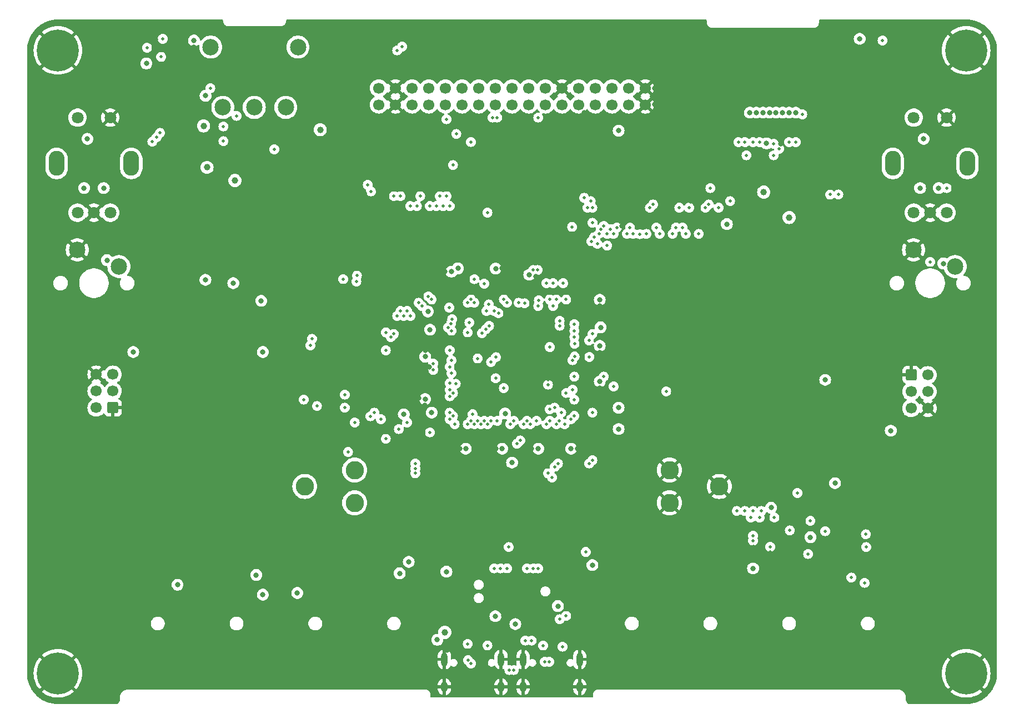
<source format=gbr>
%TF.GenerationSoftware,KiCad,Pcbnew,8.0.5*%
%TF.CreationDate,2024-09-23T14:28:32+02:00*%
%TF.ProjectId,KLST_PANDA,4b4c5354-5f50-4414-9e44-412e6b696361,rev?*%
%TF.SameCoordinates,Original*%
%TF.FileFunction,Copper,L5,Inr*%
%TF.FilePolarity,Positive*%
%FSLAX46Y46*%
G04 Gerber Fmt 4.6, Leading zero omitted, Abs format (unit mm)*
G04 Created by KiCad (PCBNEW 8.0.5) date 2024-09-23 14:28:32*
%MOMM*%
%LPD*%
G01*
G04 APERTURE LIST*
G04 Aperture macros list*
%AMRoundRect*
0 Rectangle with rounded corners*
0 $1 Rounding radius*
0 $2 $3 $4 $5 $6 $7 $8 $9 X,Y pos of 4 corners*
0 Add a 4 corners polygon primitive as box body*
4,1,4,$2,$3,$4,$5,$6,$7,$8,$9,$2,$3,0*
0 Add four circle primitives for the rounded corners*
1,1,$1+$1,$2,$3*
1,1,$1+$1,$4,$5*
1,1,$1+$1,$6,$7*
1,1,$1+$1,$8,$9*
0 Add four rect primitives between the rounded corners*
20,1,$1+$1,$2,$3,$4,$5,0*
20,1,$1+$1,$4,$5,$6,$7,0*
20,1,$1+$1,$6,$7,$8,$9,0*
20,1,$1+$1,$8,$9,$2,$3,0*%
G04 Aperture macros list end*
%TA.AperFunction,ComponentPad*%
%ADD10RoundRect,0.250000X-0.600000X-0.600000X0.600000X-0.600000X0.600000X0.600000X-0.600000X0.600000X0*%
%TD*%
%TA.AperFunction,ComponentPad*%
%ADD11C,1.700000*%
%TD*%
%TA.AperFunction,ComponentPad*%
%ADD12C,0.800000*%
%TD*%
%TA.AperFunction,ComponentPad*%
%ADD13C,6.400000*%
%TD*%
%TA.AperFunction,ComponentPad*%
%ADD14RoundRect,0.250000X0.600000X0.600000X-0.600000X0.600000X-0.600000X-0.600000X0.600000X-0.600000X0*%
%TD*%
%TA.AperFunction,ComponentPad*%
%ADD15C,2.500000*%
%TD*%
%TA.AperFunction,ComponentPad*%
%ADD16O,1.000000X2.100000*%
%TD*%
%TA.AperFunction,ComponentPad*%
%ADD17O,1.000000X1.600000*%
%TD*%
%TA.AperFunction,ComponentPad*%
%ADD18C,2.800000*%
%TD*%
%TA.AperFunction,ComponentPad*%
%ADD19O,2.400000X3.800000*%
%TD*%
%TA.AperFunction,ComponentPad*%
%ADD20C,1.800000*%
%TD*%
%TA.AperFunction,ViaPad*%
%ADD21C,0.800000*%
%TD*%
%TA.AperFunction,ViaPad*%
%ADD22C,0.500000*%
%TD*%
%TA.AperFunction,ViaPad*%
%ADD23C,1.000000*%
%TD*%
G04 APERTURE END LIST*
D10*
%TO.N,GND*%
%TO.C,J5*%
X185100000Y-104500000D03*
D11*
%TO.N,_IDC_SERIAL_01_TX*%
X187640000Y-104500000D03*
%TO.N,Net-(D9-K)*%
X185100000Y-107040000D03*
X187640000Y-107040000D03*
%TO.N,_IDC_SERIAL_01_RX*%
X185100000Y-109580000D03*
%TO.N,GND*%
X187640000Y-109580000D03*
%TD*%
D12*
%TO.N,GND*%
%TO.C,H2*%
X191100000Y-55000000D03*
X191802944Y-53302944D03*
X191802944Y-56697056D03*
X193500000Y-52600000D03*
D13*
X193500000Y-55000000D03*
D12*
X193500000Y-57400000D03*
X195197056Y-53302944D03*
X195197056Y-56697056D03*
X195900000Y-55000000D03*
%TD*%
D14*
%TO.N,GND*%
%TO.C,J6*%
X63400000Y-109500000D03*
D11*
%TO.N,_IDC_SERIAL_00_TX*%
X60860000Y-109500000D03*
%TO.N,Net-(D10-K)*%
X63400000Y-106960000D03*
X60860000Y-106960000D03*
%TO.N,_IDC_SERIAL_00_RX*%
X63400000Y-104420000D03*
%TO.N,GND*%
X60860000Y-104420000D03*
%TD*%
D15*
%TO.N,*%
%TO.C,SW3*%
X78306688Y-54500000D03*
X91606662Y-54500000D03*
%TO.N,+5V*%
X80156573Y-63699898D03*
%TO.N,/battery/+5V_OUT*%
X84956675Y-63699898D03*
%TO.N,unconnected-(SW3-C-Pad3)*%
X89756777Y-63699898D03*
%TD*%
D16*
%TO.N,GND*%
%TO.C,J9*%
X125930000Y-147870000D03*
D17*
X125930000Y-152050000D03*
D16*
X134570000Y-147870000D03*
D17*
X134570000Y-152050000D03*
%TD*%
D12*
%TO.N,GND*%
%TO.C,H1*%
X52600000Y-55000000D03*
X53302944Y-53302944D03*
X53302944Y-56697056D03*
X55000000Y-52600000D03*
D13*
X55000000Y-55000000D03*
D12*
X55000000Y-57400000D03*
X56697056Y-53302944D03*
X56697056Y-56697056D03*
X57400000Y-55000000D03*
%TD*%
D16*
%TO.N,GND*%
%TO.C,J10*%
X113930000Y-147870000D03*
D17*
X113930000Y-152050000D03*
D16*
X122570000Y-147870000D03*
D17*
X122570000Y-152050000D03*
%TD*%
D12*
%TO.N,GND*%
%TO.C,H4*%
X191100000Y-150000000D03*
X191802944Y-148302944D03*
X191802944Y-151697056D03*
X193500000Y-147600000D03*
D13*
X193500000Y-150000000D03*
D12*
X193500000Y-152400000D03*
X195197056Y-148302944D03*
X195197056Y-151697056D03*
X195900000Y-150000000D03*
%TD*%
D11*
%TO.N,+3.3V*%
%TO.C,J13*%
X103930000Y-63290000D03*
%TO.N,+5V*%
X103930000Y-60750000D03*
%TO.N,GND*%
X106470000Y-63290000D03*
X106470000Y-60750000D03*
%TO.N,GPIO_00_PWM*%
X109010000Y-63290000D03*
%TO.N,GPIO_01_PWM*%
X109010000Y-60750000D03*
%TO.N,GPIO_02_PWM*%
X111550000Y-63290000D03*
%TO.N,GPIO_03_PWM*%
X111550000Y-60750000D03*
%TO.N,GPIO_04_ADC*%
X114090000Y-63290000D03*
%TO.N,GPIO_05_ADC*%
X114090000Y-60750000D03*
%TO.N,GPIO_06*%
X116630000Y-63290000D03*
%TO.N,GPIO_07*%
X116630000Y-60750000D03*
%TO.N,GPIO_08*%
X119170000Y-63290000D03*
%TO.N,GPIO_09*%
X119170000Y-60750000D03*
%TO.N,GPIO_10*%
X121710000Y-63290000D03*
%TO.N,GPIO_11*%
X121710000Y-60750000D03*
%TO.N,GPIO_12*%
X124250000Y-63290000D03*
%TO.N,GPIO_13*%
X124250000Y-60750000D03*
%TO.N,GPIO_14*%
X126790000Y-63290000D03*
%TO.N,GPIO_15*%
X126790000Y-60750000D03*
%TO.N,GPIO_16*%
X129330000Y-63290000D03*
%TO.N,GPIO_17*%
X129330000Y-60750000D03*
%TO.N,GPIO_18*%
X131870000Y-63290000D03*
%TO.N,GND*%
X131870000Y-60750000D03*
%TO.N,SERIAL_USR_RX*%
X134410000Y-63290000D03*
%TO.N,SPI_USR_CS*%
X134410000Y-60750000D03*
%TO.N,SERIAL_USR_TX*%
X136950000Y-63290000D03*
%TO.N,SPI_USR_MISO*%
X136950000Y-60750000D03*
%TO.N,I2C_USR_SDA*%
X139490000Y-63290000D03*
%TO.N,SPI_USR_MOSI*%
X139490000Y-60750000D03*
%TO.N,I2C_USR_SCL*%
X142030000Y-63290000D03*
%TO.N,SPI_USR_SCK*%
X142030000Y-60750000D03*
%TO.N,GND*%
X144570000Y-63290000D03*
X144570000Y-60750000D03*
%TD*%
D12*
%TO.N,GND*%
%TO.C,H3*%
X52600000Y-150000000D03*
X53302944Y-148302944D03*
X53302944Y-151697056D03*
X55000000Y-147600000D03*
D13*
X55000000Y-150000000D03*
D12*
X55000000Y-152400000D03*
X56697056Y-148302944D03*
X56697056Y-151697056D03*
X57400000Y-150000000D03*
%TD*%
D18*
%TO.N,GND*%
%TO.C,J4*%
X155850000Y-121500000D03*
X148251000Y-124000000D03*
X148250000Y-119000000D03*
%TD*%
%TO.N,/battery/(BAT_PLUS)*%
%TO.C,J3*%
X92650000Y-121500000D03*
X100249000Y-119000000D03*
X100250000Y-124000000D03*
%TD*%
D19*
%TO.N,*%
%TO.C,SW5*%
X66200000Y-72250000D03*
X54800000Y-72250000D03*
D20*
%TO.N,Net-(C43-Pad1)*%
X63000000Y-79750000D03*
%TO.N,Net-(C41-Pad1)*%
X58000000Y-79750000D03*
%TO.N,GND*%
X60500000Y-79750000D03*
X63000000Y-65250000D03*
%TO.N,Net-(R33-Pad1)*%
X58000000Y-65250000D03*
%TD*%
D19*
%TO.N,*%
%TO.C,SW4*%
X193700000Y-72250000D03*
X182300000Y-72250000D03*
D20*
%TO.N,Net-(C40-Pad1)*%
X190500000Y-79750000D03*
%TO.N,Net-(C38-Pad1)*%
X185500000Y-79750000D03*
%TO.N,GND*%
X188000000Y-79750000D03*
X190500000Y-65250000D03*
%TO.N,Net-(R27-Pad1)*%
X185500000Y-65250000D03*
%TD*%
D15*
%TO.N,Net-(R52-Pad1)*%
%TO.C,SW8*%
X64310000Y-87960000D03*
%TO.N,GND*%
X57960000Y-85420000D03*
%TD*%
%TO.N,Net-(R50-Pad1)*%
%TO.C,SW7*%
X191810000Y-87960000D03*
%TO.N,GND*%
X185460000Y-85420000D03*
%TD*%
D21*
%TO.N,GND*%
X144000000Y-81749978D03*
X170500000Y-63249994D03*
X146000000Y-60750000D03*
D22*
X129750006Y-105250000D03*
D21*
X151500000Y-77970000D03*
X168500000Y-66500000D03*
D22*
X164500000Y-133000000D03*
D21*
X91000000Y-96800000D03*
X114000000Y-88750000D03*
X110500000Y-70750000D03*
X178250000Y-139250000D03*
X95750000Y-53250000D03*
X119250000Y-139750000D03*
X82250000Y-148749996D03*
X169859500Y-125250000D03*
X98750000Y-112000000D03*
X88800000Y-96200000D03*
X165000000Y-97500000D03*
X121750000Y-115750000D03*
X73500000Y-51750000D03*
X106250000Y-132250000D03*
X119497781Y-141250000D03*
X165000000Y-123500000D03*
X115000000Y-124750000D03*
X63500000Y-124250000D03*
X170750000Y-84750000D03*
X124250000Y-141250000D03*
X147500000Y-66500000D03*
X137625000Y-106500000D03*
X67500000Y-135750000D03*
X177000000Y-119500000D03*
X70250000Y-148750000D03*
X131750000Y-122250000D03*
X177264831Y-54508694D03*
X104000000Y-89250000D03*
X137625000Y-101068775D03*
X60500000Y-76000000D03*
X73510312Y-56525000D03*
X75250000Y-93750000D03*
X122730000Y-88250000D03*
X90750000Y-72849949D03*
X124000000Y-68250000D03*
X83500000Y-69849949D03*
X121750000Y-145500000D03*
D22*
X163654674Y-131444911D03*
D21*
X136225812Y-87475812D03*
X165250000Y-87250000D03*
X169400000Y-123500000D03*
X145500000Y-99250000D03*
X116250000Y-115750000D03*
X76039554Y-104200138D03*
X134250000Y-115750000D03*
X123000000Y-141250000D03*
X110984274Y-109140500D03*
X168000000Y-139500000D03*
X126000000Y-146250000D03*
X132599992Y-133445000D03*
X110999980Y-100750034D03*
X161063407Y-130813407D03*
X166500000Y-139500000D03*
X68500000Y-80750000D03*
X108500000Y-138000000D03*
X169500000Y-139500000D03*
D22*
X168800000Y-133250020D03*
D21*
X165250000Y-69250000D03*
X178500002Y-148750000D03*
X161000000Y-131750000D03*
X103588434Y-133338438D03*
D22*
X122000000Y-106500000D03*
D21*
X172750000Y-146500000D03*
X174933058Y-57183058D03*
X134000000Y-143000000D03*
X75750000Y-54500000D03*
X127250000Y-115750000D03*
X66500000Y-57000000D03*
D22*
X119020000Y-101020000D03*
D21*
X95000000Y-69099949D03*
X110250000Y-96250000D03*
X154250000Y-52750000D03*
X114333295Y-146510209D03*
X63500000Y-114250000D03*
D22*
X130250000Y-145500000D03*
D21*
X178499996Y-125400000D03*
X127888779Y-89512816D03*
X91338329Y-83553567D03*
X108124999Y-107100001D03*
X83000000Y-98000000D03*
X133500000Y-145500000D03*
X109250000Y-110500000D03*
X157750000Y-140000000D03*
X172000008Y-130000000D03*
X171500000Y-120000000D03*
X101750000Y-76750000D03*
X97000000Y-93500000D03*
X135250000Y-64500000D03*
X111620602Y-103256972D03*
X181000000Y-55500000D03*
X95750000Y-120250000D03*
X141000000Y-81750000D03*
X124750000Y-133750000D03*
X122052188Y-109418303D03*
X123000000Y-83000000D03*
X96500000Y-104000000D03*
D22*
X167199500Y-133899647D03*
D21*
X158250000Y-66500000D03*
X127429984Y-141128976D03*
X137625000Y-93990808D03*
X172000000Y-130975000D03*
X83550000Y-80450000D03*
X106250000Y-148750000D03*
X163000000Y-138000000D03*
X85500000Y-69349949D03*
X88250000Y-89250000D03*
X129000000Y-124250000D03*
X76039554Y-114200138D03*
X71724994Y-54500000D03*
X63500000Y-134250000D03*
X143250000Y-144500000D03*
X93250000Y-93000000D03*
X154500000Y-148750000D03*
X166500000Y-148750004D03*
X145750000Y-108750000D03*
X137250000Y-137250000D03*
X95500000Y-75000000D03*
X161999996Y-86000000D03*
X172000000Y-132250000D03*
X97750000Y-87500000D03*
X79500000Y-74099949D03*
X172824171Y-54350762D03*
X76500000Y-79500000D03*
X175000000Y-51750000D03*
X177000000Y-117250000D03*
X160564338Y-114895358D03*
X185000000Y-135000000D03*
D22*
X123765216Y-101479131D03*
D21*
X160564338Y-104895358D03*
X174000000Y-133250000D03*
X110750000Y-136590000D03*
X173500000Y-85000000D03*
X91500000Y-135250000D03*
X74000000Y-65099949D03*
X109750000Y-66000000D03*
X61500000Y-59750000D03*
D22*
X169400000Y-130450003D03*
D21*
X187970622Y-76000000D03*
X146000000Y-63250000D03*
X176250000Y-56250000D03*
X76039554Y-124200138D03*
X72250000Y-137250000D03*
X78250000Y-87250000D03*
X174750000Y-138750000D03*
D22*
X127000000Y-102500000D03*
D21*
X142500004Y-148750000D03*
X130250000Y-65750000D03*
X83250000Y-87250000D03*
X117500000Y-65250000D03*
X160564338Y-94895358D03*
X69850000Y-53340000D03*
X185000000Y-115000000D03*
X103000000Y-114250000D03*
X157750000Y-57000000D03*
X110000000Y-91250000D03*
X164000000Y-138000000D03*
X132250000Y-116750000D03*
X185000000Y-125000000D03*
X124000000Y-96750000D03*
X138250000Y-115500000D03*
X126698738Y-142500000D03*
X74000000Y-68099949D03*
X157000000Y-79000000D03*
X110000000Y-108000000D03*
X161000000Y-132750000D03*
D22*
%TO.N,NRST*%
X108250000Y-111750000D03*
X121805325Y-101790691D03*
X121750000Y-105000012D03*
X114749994Y-105750000D03*
%TO.N,/audio_codec/MIC_BIAS*%
X172000000Y-128328248D03*
X167749996Y-122500002D03*
%TO.N,/audio_codec/LINE_OUT_RIGHT*%
X175985000Y-135400000D03*
X178000000Y-136200000D03*
D21*
%TO.N,+3.3VA*%
X112000002Y-110250002D03*
X107750000Y-110500000D03*
X81750000Y-90500000D03*
X86250000Y-101000000D03*
%TO.N,+3.3V*%
X91500000Y-137750000D03*
X62500000Y-87000000D03*
X161500000Y-64500000D03*
X177250000Y-53250000D03*
X86250000Y-138000000D03*
X182000000Y-113000000D03*
X59500000Y-68500000D03*
X163500000Y-64500000D03*
D22*
X129730000Y-105980000D03*
D21*
X107125000Y-134750000D03*
X164500000Y-64500000D03*
X160500000Y-64500000D03*
X111433058Y-94816942D03*
D22*
X119020000Y-101980000D03*
D21*
X117199503Y-115750000D03*
D22*
X123000000Y-106500000D03*
D21*
X77500000Y-90000000D03*
X162500000Y-64500000D03*
X165500000Y-64500000D03*
X126881876Y-89215070D03*
X73250000Y-136500000D03*
D22*
X121055325Y-102540691D03*
D21*
X190000000Y-87500000D03*
X189299643Y-76000000D03*
D22*
X169399996Y-131800000D03*
D21*
X121759272Y-88278597D03*
X115000000Y-88750000D03*
X111001039Y-108191145D03*
X157000000Y-81500000D03*
X167500000Y-64500000D03*
X137625000Y-93041417D03*
X59000000Y-76000000D03*
D22*
X163609216Y-130703702D03*
D21*
X121710014Y-141289984D03*
X75750000Y-53500000D03*
X136500000Y-133500000D03*
X66500000Y-101000000D03*
X137625000Y-105500000D03*
X116000000Y-88250000D03*
X122750000Y-115750000D03*
X111020214Y-101719751D03*
X128250000Y-115750000D03*
X68500000Y-57000000D03*
X124254442Y-117870558D03*
X85250000Y-135000000D03*
X62000000Y-76000000D03*
X140500052Y-67250000D03*
X187000000Y-68500000D03*
X114250000Y-134500000D03*
X111748981Y-97600541D03*
X133250000Y-115750000D03*
D22*
X130000000Y-100250000D03*
D21*
X108500000Y-133000000D03*
X166500000Y-64500000D03*
X123192042Y-110375000D03*
X186468777Y-76000012D03*
X137625000Y-100068783D03*
X163054992Y-69195008D03*
D22*
%TO.N,_DISPLAY_ON_OFF*%
X139750000Y-83000000D03*
X119000000Y-111500000D03*
%TO.N,_CARD_SDMMC_CK*%
X164155000Y-69250000D03*
X164155000Y-71000000D03*
%TO.N,Net-(D1-K)*%
X180750000Y-53500000D03*
%TO.N,_CARD_SDMMC_CHIP_DETECT*%
X168500000Y-64750000D03*
%TO.N,_ENCODER_00_BUTTON*%
X133750000Y-96750000D03*
X172750000Y-77000000D03*
%TO.N,_ENCODER_01_BUTTON*%
X109500000Y-118000000D03*
X132250000Y-112000000D03*
X131250000Y-118000000D03*
X94500000Y-109250000D03*
%TO.N,_BUTTON_PROGRAMMER*%
X135500000Y-131500000D03*
X121997911Y-111507478D03*
%TO.N,/audio_codec/(MIC_IN_LEFT)*%
X161000000Y-129000000D03*
X164250000Y-126250006D03*
%TO.N,_MECH_BUTTON_00*%
X147750000Y-106999994D03*
X188000000Y-87250000D03*
X138250000Y-104750000D03*
X139750000Y-106250000D03*
%TO.N,_LED_01*%
X130750000Y-118500000D03*
X69414588Y-68920823D03*
X109500000Y-118750000D03*
X131750000Y-110250000D03*
X92500000Y-108250000D03*
%TO.N,_CARD_SDMMC_D0*%
X166500000Y-69000000D03*
%TO.N,_CARD_SDMMC_D1*%
X164997017Y-70008949D03*
X167500000Y-69000000D03*
%TO.N,_CARD_SDMMC_D2*%
X159750000Y-69000000D03*
%TO.N,_CARD_SDMMC_D3*%
X161000000Y-69000000D03*
X158750000Y-69000000D03*
%TO.N,_CARD_SDMMC_CMD*%
X160000004Y-71000000D03*
X162000000Y-69000000D03*
%TO.N,_LED_00*%
X136500000Y-110250000D03*
%TO.N,Net-(D2-K)*%
X68580000Y-54610000D03*
%TO.N,/audio_codec/(MIC_IN_RIGHT)*%
X160999983Y-129750000D03*
X169750002Y-126750000D03*
D23*
%TO.N,/battery/(BAT_PLUS)*%
X95000010Y-67099949D03*
D22*
X98500005Y-89875000D03*
X98750000Y-109500000D03*
X98750000Y-107500000D03*
X100250000Y-111750010D03*
D23*
%TO.N,+5V*%
X113999984Y-143750000D03*
X162625000Y-76625000D03*
X166500000Y-80500000D03*
D21*
%TO.N,/USB/VBUS_HOST_OUT*%
X86000000Y-93200000D03*
X112852064Y-144887360D03*
D22*
%TO.N,/USB/USB_CONNECTOR_MINUS*%
X129250000Y-148250000D03*
X131500012Y-141750000D03*
X117525500Y-148000000D03*
X123845701Y-149490510D03*
%TO.N,_SWD_IO*%
X130000000Y-109750000D03*
X131500000Y-97000000D03*
X129750000Y-119500000D03*
%TO.N,_SWD_CLK*%
X131500000Y-96249998D03*
X130374997Y-120125003D03*
X130741116Y-109491116D03*
%TO.N,_SWD_OUT*%
X123750000Y-130749978D03*
X118250000Y-110500000D03*
X120713417Y-93750000D03*
%TO.N,/USB/USB_CONNECTOR_PLUS*%
X124508824Y-149500000D03*
X118000000Y-148500000D03*
X129902713Y-148250944D03*
X132500000Y-141250000D03*
%TO.N,_AUDIO_CODEC_I2C_SCL*%
X159749987Y-125250013D03*
X124000000Y-112000000D03*
X139250000Y-82250000D03*
%TO.N,_AUDIO_CODEC_I2C_SDA*%
X138750000Y-83000000D03*
X124500000Y-111500000D03*
X158500000Y-125250000D03*
%TO.N,_IDC_SERIAL_00_TX*%
X110000000Y-93500000D03*
X93750003Y-98999994D03*
X111500008Y-92500000D03*
%TO.N,_IDC_SERIAL_00_RX*%
X110500000Y-94000000D03*
X111975000Y-93000000D03*
X93500000Y-100000000D03*
%TO.N,_IDC_SERIAL_01_TX*%
X125500000Y-114500000D03*
%TO.N,_IDC_SERIAL_01_RX*%
X125000000Y-115000000D03*
%TO.N,Net-(J9-CC1)*%
X127250000Y-145000000D03*
X128991051Y-145752983D03*
D21*
%TO.N,_USB_DEVICE_HOST_VBUS*%
X124749970Y-142500030D03*
X131250000Y-139750000D03*
X140500000Y-112750000D03*
X137750000Y-97250000D03*
X77525000Y-61924768D03*
X140500000Y-109500000D03*
D22*
%TO.N,BOOT0*%
X104250000Y-111250000D03*
X105000000Y-98000000D03*
X107000000Y-112750000D03*
X118500000Y-93500000D03*
%TO.N,_EXT_MEMORY_CHIP_SELECT*%
X133449500Y-102250000D03*
%TO.N,_EXT_MEMORY_CLK*%
X115000000Y-104250000D03*
%TO.N,_EXT_MEMORY_DQS*%
X119500000Y-112000000D03*
%TO.N,_EXT_MEMORY_A2*%
X133750002Y-110750000D03*
%TO.N,_EXT_MEMORY_A1*%
X132500000Y-107250000D03*
%TO.N,_EXT_MEMORY_A0*%
X133250000Y-111250000D03*
%TO.N,_EXT_MEMORY_A3*%
X115000000Y-102250000D03*
%TO.N,_EXT_MEMORY_A4*%
X126000000Y-112000000D03*
%TO.N,_EXT_MEMORY_A7*%
X128000000Y-111500000D03*
%TO.N,_EXT_MEMORY_A6*%
X127000000Y-112000000D03*
%TO.N,_EXT_MEMORY_A5*%
X126500000Y-111500000D03*
%TO.N,_ENCODER_00_A*%
X174009996Y-76989996D03*
X133750000Y-97750000D03*
%TO.N,_ENCODER_00_B*%
X190500006Y-76000000D03*
X136500000Y-117500000D03*
%TO.N,_ENCODER_01_A*%
X114750000Y-110250000D03*
X103250000Y-110250000D03*
%TO.N,_ENCODER_01_B*%
X115250000Y-110750000D03*
X102669067Y-110790467D03*
%TO.N,_MIDI_ANALOG_IN*%
X130500000Y-94000008D03*
X105750000Y-98749998D03*
%TO.N,_AUDIO_MIC_CLK*%
X115250000Y-107250000D03*
X70575000Y-67593413D03*
X100605244Y-89355244D03*
X106750000Y-55000000D03*
%TO.N,_AUDIO_CODEC_SAI_SD_OUT*%
X114675000Y-94239508D03*
X160662868Y-126241822D03*
%TO.N,GPIO_11*%
X120500000Y-79750000D03*
%TO.N,GPIO_10*%
X114950000Y-96689644D03*
X110250000Y-77250000D03*
%TO.N,GPIO_09*%
X109750000Y-78750000D03*
X114500000Y-97250000D03*
%TO.N,GPIO_08*%
X115000000Y-97750000D03*
X114250000Y-65500000D03*
X108750000Y-78750000D03*
%TO.N,GPIO_03_PWM*%
X108750000Y-95500000D03*
%TO.N,GPIO_02_PWM*%
X108250000Y-94750000D03*
X107250000Y-77250000D03*
%TO.N,GPIO_01_PWM*%
X107750000Y-95500000D03*
%TO.N,GPIO_00_PWM*%
X107250000Y-94750000D03*
%TO.N,GPIO_07*%
X106250000Y-77250000D03*
X106750000Y-95500000D03*
%TO.N,_ADC_USR*%
X105000008Y-100750000D03*
X114750030Y-100750000D03*
%TO.N,_AUDIO_CODEC_SAI_MCLK*%
X112250000Y-102750000D03*
X166600000Y-128200000D03*
%TO.N,_AUDIO_CODEC_SAI_SCK*%
X114725000Y-103250000D03*
X162249990Y-125250000D03*
%TO.N,_AUDIO_CODEC_SAI_FS*%
X162008876Y-126258884D03*
X112249988Y-103750000D03*
%TO.N,SPI_USR_MISO*%
X128250000Y-65249992D03*
X121500000Y-94750000D03*
X114250000Y-77250000D03*
%TO.N,SPI_USR_MOSI*%
X122170827Y-95085404D03*
X114750000Y-78750000D03*
%TO.N,SERIAL_USR_RX*%
X118525500Y-89894977D03*
X115500000Y-112000000D03*
%TO.N,_DAC_USR*%
X105000000Y-114250000D03*
X111750000Y-113250000D03*
%TO.N,Net-(J9-CC2)*%
X131944473Y-145944473D03*
X126250000Y-145000000D03*
%TO.N,_AUDIO_CODEC_SAI_SD_IN*%
X161000000Y-125250000D03*
X120989860Y-111510140D03*
%TO.N,GPIO_05_ADC*%
X115125000Y-96000000D03*
%TO.N,GPIO_04_ADC*%
X117500000Y-98000000D03*
%TO.N,GPIO_17*%
X111724500Y-78750000D03*
X117750000Y-96500000D03*
%TO.N,_MECH_BUTTON_01*%
X133750000Y-104750000D03*
X99250000Y-116250000D03*
X109500008Y-119500000D03*
X136000000Y-118000000D03*
%TO.N,GPIO_16*%
X112724500Y-78750000D03*
X120250000Y-97500000D03*
%TO.N,GPIO_15*%
X113250000Y-77250000D03*
X120750000Y-97000000D03*
X117980159Y-68980159D03*
X121263213Y-65250000D03*
%TO.N,GPIO_14*%
X125250000Y-93500000D03*
X115250000Y-72500000D03*
%TO.N,GPIO_13*%
X126156587Y-93575000D03*
X115749994Y-67750006D03*
%TO.N,_MIDI_ANALOG_OUT*%
X106250000Y-98250002D03*
X130000000Y-92999954D03*
%TO.N,SPI_USR_SCK*%
X128250000Y-94000000D03*
%TO.N,GPIO_12*%
X122000000Y-65250000D03*
X128331163Y-93105663D03*
%TO.N,SERIAL_USR_TX*%
X128158876Y-88500000D03*
%TO.N,SPI_USR_CS*%
X120346850Y-94749994D03*
X113750000Y-78750000D03*
%TO.N,_AUDIO_MIC_DATA*%
X70749998Y-56000000D03*
X70075000Y-68250000D03*
X100511831Y-90261831D03*
X70999994Y-53249982D03*
X114750000Y-107750000D03*
X107500000Y-54425000D03*
%TO.N,_DISPLAY_BACKLIGHT_PWM*%
X133750000Y-98750000D03*
%TO.N,/display/DISPLAY_CATHODE_MINUS_OUT*%
X102749998Y-76500000D03*
X154500000Y-76000000D03*
%TO.N,/display/DISPLAY_ANODE_PLUS_22V_OUT*%
X157500000Y-78000000D03*
X102250000Y-75500000D03*
%TO.N,_DISPLAY_LTDC_R0*%
X123475000Y-93500000D03*
X133414124Y-81914124D03*
%TO.N,_DISPLAY_LTDC_R1*%
X155750000Y-79000004D03*
X114750000Y-111250012D03*
%TO.N,_DISPLAY_LTDC_R2*%
X132050000Y-90500018D03*
X137250000Y-84500000D03*
%TO.N,_DISPLAY_LTDC_R3*%
X132500000Y-93000004D03*
X138750000Y-84775000D03*
%TO.N,_DISPLAY_LTDC_R4*%
X135250000Y-77500000D03*
X117500000Y-112000000D03*
X154250000Y-78500018D03*
X135741228Y-79000000D03*
%TO.N,_DISPLAY_LTDC_R5*%
X115672129Y-105864752D03*
X153750000Y-79000000D03*
%TO.N,_DISPLAY_LTDC_R6*%
X136349258Y-84118078D03*
X131000000Y-93000000D03*
%TO.N,_DISPLAY_LTDC_R7*%
X131000000Y-112000000D03*
X152725000Y-83000000D03*
%TO.N,_DISPLAY_LTDC_G0*%
X136750000Y-83499500D03*
X120500000Y-112000000D03*
%TO.N,_DISPLAY_LTDC_G1*%
X137502171Y-82975000D03*
X120000000Y-111500000D03*
%TO.N,_DISPLAY_LTDC_G2*%
X118000011Y-111500011D03*
X136500006Y-79000000D03*
X136250000Y-78000000D03*
X151250000Y-79000000D03*
%TO.N,_DISPLAY_LTDC_G3*%
X150750000Y-83000000D03*
X136500000Y-98250000D03*
%TO.N,_DISPLAY_LTDC_G4*%
X150250000Y-82000000D03*
X131427707Y-111479191D03*
%TO.N,_DISPLAY_LTDC_G5*%
X114750000Y-106749988D03*
X149750000Y-79000006D03*
%TO.N,_DISPLAY_LTDC_G6*%
X149250000Y-82000000D03*
X135975716Y-99251335D03*
%TO.N,_DISPLAY_LTDC_G7*%
X148739860Y-82989860D03*
X136049500Y-101750000D03*
%TO.N,_DISPLAY_LTDC_B0*%
X123000000Y-93000000D03*
X136511001Y-81301751D03*
%TO.N,_DISPLAY_LTDC_B1*%
X137752392Y-82252392D03*
X130500000Y-90500000D03*
%TO.N,_DISPLAY_LTDC_B2*%
X138250000Y-81750000D03*
X129510536Y-90509744D03*
%TO.N,_DISPLAY_LTDC_B3*%
X146750000Y-83000000D03*
X133750026Y-108250000D03*
%TO.N,_DISPLAY_LTDC_B4*%
X129500000Y-112000000D03*
X146250000Y-82000000D03*
%TO.N,_DISPLAY_LTDC_B5*%
X120000000Y-90574500D03*
X145750000Y-78500000D03*
%TO.N,_DISPLAY_LTDC_B6*%
X118000000Y-92999994D03*
X145274538Y-79000000D03*
%TO.N,_DISPLAY_LTDC_B7*%
X144750000Y-82997911D03*
X117500000Y-93500000D03*
%TO.N,_DISPLAY_LTDC_CLK*%
X133784075Y-101693302D03*
X143750000Y-83023807D03*
%TO.N,_DISPLAY_LTDC_HSYNC*%
X142739860Y-82989860D03*
X133775000Y-99769786D03*
%TO.N,_DISPLAY_LTDC_VSYNC*%
X142236056Y-82000000D03*
X118500000Y-112000000D03*
%TO.N,_DISPLAY_LTDC_DE*%
X141750000Y-83000000D03*
X130000000Y-111500000D03*
%TO.N,_DISPLAY_TOUCH_INTERRUPT*%
X140241051Y-82002983D03*
X133491129Y-106741129D03*
D21*
%TO.N,+1.8V*%
X161000000Y-134000000D03*
X163750000Y-124750000D03*
X172000000Y-105250000D03*
D22*
%TO.N,/battery/LX*%
X88000000Y-70099949D03*
D23*
%TO.N,/battery/+5V_OUT*%
X82000000Y-74849949D03*
X77750000Y-72849949D03*
X77222415Y-66522364D03*
D22*
%TO.N,Net-(J10-CC2)*%
X117500000Y-145500000D03*
X120500000Y-145750000D03*
%TO.N,GPIO_06*%
X119644917Y-98144917D03*
%TO.N,/programmer/SWD_IO*%
X121500000Y-134000000D03*
%TO.N,/programmer/SWD_CLK*%
X122500000Y-134000000D03*
%TO.N,/programmer/SWD_OUT*%
X123507371Y-133982800D03*
%TO.N,/programmer/SERIAL_RX*%
X127500000Y-134000000D03*
%TO.N,/programmer/SERIAL_TX*%
X128250000Y-134000000D03*
%TO.N,/audio_codec/(LINE_IN_RIGHT)*%
X178250000Y-130750000D03*
X178200000Y-128800000D03*
%TO.N,/battery/(LED_CHRG)*%
X80250000Y-66599949D03*
X80250000Y-68849949D03*
X78250000Y-60750000D03*
%TO.N,/battery/(LED_STDBY)*%
X82250000Y-65000000D03*
%TO.N,/programmer/RST*%
X126500000Y-134000000D03*
%TO.N,GPIO_18*%
X127500000Y-88500000D03*
D21*
%TO.N,+1.8VA*%
X173500000Y-121000000D03*
X169750000Y-129250000D03*
%TD*%
%TA.AperFunction,Conductor*%
%TO.N,GND*%
G36*
X56838668Y-151485115D02*
G01*
X56746784Y-151447056D01*
X56647328Y-151447056D01*
X56555442Y-151485116D01*
X56485116Y-151555442D01*
X56447056Y-151647328D01*
X56447056Y-151746784D01*
X56485115Y-151838668D01*
X55940698Y-151294251D01*
X56042330Y-151220412D01*
X56220412Y-151042330D01*
X56294251Y-150940698D01*
X56838668Y-151485115D01*
G37*
%TD.AperFunction*%
%TA.AperFunction,Conductor*%
G36*
X53779588Y-151042330D02*
G01*
X53957670Y-151220412D01*
X54059300Y-151294251D01*
X53514885Y-151838666D01*
X53552944Y-151746784D01*
X53552944Y-151647328D01*
X53514884Y-151555442D01*
X53444558Y-151485116D01*
X53352672Y-151447056D01*
X53253216Y-151447056D01*
X53161330Y-151485116D01*
X53705748Y-150940698D01*
X53779588Y-151042330D01*
G37*
%TD.AperFunction*%
%TA.AperFunction,Conductor*%
G36*
X54059301Y-148705748D02*
G01*
X53957670Y-148779588D01*
X53779588Y-148957670D01*
X53705748Y-149059300D01*
X53161333Y-148514885D01*
X53253216Y-148552944D01*
X53352672Y-148552944D01*
X53444558Y-148514884D01*
X53514884Y-148444558D01*
X53552944Y-148352672D01*
X53552944Y-148253216D01*
X53514885Y-148161332D01*
X54059301Y-148705748D01*
G37*
%TD.AperFunction*%
%TA.AperFunction,Conductor*%
G36*
X56447056Y-148253216D02*
G01*
X56447056Y-148352672D01*
X56485116Y-148444558D01*
X56555442Y-148514884D01*
X56647328Y-148552944D01*
X56746784Y-148552944D01*
X56838665Y-148514885D01*
X56294251Y-149059300D01*
X56220412Y-148957670D01*
X56042330Y-148779588D01*
X55940698Y-148705748D01*
X56485115Y-148161331D01*
X56447056Y-148253216D01*
G37*
%TD.AperFunction*%
%TA.AperFunction,Conductor*%
G36*
X195338668Y-151485115D02*
G01*
X195246784Y-151447056D01*
X195147328Y-151447056D01*
X195055442Y-151485116D01*
X194985116Y-151555442D01*
X194947056Y-151647328D01*
X194947056Y-151746784D01*
X194985115Y-151838668D01*
X194440698Y-151294251D01*
X194542330Y-151220412D01*
X194720412Y-151042330D01*
X194794251Y-150940698D01*
X195338668Y-151485115D01*
G37*
%TD.AperFunction*%
%TA.AperFunction,Conductor*%
G36*
X192279588Y-151042330D02*
G01*
X192457670Y-151220412D01*
X192559300Y-151294251D01*
X192014885Y-151838666D01*
X192052944Y-151746784D01*
X192052944Y-151647328D01*
X192014884Y-151555442D01*
X191944558Y-151485116D01*
X191852672Y-151447056D01*
X191753216Y-151447056D01*
X191661330Y-151485116D01*
X192205748Y-150940698D01*
X192279588Y-151042330D01*
G37*
%TD.AperFunction*%
%TA.AperFunction,Conductor*%
G36*
X192559301Y-148705748D02*
G01*
X192457670Y-148779588D01*
X192279588Y-148957670D01*
X192205748Y-149059300D01*
X191661333Y-148514885D01*
X191753216Y-148552944D01*
X191852672Y-148552944D01*
X191944558Y-148514884D01*
X192014884Y-148444558D01*
X192052944Y-148352672D01*
X192052944Y-148253216D01*
X192014885Y-148161332D01*
X192559301Y-148705748D01*
G37*
%TD.AperFunction*%
%TA.AperFunction,Conductor*%
G36*
X194947056Y-148253216D02*
G01*
X194947056Y-148352672D01*
X194985116Y-148444558D01*
X195055442Y-148514884D01*
X195147328Y-148552944D01*
X195246784Y-148552944D01*
X195338665Y-148514885D01*
X194794251Y-149059300D01*
X194720412Y-148957670D01*
X194542330Y-148779588D01*
X194440698Y-148705748D01*
X194985115Y-148161331D01*
X194947056Y-148253216D01*
G37*
%TD.AperFunction*%
%TA.AperFunction,Conductor*%
G36*
X186454855Y-107706546D02*
G01*
X186471575Y-107725842D01*
X186601500Y-107911395D01*
X186601505Y-107911401D01*
X186768599Y-108078495D01*
X186924166Y-108187424D01*
X186954594Y-108208730D01*
X186998218Y-108263307D01*
X187005411Y-108332806D01*
X186973889Y-108395160D01*
X186954593Y-108411880D01*
X186878626Y-108465072D01*
X186878625Y-108465072D01*
X187510590Y-109097037D01*
X187447007Y-109114075D01*
X187332993Y-109179901D01*
X187239901Y-109272993D01*
X187174075Y-109387007D01*
X187157037Y-109450589D01*
X186525073Y-108818626D01*
X186471881Y-108894594D01*
X186417304Y-108938219D01*
X186347806Y-108945413D01*
X186285451Y-108913891D01*
X186268730Y-108894594D01*
X186138494Y-108708597D01*
X185971402Y-108541506D01*
X185971396Y-108541501D01*
X185785842Y-108411575D01*
X185742217Y-108356998D01*
X185735023Y-108287500D01*
X185766546Y-108225145D01*
X185785842Y-108208425D01*
X185876215Y-108145145D01*
X185971401Y-108078495D01*
X186138495Y-107911401D01*
X186268425Y-107725842D01*
X186323002Y-107682217D01*
X186392500Y-107675023D01*
X186454855Y-107706546D01*
G37*
%TD.AperFunction*%
%TA.AperFunction,Conductor*%
G36*
X61974925Y-105181373D02*
G01*
X62028119Y-105105405D01*
X62082696Y-105061781D01*
X62152195Y-105054588D01*
X62214549Y-105086110D01*
X62231269Y-105105405D01*
X62242810Y-105121887D01*
X62361505Y-105291401D01*
X62361506Y-105291402D01*
X62528597Y-105458493D01*
X62528603Y-105458498D01*
X62714158Y-105588425D01*
X62757783Y-105643002D01*
X62764977Y-105712500D01*
X62733454Y-105774855D01*
X62714158Y-105791575D01*
X62528597Y-105921505D01*
X62361505Y-106088597D01*
X62231575Y-106274158D01*
X62176998Y-106317783D01*
X62107500Y-106324977D01*
X62045145Y-106293454D01*
X62028425Y-106274158D01*
X61898494Y-106088597D01*
X61731402Y-105921506D01*
X61731401Y-105921505D01*
X61545405Y-105791269D01*
X61501781Y-105736692D01*
X61494588Y-105667193D01*
X61526110Y-105604839D01*
X61545405Y-105588119D01*
X61621373Y-105534925D01*
X60989409Y-104902962D01*
X61052993Y-104885925D01*
X61167007Y-104820099D01*
X61260099Y-104727007D01*
X61325925Y-104612993D01*
X61342962Y-104549409D01*
X61974925Y-105181373D01*
G37*
%TD.AperFunction*%
%TA.AperFunction,Conductor*%
G36*
X144104075Y-60942993D02*
G01*
X144169901Y-61057007D01*
X144262993Y-61150099D01*
X144377007Y-61215925D01*
X144440590Y-61232962D01*
X143808625Y-61864925D01*
X143885031Y-61918425D01*
X143928655Y-61973002D01*
X143935848Y-62042501D01*
X143904326Y-62104855D01*
X143885029Y-62121576D01*
X143808625Y-62175072D01*
X144440590Y-62807037D01*
X144377007Y-62824075D01*
X144262993Y-62889901D01*
X144169901Y-62982993D01*
X144104075Y-63097007D01*
X144087037Y-63160590D01*
X143455073Y-62528626D01*
X143401881Y-62604594D01*
X143347304Y-62648219D01*
X143277806Y-62655413D01*
X143215451Y-62623891D01*
X143198730Y-62604594D01*
X143068494Y-62418597D01*
X142901402Y-62251506D01*
X142901396Y-62251501D01*
X142715842Y-62121575D01*
X142672217Y-62066998D01*
X142665023Y-61997500D01*
X142696546Y-61935145D01*
X142715842Y-61918425D01*
X142792248Y-61864925D01*
X142901401Y-61788495D01*
X143068495Y-61621401D01*
X143198732Y-61435403D01*
X143253307Y-61391780D01*
X143322805Y-61384586D01*
X143385160Y-61416109D01*
X143401880Y-61435405D01*
X143455073Y-61511373D01*
X144087037Y-60879409D01*
X144104075Y-60942993D01*
G37*
%TD.AperFunction*%
%TA.AperFunction,Conductor*%
G36*
X106004075Y-60942993D02*
G01*
X106069901Y-61057007D01*
X106162993Y-61150099D01*
X106277007Y-61215925D01*
X106340590Y-61232962D01*
X105708625Y-61864925D01*
X105785031Y-61918425D01*
X105828655Y-61973002D01*
X105835848Y-62042501D01*
X105804326Y-62104855D01*
X105785029Y-62121576D01*
X105708625Y-62175072D01*
X106340590Y-62807037D01*
X106277007Y-62824075D01*
X106162993Y-62889901D01*
X106069901Y-62982993D01*
X106004075Y-63097007D01*
X105987037Y-63160589D01*
X105355073Y-62528626D01*
X105301881Y-62604594D01*
X105247304Y-62648219D01*
X105177806Y-62655413D01*
X105115451Y-62623891D01*
X105098730Y-62604594D01*
X104968494Y-62418597D01*
X104801402Y-62251506D01*
X104801396Y-62251501D01*
X104615842Y-62121575D01*
X104572217Y-62066998D01*
X104565023Y-61997500D01*
X104596546Y-61935145D01*
X104615842Y-61918425D01*
X104692248Y-61864925D01*
X104801401Y-61788495D01*
X104968495Y-61621401D01*
X105098732Y-61435403D01*
X105153307Y-61391780D01*
X105222805Y-61384586D01*
X105285160Y-61416109D01*
X105301880Y-61435405D01*
X105355073Y-61511373D01*
X105987037Y-60879409D01*
X106004075Y-60942993D01*
G37*
%TD.AperFunction*%
%TA.AperFunction,Conductor*%
G36*
X107584925Y-61511373D02*
G01*
X107638119Y-61435405D01*
X107692696Y-61391781D01*
X107762195Y-61384588D01*
X107824549Y-61416110D01*
X107841269Y-61435405D01*
X107971505Y-61621401D01*
X107971506Y-61621402D01*
X108138597Y-61788493D01*
X108138603Y-61788498D01*
X108324158Y-61918425D01*
X108367783Y-61973002D01*
X108374977Y-62042500D01*
X108343454Y-62104855D01*
X108324158Y-62121575D01*
X108138597Y-62251505D01*
X107971505Y-62418597D01*
X107841269Y-62604595D01*
X107786692Y-62648220D01*
X107717194Y-62655414D01*
X107654839Y-62623891D01*
X107638119Y-62604595D01*
X107584925Y-62528626D01*
X107584925Y-62528625D01*
X106952962Y-63160589D01*
X106935925Y-63097007D01*
X106870099Y-62982993D01*
X106777007Y-62889901D01*
X106662993Y-62824075D01*
X106599410Y-62807037D01*
X107231373Y-62175073D01*
X107154969Y-62121576D01*
X107111344Y-62066999D01*
X107104150Y-61997501D01*
X107135672Y-61935146D01*
X107154968Y-61918425D01*
X107231373Y-61864925D01*
X106599409Y-61232962D01*
X106662993Y-61215925D01*
X106777007Y-61150099D01*
X106870099Y-61057007D01*
X106935925Y-60942993D01*
X106952962Y-60879410D01*
X107584925Y-61511373D01*
G37*
%TD.AperFunction*%
%TA.AperFunction,Conductor*%
G36*
X131404075Y-60942993D02*
G01*
X131469901Y-61057007D01*
X131562993Y-61150099D01*
X131677007Y-61215925D01*
X131740590Y-61232962D01*
X131108625Y-61864925D01*
X131184594Y-61918119D01*
X131228219Y-61972696D01*
X131235413Y-62042194D01*
X131203890Y-62104549D01*
X131184595Y-62121269D01*
X130998594Y-62251508D01*
X130831505Y-62418597D01*
X130701575Y-62604158D01*
X130646998Y-62647783D01*
X130577500Y-62654977D01*
X130515145Y-62623454D01*
X130498425Y-62604158D01*
X130368494Y-62418597D01*
X130201402Y-62251506D01*
X130201396Y-62251501D01*
X130015842Y-62121575D01*
X129972217Y-62066998D01*
X129965023Y-61997500D01*
X129996546Y-61935145D01*
X130015842Y-61918425D01*
X130092248Y-61864925D01*
X130201401Y-61788495D01*
X130368495Y-61621401D01*
X130498732Y-61435403D01*
X130553307Y-61391780D01*
X130622805Y-61384586D01*
X130685160Y-61416109D01*
X130701880Y-61435405D01*
X130755073Y-61511373D01*
X131387037Y-60879409D01*
X131404075Y-60942993D01*
G37*
%TD.AperFunction*%
%TA.AperFunction,Conductor*%
G36*
X132984925Y-61511373D02*
G01*
X133038119Y-61435405D01*
X133092696Y-61391781D01*
X133162195Y-61384588D01*
X133224549Y-61416110D01*
X133241269Y-61435405D01*
X133371505Y-61621401D01*
X133371506Y-61621402D01*
X133538597Y-61788493D01*
X133538603Y-61788498D01*
X133724158Y-61918425D01*
X133767783Y-61973002D01*
X133774977Y-62042500D01*
X133743454Y-62104855D01*
X133724158Y-62121575D01*
X133538597Y-62251505D01*
X133371505Y-62418597D01*
X133241575Y-62604158D01*
X133186998Y-62647783D01*
X133117500Y-62654977D01*
X133055145Y-62623454D01*
X133038425Y-62604158D01*
X132908494Y-62418597D01*
X132741402Y-62251506D01*
X132741401Y-62251505D01*
X132555405Y-62121269D01*
X132511781Y-62066692D01*
X132504588Y-61997193D01*
X132536110Y-61934839D01*
X132555405Y-61918119D01*
X132631373Y-61864925D01*
X131999409Y-61232962D01*
X132062993Y-61215925D01*
X132177007Y-61150099D01*
X132270099Y-61057007D01*
X132335925Y-60942993D01*
X132352962Y-60879410D01*
X132984925Y-61511373D01*
G37*
%TD.AperFunction*%
%TA.AperFunction,Conductor*%
G36*
X56838668Y-56485115D02*
G01*
X56746784Y-56447056D01*
X56647328Y-56447056D01*
X56555442Y-56485116D01*
X56485116Y-56555442D01*
X56447056Y-56647328D01*
X56447056Y-56746784D01*
X56485115Y-56838668D01*
X55940698Y-56294251D01*
X56042330Y-56220412D01*
X56220412Y-56042330D01*
X56294251Y-55940698D01*
X56838668Y-56485115D01*
G37*
%TD.AperFunction*%
%TA.AperFunction,Conductor*%
G36*
X53779588Y-56042330D02*
G01*
X53957670Y-56220412D01*
X54059300Y-56294251D01*
X53514885Y-56838666D01*
X53552944Y-56746784D01*
X53552944Y-56647328D01*
X53514884Y-56555442D01*
X53444558Y-56485116D01*
X53352672Y-56447056D01*
X53253216Y-56447056D01*
X53161330Y-56485116D01*
X53705748Y-55940698D01*
X53779588Y-56042330D01*
G37*
%TD.AperFunction*%
%TA.AperFunction,Conductor*%
G36*
X54059301Y-53705748D02*
G01*
X53957670Y-53779588D01*
X53779588Y-53957670D01*
X53705748Y-54059300D01*
X53161333Y-53514885D01*
X53253216Y-53552944D01*
X53352672Y-53552944D01*
X53444558Y-53514884D01*
X53514884Y-53444558D01*
X53552944Y-53352672D01*
X53552944Y-53253216D01*
X53514885Y-53161332D01*
X54059301Y-53705748D01*
G37*
%TD.AperFunction*%
%TA.AperFunction,Conductor*%
G36*
X56447056Y-53253216D02*
G01*
X56447056Y-53352672D01*
X56485116Y-53444558D01*
X56555442Y-53514884D01*
X56647328Y-53552944D01*
X56746784Y-53552944D01*
X56838665Y-53514885D01*
X56294251Y-54059300D01*
X56220412Y-53957670D01*
X56042330Y-53779588D01*
X55940698Y-53705748D01*
X56485115Y-53161331D01*
X56447056Y-53253216D01*
G37*
%TD.AperFunction*%
%TA.AperFunction,Conductor*%
G36*
X195338668Y-56485115D02*
G01*
X195246784Y-56447056D01*
X195147328Y-56447056D01*
X195055442Y-56485116D01*
X194985116Y-56555442D01*
X194947056Y-56647328D01*
X194947056Y-56746784D01*
X194985115Y-56838668D01*
X194440698Y-56294251D01*
X194542330Y-56220412D01*
X194720412Y-56042330D01*
X194794251Y-55940698D01*
X195338668Y-56485115D01*
G37*
%TD.AperFunction*%
%TA.AperFunction,Conductor*%
G36*
X192279588Y-56042330D02*
G01*
X192457670Y-56220412D01*
X192559300Y-56294251D01*
X192014885Y-56838666D01*
X192052944Y-56746784D01*
X192052944Y-56647328D01*
X192014884Y-56555442D01*
X191944558Y-56485116D01*
X191852672Y-56447056D01*
X191753216Y-56447056D01*
X191661330Y-56485116D01*
X192205748Y-55940698D01*
X192279588Y-56042330D01*
G37*
%TD.AperFunction*%
%TA.AperFunction,Conductor*%
G36*
X192559301Y-53705748D02*
G01*
X192457670Y-53779588D01*
X192279588Y-53957670D01*
X192205748Y-54059300D01*
X191661333Y-53514885D01*
X191753216Y-53552944D01*
X191852672Y-53552944D01*
X191944558Y-53514884D01*
X192014884Y-53444558D01*
X192052944Y-53352672D01*
X192052944Y-53253216D01*
X192014885Y-53161332D01*
X192559301Y-53705748D01*
G37*
%TD.AperFunction*%
%TA.AperFunction,Conductor*%
G36*
X194947056Y-53253216D02*
G01*
X194947056Y-53352672D01*
X194985116Y-53444558D01*
X195055442Y-53514884D01*
X195147328Y-53552944D01*
X195246784Y-53552944D01*
X195338665Y-53514885D01*
X194794251Y-54059300D01*
X194720412Y-53957670D01*
X194542330Y-53779588D01*
X194440698Y-53705748D01*
X194985115Y-53161331D01*
X194947056Y-53253216D01*
G37*
%TD.AperFunction*%
%TA.AperFunction,Conductor*%
G36*
X80009630Y-50302025D02*
G01*
X80042253Y-50307192D01*
X80079146Y-50319179D01*
X80099765Y-50329685D01*
X80131151Y-50352489D01*
X80147510Y-50368848D01*
X80170314Y-50400234D01*
X80180820Y-50420853D01*
X80192808Y-50457748D01*
X80197973Y-50490359D01*
X80199500Y-50509755D01*
X80199500Y-50578846D01*
X80230261Y-50733489D01*
X80230264Y-50733501D01*
X80290602Y-50879172D01*
X80290609Y-50879185D01*
X80378210Y-51010288D01*
X80378213Y-51010292D01*
X80489707Y-51121786D01*
X80489711Y-51121789D01*
X80620814Y-51209390D01*
X80620827Y-51209397D01*
X80766498Y-51269735D01*
X80766503Y-51269737D01*
X80893116Y-51294922D01*
X80921153Y-51300499D01*
X80921156Y-51300500D01*
X80921158Y-51300500D01*
X89078844Y-51300500D01*
X89078845Y-51300499D01*
X89233497Y-51269737D01*
X89379179Y-51209394D01*
X89510289Y-51121789D01*
X89621789Y-51010289D01*
X89709394Y-50879179D01*
X89769737Y-50733497D01*
X89800500Y-50578842D01*
X89800500Y-50509749D01*
X89802025Y-50490370D01*
X89807192Y-50457744D01*
X89819177Y-50420857D01*
X89829687Y-50400230D01*
X89852486Y-50368851D01*
X89868851Y-50352486D01*
X89900230Y-50329687D01*
X89920857Y-50319177D01*
X89957744Y-50307192D01*
X89990369Y-50302025D01*
X90009756Y-50300500D01*
X90047595Y-50300500D01*
X153702405Y-50300500D01*
X153740244Y-50300500D01*
X153759630Y-50302025D01*
X153792253Y-50307192D01*
X153829146Y-50319179D01*
X153849765Y-50329685D01*
X153881151Y-50352489D01*
X153897510Y-50368848D01*
X153920314Y-50400234D01*
X153930820Y-50420853D01*
X153942808Y-50457748D01*
X153947972Y-50490349D01*
X153949499Y-50509749D01*
X153949499Y-50799551D01*
X153949500Y-50799564D01*
X153949500Y-50828846D01*
X153980261Y-50983489D01*
X153980264Y-50983501D01*
X154040602Y-51129171D01*
X154040609Y-51129184D01*
X154120519Y-51248776D01*
X154128211Y-51260288D01*
X154239710Y-51371788D01*
X154239713Y-51371790D01*
X154239714Y-51371791D01*
X154370813Y-51459389D01*
X154370817Y-51459391D01*
X154370820Y-51459393D01*
X154516502Y-51519737D01*
X154516506Y-51519737D01*
X154516507Y-51519738D01*
X154671153Y-51550500D01*
X154671156Y-51550500D01*
X170328844Y-51550500D01*
X170328845Y-51550499D01*
X170483497Y-51519737D01*
X170629179Y-51459394D01*
X170760289Y-51371789D01*
X170871789Y-51260289D01*
X170959394Y-51129179D01*
X171019737Y-50983497D01*
X171050500Y-50828842D01*
X171050500Y-50750000D01*
X171050500Y-50702405D01*
X171050500Y-50509749D01*
X171052025Y-50490370D01*
X171057192Y-50457744D01*
X171069177Y-50420857D01*
X171079687Y-50400230D01*
X171102486Y-50368851D01*
X171118851Y-50352486D01*
X171150230Y-50329687D01*
X171170857Y-50319177D01*
X171207744Y-50307192D01*
X171240369Y-50302025D01*
X171259756Y-50300500D01*
X171297595Y-50300500D01*
X193452405Y-50300500D01*
X193497294Y-50300500D01*
X193502702Y-50300617D01*
X193904202Y-50318147D01*
X193914937Y-50319087D01*
X194310693Y-50371189D01*
X194321331Y-50373064D01*
X194711043Y-50459462D01*
X194721483Y-50462260D01*
X195102168Y-50582289D01*
X195112315Y-50585982D01*
X195481102Y-50738739D01*
X195490893Y-50743305D01*
X195813799Y-50911399D01*
X195844942Y-50927611D01*
X195854310Y-50933019D01*
X196190959Y-51147488D01*
X196199820Y-51153693D01*
X196516487Y-51396680D01*
X196524774Y-51403634D01*
X196819056Y-51673294D01*
X196826705Y-51680943D01*
X197096365Y-51975225D01*
X197103319Y-51983512D01*
X197346306Y-52300179D01*
X197352511Y-52309040D01*
X197566980Y-52645689D01*
X197572388Y-52655057D01*
X197756691Y-53009099D01*
X197761263Y-53018903D01*
X197914013Y-53387674D01*
X197917713Y-53397840D01*
X198037738Y-53778512D01*
X198040538Y-53788960D01*
X198126933Y-54178660D01*
X198128811Y-54189314D01*
X198180910Y-54585042D01*
X198181853Y-54595818D01*
X198199382Y-54997297D01*
X198199500Y-55002706D01*
X198199500Y-149997293D01*
X198199382Y-150002702D01*
X198181853Y-150404181D01*
X198180910Y-150414957D01*
X198128811Y-150810685D01*
X198126933Y-150821339D01*
X198040538Y-151211039D01*
X198037738Y-151221487D01*
X197917713Y-151602159D01*
X197914013Y-151612325D01*
X197761263Y-151981096D01*
X197756691Y-151990900D01*
X197572388Y-152344942D01*
X197566980Y-152354310D01*
X197352511Y-152690959D01*
X197346306Y-152699820D01*
X197103319Y-153016487D01*
X197096365Y-153024774D01*
X196826705Y-153319056D01*
X196819056Y-153326705D01*
X196524774Y-153596365D01*
X196516487Y-153603319D01*
X196199820Y-153846306D01*
X196190959Y-153852511D01*
X195854310Y-154066980D01*
X195844942Y-154072388D01*
X195490900Y-154256691D01*
X195481096Y-154261263D01*
X195112325Y-154414013D01*
X195102159Y-154417713D01*
X194721487Y-154537738D01*
X194711039Y-154540538D01*
X194321339Y-154626933D01*
X194310685Y-154628811D01*
X193914957Y-154680910D01*
X193904181Y-154681853D01*
X193502703Y-154699382D01*
X193497294Y-154699500D01*
X185006093Y-154699500D01*
X184993939Y-154698903D01*
X184943081Y-154693893D01*
X184875688Y-154687256D01*
X184851848Y-154682514D01*
X184743997Y-154649798D01*
X184721541Y-154640496D01*
X184622150Y-154587370D01*
X184601940Y-154573866D01*
X184514820Y-154502369D01*
X184497630Y-154485179D01*
X184426133Y-154398059D01*
X184412629Y-154377849D01*
X184359501Y-154278453D01*
X184350201Y-154256002D01*
X184336063Y-154209394D01*
X184317483Y-154148145D01*
X184312744Y-154124317D01*
X184301097Y-154006061D01*
X184300500Y-153993907D01*
X184300500Y-153647648D01*
X184268477Y-153445465D01*
X184205218Y-153250776D01*
X184171503Y-153184607D01*
X184112287Y-153068390D01*
X184099289Y-153050500D01*
X183991971Y-152902786D01*
X183847213Y-152758028D01*
X183681613Y-152637715D01*
X183681612Y-152637714D01*
X183681610Y-152637713D01*
X183588086Y-152590060D01*
X183499223Y-152544781D01*
X183304534Y-152481522D01*
X183129995Y-152453878D01*
X183102352Y-152449500D01*
X183102351Y-152449500D01*
X137454033Y-152449500D01*
X137453959Y-152449494D01*
X137447822Y-152449494D01*
X137447644Y-152449442D01*
X137317570Y-152449454D01*
X137162922Y-152480230D01*
X137162918Y-152480231D01*
X137017247Y-152540584D01*
X137017242Y-152540587D01*
X136886142Y-152628197D01*
X136886135Y-152628203D01*
X136774648Y-152739703D01*
X136774645Y-152739706D01*
X136687048Y-152870815D01*
X136687045Y-152870820D01*
X136626708Y-153016498D01*
X136626707Y-153016501D01*
X136626707Y-153016502D01*
X136616387Y-153068390D01*
X136595946Y-153171159D01*
X136595947Y-153228915D01*
X136595947Y-153490239D01*
X136594420Y-153509638D01*
X136589252Y-153542265D01*
X136577267Y-153579154D01*
X136566757Y-153599784D01*
X136543950Y-153631177D01*
X136527582Y-153647545D01*
X136496204Y-153670344D01*
X136475575Y-153680857D01*
X136438684Y-153692848D01*
X136406362Y-153697971D01*
X136386950Y-153699500D01*
X112009756Y-153699500D01*
X111990360Y-153697973D01*
X111974110Y-153695399D01*
X111957749Y-153692808D01*
X111920853Y-153680820D01*
X111900234Y-153670314D01*
X111868848Y-153647510D01*
X111852489Y-153631151D01*
X111829685Y-153599765D01*
X111819179Y-153579146D01*
X111807192Y-153542253D01*
X111802025Y-153509630D01*
X111800500Y-153490244D01*
X111800500Y-153171155D01*
X111800499Y-153171153D01*
X111799949Y-153168387D01*
X111769737Y-153016503D01*
X111761856Y-152997476D01*
X111709397Y-152870827D01*
X111709390Y-152870814D01*
X111621789Y-152739711D01*
X111621786Y-152739707D01*
X111510292Y-152628213D01*
X111510288Y-152628210D01*
X111379185Y-152540609D01*
X111379172Y-152540602D01*
X111233501Y-152480264D01*
X111233489Y-152480261D01*
X111078845Y-152449500D01*
X111078842Y-152449500D01*
X111039562Y-152449500D01*
X65797595Y-152449500D01*
X65750000Y-152449500D01*
X65647648Y-152449500D01*
X65623329Y-152453351D01*
X65445465Y-152481522D01*
X65250776Y-152544781D01*
X65068386Y-152637715D01*
X64902786Y-152758028D01*
X64758028Y-152902786D01*
X64637715Y-153068386D01*
X64544781Y-153250776D01*
X64481522Y-153445465D01*
X64449500Y-153647648D01*
X64449500Y-153993907D01*
X64448903Y-154006062D01*
X64437256Y-154124311D01*
X64432514Y-154148151D01*
X64399798Y-154256002D01*
X64390495Y-154278461D01*
X64337370Y-154377849D01*
X64323866Y-154398059D01*
X64252369Y-154485179D01*
X64235179Y-154502369D01*
X64148059Y-154573866D01*
X64127849Y-154587370D01*
X64028461Y-154640495D01*
X64006002Y-154649798D01*
X63898151Y-154682514D01*
X63874311Y-154687256D01*
X63787215Y-154695834D01*
X63756060Y-154698903D01*
X63743907Y-154699500D01*
X55002706Y-154699500D01*
X54997297Y-154699382D01*
X54595818Y-154681853D01*
X54585042Y-154680910D01*
X54189314Y-154628811D01*
X54178660Y-154626933D01*
X53788960Y-154540538D01*
X53778512Y-154537738D01*
X53397840Y-154417713D01*
X53387674Y-154414013D01*
X53018903Y-154261263D01*
X53009099Y-154256691D01*
X52655057Y-154072388D01*
X52645689Y-154066980D01*
X52309040Y-153852511D01*
X52300179Y-153846306D01*
X51983512Y-153603319D01*
X51975225Y-153596365D01*
X51680943Y-153326705D01*
X51673294Y-153319056D01*
X51403634Y-153024774D01*
X51396680Y-153016487D01*
X51153693Y-152699820D01*
X51147488Y-152690959D01*
X51116094Y-152641681D01*
X50933018Y-152354309D01*
X50927611Y-152344942D01*
X50840599Y-152177793D01*
X50743305Y-151990893D01*
X50738736Y-151981096D01*
X50585982Y-151612315D01*
X50582286Y-151602159D01*
X50581605Y-151600000D01*
X50462260Y-151221483D01*
X50459461Y-151211039D01*
X50444806Y-151144936D01*
X50373064Y-150821331D01*
X50371188Y-150810685D01*
X50368258Y-150788427D01*
X50319087Y-150414937D01*
X50318147Y-150404202D01*
X50300618Y-150002702D01*
X50300559Y-149999999D01*
X51294922Y-149999999D01*
X51294922Y-150000000D01*
X51315219Y-150387287D01*
X51375886Y-150770323D01*
X51375887Y-150770330D01*
X51476262Y-151144936D01*
X51615244Y-151506994D01*
X51791310Y-151852543D01*
X52002531Y-152177793D01*
X52211095Y-152435350D01*
X52211096Y-152435350D01*
X53091004Y-151555442D01*
X53052944Y-151647328D01*
X53052944Y-151746784D01*
X53091004Y-151838670D01*
X53161330Y-151908996D01*
X53253216Y-151947056D01*
X53352672Y-151947056D01*
X53444554Y-151908997D01*
X52564648Y-152788903D01*
X52564649Y-152788904D01*
X52822206Y-152997468D01*
X53147456Y-153208689D01*
X53493005Y-153384755D01*
X53855063Y-153523737D01*
X54229669Y-153624112D01*
X54229676Y-153624113D01*
X54612712Y-153684780D01*
X54999999Y-153705078D01*
X55000001Y-153705078D01*
X55387287Y-153684780D01*
X55770323Y-153624113D01*
X55770330Y-153624112D01*
X56144936Y-153523737D01*
X56506994Y-153384755D01*
X56852543Y-153208689D01*
X57177783Y-152997476D01*
X57177785Y-152997475D01*
X57435349Y-152788902D01*
X56555443Y-151908996D01*
X56647328Y-151947056D01*
X56746784Y-151947056D01*
X56838670Y-151908996D01*
X56908996Y-151838670D01*
X56947056Y-151746784D01*
X56947056Y-151647328D01*
X56908996Y-151555443D01*
X57788902Y-152435349D01*
X57997475Y-152177785D01*
X57997476Y-152177783D01*
X58208689Y-151852543D01*
X58311123Y-151651504D01*
X112930000Y-151651504D01*
X112930000Y-151800000D01*
X113630000Y-151800000D01*
X113630000Y-152300000D01*
X112930000Y-152300000D01*
X112930000Y-152448495D01*
X112968427Y-152641681D01*
X112968430Y-152641693D01*
X113043807Y-152823671D01*
X113043814Y-152823684D01*
X113153248Y-152987462D01*
X113153251Y-152987466D01*
X113292533Y-153126748D01*
X113292537Y-153126751D01*
X113456315Y-153236185D01*
X113456328Y-153236192D01*
X113638308Y-153311569D01*
X113680000Y-153319862D01*
X113680000Y-152516988D01*
X113689940Y-152534205D01*
X113745795Y-152590060D01*
X113814204Y-152629556D01*
X113890504Y-152650000D01*
X113969496Y-152650000D01*
X114045796Y-152629556D01*
X114114205Y-152590060D01*
X114170060Y-152534205D01*
X114180000Y-152516988D01*
X114180000Y-153319862D01*
X114221690Y-153311569D01*
X114221692Y-153311569D01*
X114403671Y-153236192D01*
X114403684Y-153236185D01*
X114567462Y-153126751D01*
X114567466Y-153126748D01*
X114706748Y-152987466D01*
X114706751Y-152987462D01*
X114816185Y-152823684D01*
X114816192Y-152823671D01*
X114891569Y-152641693D01*
X114891572Y-152641681D01*
X114929999Y-152448495D01*
X114930000Y-152448492D01*
X114930000Y-152300000D01*
X114230000Y-152300000D01*
X114230000Y-151800000D01*
X114930000Y-151800000D01*
X114930000Y-151651508D01*
X114929999Y-151651504D01*
X121570000Y-151651504D01*
X121570000Y-151800000D01*
X122270000Y-151800000D01*
X122270000Y-152300000D01*
X121570000Y-152300000D01*
X121570000Y-152448495D01*
X121608427Y-152641681D01*
X121608430Y-152641693D01*
X121683807Y-152823671D01*
X121683814Y-152823684D01*
X121793248Y-152987462D01*
X121793251Y-152987466D01*
X121932533Y-153126748D01*
X121932537Y-153126751D01*
X122096315Y-153236185D01*
X122096328Y-153236192D01*
X122278308Y-153311569D01*
X122320000Y-153319862D01*
X122320000Y-152516988D01*
X122329940Y-152534205D01*
X122385795Y-152590060D01*
X122454204Y-152629556D01*
X122530504Y-152650000D01*
X122609496Y-152650000D01*
X122685796Y-152629556D01*
X122754205Y-152590060D01*
X122810060Y-152534205D01*
X122820000Y-152516988D01*
X122820000Y-153319862D01*
X122861690Y-153311569D01*
X122861692Y-153311569D01*
X123043671Y-153236192D01*
X123043684Y-153236185D01*
X123207462Y-153126751D01*
X123207466Y-153126748D01*
X123346748Y-152987466D01*
X123346751Y-152987462D01*
X123456185Y-152823684D01*
X123456192Y-152823671D01*
X123531569Y-152641693D01*
X123531572Y-152641681D01*
X123569999Y-152448495D01*
X123570000Y-152448492D01*
X123570000Y-152300000D01*
X122870000Y-152300000D01*
X122870000Y-151800000D01*
X123570000Y-151800000D01*
X123570000Y-151651508D01*
X123569999Y-151651504D01*
X124930000Y-151651504D01*
X124930000Y-151800000D01*
X125630000Y-151800000D01*
X125630000Y-152300000D01*
X124930000Y-152300000D01*
X124930000Y-152448495D01*
X124968427Y-152641681D01*
X124968430Y-152641693D01*
X125043807Y-152823671D01*
X125043814Y-152823684D01*
X125153248Y-152987462D01*
X125153251Y-152987466D01*
X125292533Y-153126748D01*
X125292537Y-153126751D01*
X125456315Y-153236185D01*
X125456328Y-153236192D01*
X125638308Y-153311569D01*
X125680000Y-153319862D01*
X125680000Y-152516988D01*
X125689940Y-152534205D01*
X125745795Y-152590060D01*
X125814204Y-152629556D01*
X125890504Y-152650000D01*
X125969496Y-152650000D01*
X126045796Y-152629556D01*
X126114205Y-152590060D01*
X126170060Y-152534205D01*
X126180000Y-152516988D01*
X126180000Y-153319862D01*
X126221690Y-153311569D01*
X126221692Y-153311569D01*
X126403671Y-153236192D01*
X126403684Y-153236185D01*
X126567462Y-153126751D01*
X126567466Y-153126748D01*
X126706748Y-152987466D01*
X126706751Y-152987462D01*
X126816185Y-152823684D01*
X126816192Y-152823671D01*
X126891569Y-152641693D01*
X126891572Y-152641681D01*
X126929999Y-152448495D01*
X126930000Y-152448492D01*
X126930000Y-152300000D01*
X126230000Y-152300000D01*
X126230000Y-151800000D01*
X126930000Y-151800000D01*
X126930000Y-151651508D01*
X126929999Y-151651504D01*
X133570000Y-151651504D01*
X133570000Y-151800000D01*
X134270000Y-151800000D01*
X134270000Y-152300000D01*
X133570000Y-152300000D01*
X133570000Y-152448495D01*
X133608427Y-152641681D01*
X133608430Y-152641693D01*
X133683807Y-152823671D01*
X133683814Y-152823684D01*
X133793248Y-152987462D01*
X133793251Y-152987466D01*
X133932533Y-153126748D01*
X133932537Y-153126751D01*
X134096315Y-153236185D01*
X134096328Y-153236192D01*
X134278308Y-153311569D01*
X134320000Y-153319862D01*
X134320000Y-152516988D01*
X134329940Y-152534205D01*
X134385795Y-152590060D01*
X134454204Y-152629556D01*
X134530504Y-152650000D01*
X134609496Y-152650000D01*
X134685796Y-152629556D01*
X134754205Y-152590060D01*
X134810060Y-152534205D01*
X134820000Y-152516988D01*
X134820000Y-153319862D01*
X134861690Y-153311569D01*
X134861692Y-153311569D01*
X135043671Y-153236192D01*
X135043684Y-153236185D01*
X135207462Y-153126751D01*
X135207466Y-153126748D01*
X135346748Y-152987466D01*
X135346751Y-152987462D01*
X135456185Y-152823684D01*
X135456192Y-152823671D01*
X135531569Y-152641693D01*
X135531572Y-152641681D01*
X135569999Y-152448495D01*
X135570000Y-152448492D01*
X135570000Y-152300000D01*
X134870000Y-152300000D01*
X134870000Y-151800000D01*
X135570000Y-151800000D01*
X135570000Y-151651508D01*
X135569999Y-151651504D01*
X135531572Y-151458318D01*
X135531569Y-151458306D01*
X135456192Y-151276328D01*
X135456185Y-151276315D01*
X135346751Y-151112537D01*
X135346748Y-151112533D01*
X135207466Y-150973251D01*
X135207462Y-150973248D01*
X135043684Y-150863814D01*
X135043671Y-150863807D01*
X134861691Y-150788429D01*
X134861683Y-150788427D01*
X134820000Y-150780135D01*
X134820000Y-151583011D01*
X134810060Y-151565795D01*
X134754205Y-151509940D01*
X134685796Y-151470444D01*
X134609496Y-151450000D01*
X134530504Y-151450000D01*
X134454204Y-151470444D01*
X134385795Y-151509940D01*
X134329940Y-151565795D01*
X134320000Y-151583011D01*
X134320000Y-150780136D01*
X134319999Y-150780135D01*
X134278316Y-150788427D01*
X134278308Y-150788429D01*
X134096328Y-150863807D01*
X134096315Y-150863814D01*
X133932537Y-150973248D01*
X133932533Y-150973251D01*
X133793251Y-151112533D01*
X133793248Y-151112537D01*
X133683814Y-151276315D01*
X133683807Y-151276328D01*
X133608430Y-151458306D01*
X133608427Y-151458318D01*
X133570000Y-151651504D01*
X126929999Y-151651504D01*
X126891572Y-151458318D01*
X126891569Y-151458306D01*
X126816192Y-151276328D01*
X126816185Y-151276315D01*
X126706751Y-151112537D01*
X126706748Y-151112533D01*
X126567466Y-150973251D01*
X126567462Y-150973248D01*
X126403684Y-150863814D01*
X126403671Y-150863807D01*
X126221691Y-150788429D01*
X126221683Y-150788427D01*
X126180000Y-150780135D01*
X126180000Y-151583011D01*
X126170060Y-151565795D01*
X126114205Y-151509940D01*
X126045796Y-151470444D01*
X125969496Y-151450000D01*
X125890504Y-151450000D01*
X125814204Y-151470444D01*
X125745795Y-151509940D01*
X125689940Y-151565795D01*
X125680000Y-151583011D01*
X125680000Y-150780136D01*
X125679999Y-150780135D01*
X125638316Y-150788427D01*
X125638308Y-150788429D01*
X125456328Y-150863807D01*
X125456315Y-150863814D01*
X125292537Y-150973248D01*
X125292533Y-150973251D01*
X125153251Y-151112533D01*
X125153248Y-151112537D01*
X125043814Y-151276315D01*
X125043807Y-151276328D01*
X124968430Y-151458306D01*
X124968427Y-151458318D01*
X124930000Y-151651504D01*
X123569999Y-151651504D01*
X123531572Y-151458318D01*
X123531569Y-151458306D01*
X123456192Y-151276328D01*
X123456185Y-151276315D01*
X123346751Y-151112537D01*
X123346748Y-151112533D01*
X123207466Y-150973251D01*
X123207462Y-150973248D01*
X123043684Y-150863814D01*
X123043671Y-150863807D01*
X122861691Y-150788429D01*
X122861683Y-150788427D01*
X122820000Y-150780135D01*
X122820000Y-151583011D01*
X122810060Y-151565795D01*
X122754205Y-151509940D01*
X122685796Y-151470444D01*
X122609496Y-151450000D01*
X122530504Y-151450000D01*
X122454204Y-151470444D01*
X122385795Y-151509940D01*
X122329940Y-151565795D01*
X122320000Y-151583011D01*
X122320000Y-150780136D01*
X122319999Y-150780135D01*
X122278316Y-150788427D01*
X122278308Y-150788429D01*
X122096328Y-150863807D01*
X122096315Y-150863814D01*
X121932537Y-150973248D01*
X121932533Y-150973251D01*
X121793251Y-151112533D01*
X121793248Y-151112537D01*
X121683814Y-151276315D01*
X121683807Y-151276328D01*
X121608430Y-151458306D01*
X121608427Y-151458318D01*
X121570000Y-151651504D01*
X114929999Y-151651504D01*
X114891572Y-151458318D01*
X114891569Y-151458306D01*
X114816192Y-151276328D01*
X114816185Y-151276315D01*
X114706751Y-151112537D01*
X114706748Y-151112533D01*
X114567466Y-150973251D01*
X114567462Y-150973248D01*
X114403684Y-150863814D01*
X114403671Y-150863807D01*
X114221691Y-150788429D01*
X114221683Y-150788427D01*
X114180000Y-150780135D01*
X114180000Y-151583011D01*
X114170060Y-151565795D01*
X114114205Y-151509940D01*
X114045796Y-151470444D01*
X113969496Y-151450000D01*
X113890504Y-151450000D01*
X113814204Y-151470444D01*
X113745795Y-151509940D01*
X113689940Y-151565795D01*
X113680000Y-151583011D01*
X113680000Y-150780136D01*
X113679999Y-150780135D01*
X113638316Y-150788427D01*
X113638308Y-150788429D01*
X113456328Y-150863807D01*
X113456315Y-150863814D01*
X113292537Y-150973248D01*
X113292533Y-150973251D01*
X113153251Y-151112533D01*
X113153248Y-151112537D01*
X113043814Y-151276315D01*
X113043807Y-151276328D01*
X112968430Y-151458306D01*
X112968427Y-151458318D01*
X112930000Y-151651504D01*
X58311123Y-151651504D01*
X58384755Y-151506994D01*
X58523737Y-151144936D01*
X58624112Y-150770330D01*
X58624113Y-150770323D01*
X58684780Y-150387287D01*
X58705078Y-150000000D01*
X58705078Y-149999999D01*
X58684780Y-149612712D01*
X58624113Y-149229676D01*
X58624112Y-149229669D01*
X58523737Y-148855063D01*
X58384755Y-148493005D01*
X58208689Y-148147456D01*
X57997468Y-147822206D01*
X57788904Y-147564649D01*
X57788903Y-147564648D01*
X56908997Y-148444553D01*
X56947056Y-148352672D01*
X56947056Y-148253216D01*
X56908996Y-148161330D01*
X56838670Y-148091004D01*
X56746784Y-148052944D01*
X56647328Y-148052944D01*
X56555443Y-148091003D01*
X57424942Y-147221504D01*
X112930000Y-147221504D01*
X112930000Y-147620000D01*
X113630000Y-147620000D01*
X113630000Y-148120000D01*
X112930000Y-148120000D01*
X112930000Y-148518495D01*
X112968427Y-148711681D01*
X112968430Y-148711693D01*
X113043807Y-148893671D01*
X113043814Y-148893684D01*
X113153248Y-149057462D01*
X113153251Y-149057466D01*
X113292533Y-149196748D01*
X113292537Y-149196751D01*
X113456315Y-149306185D01*
X113456328Y-149306192D01*
X113638308Y-149381569D01*
X113680000Y-149389862D01*
X113680000Y-148586988D01*
X113689940Y-148604205D01*
X113745795Y-148660060D01*
X113814204Y-148699556D01*
X113890504Y-148720000D01*
X113969496Y-148720000D01*
X114045796Y-148699556D01*
X114114205Y-148660060D01*
X114170060Y-148604205D01*
X114180000Y-148586988D01*
X114180000Y-149389862D01*
X114221690Y-149381569D01*
X114221692Y-149381569D01*
X114403671Y-149306192D01*
X114403684Y-149306185D01*
X114567462Y-149196751D01*
X114567466Y-149196748D01*
X114706748Y-149057466D01*
X114706751Y-149057462D01*
X114819574Y-148888613D01*
X114821007Y-148889570D01*
X114864198Y-148845580D01*
X114932332Y-148830103D01*
X114998018Y-148853919D01*
X115000089Y-148855697D01*
X115000189Y-148855568D01*
X115006630Y-148860510D01*
X115006635Y-148860515D01*
X115137865Y-148936281D01*
X115284234Y-148975500D01*
X115284236Y-148975500D01*
X115435764Y-148975500D01*
X115435766Y-148975500D01*
X115582135Y-148936281D01*
X115713365Y-148860515D01*
X115820515Y-148753365D01*
X115896281Y-148622135D01*
X115935500Y-148475766D01*
X115935500Y-148324234D01*
X115896281Y-148177865D01*
X115890619Y-148168059D01*
X115862872Y-148120000D01*
X115820515Y-148046635D01*
X115773877Y-147999997D01*
X116770251Y-147999997D01*
X116770251Y-148000002D01*
X116789185Y-148168056D01*
X116845045Y-148327694D01*
X116845047Y-148327697D01*
X116935018Y-148470884D01*
X116935023Y-148470890D01*
X117054609Y-148590476D01*
X117054615Y-148590481D01*
X117197807Y-148680455D01*
X117221455Y-148688730D01*
X117278232Y-148729451D01*
X117297544Y-148764818D01*
X117319544Y-148827693D01*
X117409518Y-148970884D01*
X117409523Y-148970890D01*
X117529109Y-149090476D01*
X117529115Y-149090481D01*
X117672302Y-149180452D01*
X117672305Y-149180454D01*
X117672309Y-149180455D01*
X117672310Y-149180456D01*
X117718870Y-149196748D01*
X117831943Y-149236314D01*
X117999997Y-149255249D01*
X118000000Y-149255249D01*
X118000003Y-149255249D01*
X118168056Y-149236314D01*
X118168059Y-149236313D01*
X118327690Y-149180456D01*
X118327692Y-149180454D01*
X118327694Y-149180454D01*
X118327697Y-149180452D01*
X118470884Y-149090481D01*
X118470885Y-149090480D01*
X118470890Y-149090477D01*
X118590477Y-148970890D01*
X118598784Y-148957670D01*
X118680452Y-148827697D01*
X118680454Y-148827694D01*
X118680454Y-148827692D01*
X118680456Y-148827690D01*
X118736313Y-148668059D01*
X118736313Y-148668058D01*
X118736314Y-148668056D01*
X118755249Y-148500002D01*
X118755249Y-148499997D01*
X118736314Y-148331943D01*
X118733616Y-148324234D01*
X120564500Y-148324234D01*
X120564500Y-148475766D01*
X120570994Y-148500002D01*
X120603719Y-148622136D01*
X120630233Y-148668059D01*
X120679485Y-148753365D01*
X120786635Y-148860515D01*
X120917865Y-148936281D01*
X121064234Y-148975500D01*
X121064236Y-148975500D01*
X121215764Y-148975500D01*
X121215766Y-148975500D01*
X121362135Y-148936281D01*
X121493365Y-148860515D01*
X121493372Y-148860507D01*
X121499811Y-148855568D01*
X121502044Y-148858478D01*
X121548258Y-148832865D01*
X121617980Y-148837411D01*
X121674176Y-148878930D01*
X121680394Y-148888634D01*
X121680426Y-148888613D01*
X121793248Y-149057462D01*
X121793251Y-149057466D01*
X121932533Y-149196748D01*
X121932537Y-149196751D01*
X122096315Y-149306185D01*
X122096328Y-149306192D01*
X122278308Y-149381569D01*
X122320000Y-149389862D01*
X122320000Y-148586988D01*
X122329940Y-148604205D01*
X122385795Y-148660060D01*
X122454204Y-148699556D01*
X122530504Y-148720000D01*
X122609496Y-148720000D01*
X122685796Y-148699556D01*
X122754205Y-148660060D01*
X122810060Y-148604205D01*
X122820000Y-148586988D01*
X122820000Y-149389862D01*
X122861689Y-149381570D01*
X122920317Y-149357286D01*
X122989787Y-149349817D01*
X123052266Y-149381092D01*
X123087918Y-149441181D01*
X123090991Y-149485729D01*
X123090452Y-149490513D01*
X123109386Y-149658566D01*
X123165246Y-149818204D01*
X123165248Y-149818207D01*
X123255219Y-149961394D01*
X123255224Y-149961400D01*
X123374810Y-150080986D01*
X123374816Y-150080991D01*
X123518003Y-150170962D01*
X123518006Y-150170964D01*
X123518010Y-150170965D01*
X123518011Y-150170966D01*
X123568655Y-150188687D01*
X123677644Y-150226824D01*
X123845698Y-150245759D01*
X123845701Y-150245759D01*
X123845704Y-150245759D01*
X124013757Y-150226824D01*
X124013760Y-150226823D01*
X124122746Y-150188686D01*
X124192525Y-150185125D01*
X124204656Y-150188687D01*
X124340763Y-150236313D01*
X124508821Y-150255249D01*
X124508824Y-150255249D01*
X124508827Y-150255249D01*
X124676880Y-150236314D01*
X124704004Y-150226823D01*
X124836514Y-150180456D01*
X124836516Y-150180454D01*
X124836518Y-150180454D01*
X124836521Y-150180452D01*
X124979708Y-150090481D01*
X124979709Y-150090480D01*
X124979714Y-150090477D01*
X125070192Y-149999999D01*
X189794922Y-149999999D01*
X189794922Y-150000000D01*
X189815219Y-150387287D01*
X189875886Y-150770323D01*
X189875887Y-150770330D01*
X189976262Y-151144936D01*
X190115244Y-151506994D01*
X190291310Y-151852543D01*
X190502531Y-152177793D01*
X190711095Y-152435350D01*
X190711096Y-152435350D01*
X191591004Y-151555442D01*
X191552944Y-151647328D01*
X191552944Y-151746784D01*
X191591004Y-151838670D01*
X191661330Y-151908996D01*
X191753216Y-151947056D01*
X191852672Y-151947056D01*
X191944554Y-151908997D01*
X191064648Y-152788903D01*
X191064649Y-152788904D01*
X191322206Y-152997468D01*
X191647456Y-153208689D01*
X191993005Y-153384755D01*
X192355063Y-153523737D01*
X192729669Y-153624112D01*
X192729676Y-153624113D01*
X193112712Y-153684780D01*
X193499999Y-153705078D01*
X193500001Y-153705078D01*
X193887287Y-153684780D01*
X194270323Y-153624113D01*
X194270330Y-153624112D01*
X194644936Y-153523737D01*
X195006994Y-153384755D01*
X195352543Y-153208689D01*
X195677783Y-152997476D01*
X195677785Y-152997475D01*
X195935349Y-152788902D01*
X195055443Y-151908996D01*
X195147328Y-151947056D01*
X195246784Y-151947056D01*
X195338670Y-151908996D01*
X195408996Y-151838670D01*
X195447056Y-151746784D01*
X195447056Y-151647328D01*
X195408996Y-151555443D01*
X196288902Y-152435349D01*
X196497475Y-152177785D01*
X196497476Y-152177783D01*
X196708689Y-151852543D01*
X196884755Y-151506994D01*
X197023737Y-151144936D01*
X197124112Y-150770330D01*
X197124113Y-150770323D01*
X197184780Y-150387287D01*
X197205078Y-150000000D01*
X197205078Y-149999999D01*
X197184780Y-149612712D01*
X197124113Y-149229676D01*
X197124112Y-149229669D01*
X197023737Y-148855063D01*
X196884755Y-148493005D01*
X196708689Y-148147456D01*
X196497468Y-147822206D01*
X196288904Y-147564649D01*
X196288903Y-147564648D01*
X195408997Y-148444553D01*
X195447056Y-148352672D01*
X195447056Y-148253216D01*
X195408996Y-148161330D01*
X195338670Y-148091004D01*
X195246784Y-148052944D01*
X195147328Y-148052944D01*
X195055443Y-148091003D01*
X195935350Y-147211096D01*
X195935350Y-147211095D01*
X195677793Y-147002531D01*
X195352543Y-146791310D01*
X195006994Y-146615244D01*
X194644936Y-146476262D01*
X194270330Y-146375887D01*
X194270323Y-146375886D01*
X193887287Y-146315219D01*
X193500001Y-146294922D01*
X193499999Y-146294922D01*
X193112712Y-146315219D01*
X192729676Y-146375886D01*
X192729669Y-146375887D01*
X192355063Y-146476262D01*
X191993005Y-146615244D01*
X191647456Y-146791310D01*
X191322206Y-147002531D01*
X191064648Y-147211095D01*
X191064648Y-147211096D01*
X191944555Y-148091002D01*
X191852672Y-148052944D01*
X191753216Y-148052944D01*
X191661330Y-148091004D01*
X191591004Y-148161330D01*
X191552944Y-148253216D01*
X191552944Y-148352672D01*
X191591002Y-148444554D01*
X190711096Y-147564648D01*
X190711095Y-147564648D01*
X190502531Y-147822206D01*
X190291310Y-148147456D01*
X190115244Y-148493005D01*
X189976262Y-148855063D01*
X189875887Y-149229669D01*
X189875886Y-149229676D01*
X189815219Y-149612712D01*
X189794922Y-149999999D01*
X125070192Y-149999999D01*
X125099301Y-149970890D01*
X125160133Y-149874077D01*
X125189276Y-149827697D01*
X125189278Y-149827694D01*
X125189278Y-149827692D01*
X125189280Y-149827690D01*
X125245137Y-149668059D01*
X125245137Y-149668058D01*
X125245138Y-149668056D01*
X125264073Y-149500002D01*
X125264073Y-149499997D01*
X125254701Y-149416821D01*
X125266755Y-149347999D01*
X125314104Y-149296620D01*
X125381714Y-149278995D01*
X125446813Y-149299836D01*
X125456314Y-149306184D01*
X125456328Y-149306192D01*
X125638308Y-149381569D01*
X125680000Y-149389862D01*
X125680000Y-148586988D01*
X125689940Y-148604205D01*
X125745795Y-148660060D01*
X125814204Y-148699556D01*
X125890504Y-148720000D01*
X125969496Y-148720000D01*
X126045796Y-148699556D01*
X126114205Y-148660060D01*
X126170060Y-148604205D01*
X126180000Y-148586988D01*
X126180000Y-149389862D01*
X126221690Y-149381569D01*
X126221692Y-149381569D01*
X126403671Y-149306192D01*
X126403684Y-149306185D01*
X126567462Y-149196751D01*
X126567466Y-149196748D01*
X126706748Y-149057466D01*
X126706751Y-149057462D01*
X126819574Y-148888613D01*
X126821007Y-148889570D01*
X126864198Y-148845580D01*
X126932332Y-148830103D01*
X126998018Y-148853919D01*
X127000089Y-148855697D01*
X127000189Y-148855568D01*
X127006630Y-148860510D01*
X127006635Y-148860515D01*
X127137865Y-148936281D01*
X127284234Y-148975500D01*
X127284236Y-148975500D01*
X127435764Y-148975500D01*
X127435766Y-148975500D01*
X127582135Y-148936281D01*
X127713365Y-148860515D01*
X127820515Y-148753365D01*
X127896281Y-148622135D01*
X127935500Y-148475766D01*
X127935500Y-148324234D01*
X127915608Y-148249997D01*
X128494751Y-148249997D01*
X128494751Y-148250002D01*
X128513685Y-148418056D01*
X128569545Y-148577694D01*
X128569547Y-148577697D01*
X128659518Y-148720884D01*
X128659523Y-148720890D01*
X128779109Y-148840476D01*
X128779115Y-148840481D01*
X128922302Y-148930452D01*
X128922305Y-148930454D01*
X128922309Y-148930455D01*
X128922310Y-148930456D01*
X128955767Y-148942163D01*
X129081943Y-148986314D01*
X129249997Y-149005249D01*
X129250000Y-149005249D01*
X129250003Y-149005249D01*
X129418056Y-148986314D01*
X129418059Y-148986313D01*
X129534052Y-148945724D01*
X129603831Y-148942163D01*
X129615962Y-148945725D01*
X129734652Y-148987257D01*
X129902710Y-149006193D01*
X129902713Y-149006193D01*
X129902716Y-149006193D01*
X130070769Y-148987258D01*
X130073470Y-148986313D01*
X130230403Y-148931400D01*
X130230405Y-148931398D01*
X130230407Y-148931398D01*
X130230410Y-148931396D01*
X130373597Y-148841425D01*
X130373598Y-148841424D01*
X130373603Y-148841421D01*
X130493190Y-148721834D01*
X130493787Y-148720884D01*
X130583165Y-148578641D01*
X130583167Y-148578638D01*
X130583167Y-148578636D01*
X130583169Y-148578634D01*
X130639026Y-148419003D01*
X130639026Y-148419002D01*
X130639027Y-148419000D01*
X130649704Y-148324234D01*
X132564500Y-148324234D01*
X132564500Y-148475766D01*
X132570994Y-148500002D01*
X132603719Y-148622136D01*
X132630233Y-148668059D01*
X132679485Y-148753365D01*
X132786635Y-148860515D01*
X132917865Y-148936281D01*
X133064234Y-148975500D01*
X133064236Y-148975500D01*
X133215764Y-148975500D01*
X133215766Y-148975500D01*
X133362135Y-148936281D01*
X133493365Y-148860515D01*
X133493372Y-148860507D01*
X133499811Y-148855568D01*
X133502044Y-148858478D01*
X133548258Y-148832865D01*
X133617980Y-148837411D01*
X133674176Y-148878930D01*
X133680394Y-148888634D01*
X133680426Y-148888613D01*
X133793248Y-149057462D01*
X133793251Y-149057466D01*
X133932533Y-149196748D01*
X133932537Y-149196751D01*
X134096315Y-149306185D01*
X134096328Y-149306192D01*
X134278308Y-149381569D01*
X134320000Y-149389862D01*
X134320000Y-148586988D01*
X134329940Y-148604205D01*
X134385795Y-148660060D01*
X134454204Y-148699556D01*
X134530504Y-148720000D01*
X134609496Y-148720000D01*
X134685796Y-148699556D01*
X134754205Y-148660060D01*
X134810060Y-148604205D01*
X134820000Y-148586988D01*
X134820000Y-149389862D01*
X134861690Y-149381569D01*
X134861692Y-149381569D01*
X135043671Y-149306192D01*
X135043684Y-149306185D01*
X135207462Y-149196751D01*
X135207466Y-149196748D01*
X135346748Y-149057466D01*
X135346751Y-149057462D01*
X135456185Y-148893684D01*
X135456192Y-148893671D01*
X135531569Y-148711693D01*
X135531572Y-148711681D01*
X135569999Y-148518495D01*
X135570000Y-148518492D01*
X135570000Y-148120000D01*
X134870000Y-148120000D01*
X134870000Y-147620000D01*
X135570000Y-147620000D01*
X135570000Y-147221508D01*
X135569999Y-147221504D01*
X135531572Y-147028318D01*
X135531569Y-147028306D01*
X135456192Y-146846328D01*
X135456185Y-146846315D01*
X135346751Y-146682537D01*
X135346748Y-146682533D01*
X135207466Y-146543251D01*
X135207462Y-146543248D01*
X135043684Y-146433814D01*
X135043671Y-146433807D01*
X134861691Y-146358429D01*
X134861683Y-146358427D01*
X134820000Y-146350135D01*
X134820000Y-147153011D01*
X134810060Y-147135795D01*
X134754205Y-147079940D01*
X134685796Y-147040444D01*
X134609496Y-147020000D01*
X134530504Y-147020000D01*
X134454204Y-147040444D01*
X134385795Y-147079940D01*
X134329940Y-147135795D01*
X134320000Y-147153011D01*
X134320000Y-146350136D01*
X134319999Y-146350135D01*
X134278316Y-146358427D01*
X134278308Y-146358429D01*
X134096328Y-146433807D01*
X134096315Y-146433814D01*
X133932537Y-146543248D01*
X133932533Y-146543251D01*
X133793251Y-146682533D01*
X133793248Y-146682537D01*
X133683814Y-146846315D01*
X133683807Y-146846328D01*
X133608430Y-147028306D01*
X133608427Y-147028318D01*
X133570000Y-147221504D01*
X133570000Y-147768955D01*
X133550315Y-147835994D01*
X133497511Y-147881749D01*
X133428353Y-147891693D01*
X133384000Y-147876342D01*
X133362138Y-147863720D01*
X133362135Y-147863719D01*
X133215766Y-147824500D01*
X133064234Y-147824500D01*
X132917863Y-147863719D01*
X132786635Y-147939485D01*
X132786632Y-147939487D01*
X132679487Y-148046632D01*
X132679485Y-148046635D01*
X132603719Y-148177863D01*
X132584137Y-148250946D01*
X132564500Y-148324234D01*
X130649704Y-148324234D01*
X130657962Y-148250946D01*
X130657962Y-148250941D01*
X130639027Y-148082887D01*
X130583167Y-147923249D01*
X130583165Y-147923246D01*
X130493194Y-147780059D01*
X130493189Y-147780053D01*
X130373603Y-147660467D01*
X130373597Y-147660462D01*
X130230410Y-147570491D01*
X130230407Y-147570489D01*
X130070769Y-147514629D01*
X129902716Y-147495695D01*
X129902710Y-147495695D01*
X129734654Y-147514630D01*
X129618656Y-147555218D01*
X129548877Y-147558779D01*
X129536748Y-147555218D01*
X129418056Y-147513685D01*
X129250003Y-147494751D01*
X129249997Y-147494751D01*
X129081943Y-147513685D01*
X128922305Y-147569545D01*
X128922302Y-147569547D01*
X128779115Y-147659518D01*
X128779109Y-147659523D01*
X128659523Y-147779109D01*
X128659518Y-147779115D01*
X128569547Y-147922302D01*
X128569545Y-147922305D01*
X128513685Y-148081943D01*
X128494751Y-148249997D01*
X127915608Y-148249997D01*
X127896281Y-148177865D01*
X127890619Y-148168059D01*
X127862872Y-148120000D01*
X127820515Y-148046635D01*
X127713365Y-147939485D01*
X127603999Y-147876342D01*
X127582136Y-147863719D01*
X127508950Y-147844109D01*
X127435766Y-147824500D01*
X127284234Y-147824500D01*
X127137865Y-147863719D01*
X127137864Y-147863719D01*
X127137862Y-147863720D01*
X127137861Y-147863720D01*
X127116000Y-147876342D01*
X127048099Y-147892815D01*
X126982073Y-147869962D01*
X126938882Y-147815041D01*
X126930000Y-147768955D01*
X126930000Y-147221508D01*
X126929999Y-147221504D01*
X126891572Y-147028318D01*
X126891569Y-147028306D01*
X126816192Y-146846328D01*
X126816185Y-146846315D01*
X126706751Y-146682537D01*
X126706748Y-146682533D01*
X126567466Y-146543251D01*
X126567462Y-146543248D01*
X126403684Y-146433814D01*
X126403671Y-146433807D01*
X126221691Y-146358429D01*
X126221683Y-146358427D01*
X126180000Y-146350135D01*
X126180000Y-147153011D01*
X126170060Y-147135795D01*
X126114205Y-147079940D01*
X126045796Y-147040444D01*
X125969496Y-147020000D01*
X125890504Y-147020000D01*
X125814204Y-147040444D01*
X125745795Y-147079940D01*
X125689940Y-147135795D01*
X125680000Y-147153011D01*
X125680000Y-146350136D01*
X125679999Y-146350135D01*
X125638316Y-146358427D01*
X125638308Y-146358429D01*
X125456328Y-146433807D01*
X125456315Y-146433814D01*
X125292537Y-146543248D01*
X125292533Y-146543251D01*
X125153251Y-146682533D01*
X125153248Y-146682537D01*
X125043814Y-146846315D01*
X125043807Y-146846328D01*
X124968430Y-147028306D01*
X124968427Y-147028318D01*
X124930000Y-147221504D01*
X124930000Y-147620000D01*
X125630000Y-147620000D01*
X125630000Y-148120000D01*
X124930000Y-148120000D01*
X124930000Y-148518495D01*
X124958999Y-148664284D01*
X124952772Y-148733876D01*
X124909908Y-148789053D01*
X124844019Y-148812297D01*
X124796428Y-148805517D01*
X124676881Y-148763686D01*
X124508827Y-148744751D01*
X124508821Y-148744751D01*
X124340765Y-148763686D01*
X124231775Y-148801822D01*
X124161996Y-148805383D01*
X124149868Y-148801822D01*
X124013758Y-148754196D01*
X123845704Y-148735261D01*
X123845697Y-148735261D01*
X123688173Y-148753009D01*
X123619351Y-148740954D01*
X123567972Y-148693605D01*
X123550348Y-148625995D01*
X123552673Y-148605597D01*
X123569999Y-148518492D01*
X123570000Y-148518492D01*
X123570000Y-148120000D01*
X122870000Y-148120000D01*
X122870000Y-147620000D01*
X123570000Y-147620000D01*
X123570000Y-147221508D01*
X123569999Y-147221504D01*
X123531572Y-147028318D01*
X123531569Y-147028306D01*
X123456192Y-146846328D01*
X123456185Y-146846315D01*
X123346751Y-146682537D01*
X123346748Y-146682533D01*
X123207466Y-146543251D01*
X123207462Y-146543248D01*
X123043684Y-146433814D01*
X123043671Y-146433807D01*
X122861691Y-146358429D01*
X122861683Y-146358427D01*
X122820000Y-146350135D01*
X122820000Y-147153011D01*
X122810060Y-147135795D01*
X122754205Y-147079940D01*
X122685796Y-147040444D01*
X122609496Y-147020000D01*
X122530504Y-147020000D01*
X122454204Y-147040444D01*
X122385795Y-147079940D01*
X122329940Y-147135795D01*
X122320000Y-147153011D01*
X122320000Y-146350136D01*
X122319999Y-146350135D01*
X122278316Y-146358427D01*
X122278308Y-146358429D01*
X122096328Y-146433807D01*
X122096315Y-146433814D01*
X121932537Y-146543248D01*
X121932533Y-146543251D01*
X121793251Y-146682533D01*
X121793248Y-146682537D01*
X121683814Y-146846315D01*
X121683807Y-146846328D01*
X121608430Y-147028306D01*
X121608427Y-147028318D01*
X121570000Y-147221504D01*
X121570000Y-147768955D01*
X121550315Y-147835994D01*
X121497511Y-147881749D01*
X121428353Y-147891693D01*
X121384000Y-147876342D01*
X121362138Y-147863720D01*
X121362135Y-147863719D01*
X121215766Y-147824500D01*
X121064234Y-147824500D01*
X120917863Y-147863719D01*
X120786635Y-147939485D01*
X120786632Y-147939487D01*
X120679487Y-148046632D01*
X120679485Y-148046635D01*
X120603719Y-148177863D01*
X120584137Y-148250946D01*
X120564500Y-148324234D01*
X118733616Y-148324234D01*
X118680454Y-148172305D01*
X118680452Y-148172302D01*
X118590481Y-148029115D01*
X118590476Y-148029109D01*
X118470890Y-147909523D01*
X118327690Y-147819544D01*
X118313373Y-147814534D01*
X118304042Y-147811269D01*
X118247266Y-147770547D01*
X118227955Y-147735181D01*
X118205956Y-147672310D01*
X118205952Y-147672302D01*
X118115981Y-147529115D01*
X118115976Y-147529109D01*
X117996390Y-147409523D01*
X117996384Y-147409518D01*
X117853197Y-147319547D01*
X117853194Y-147319545D01*
X117693556Y-147263685D01*
X117525503Y-147244751D01*
X117525497Y-147244751D01*
X117357443Y-147263685D01*
X117197805Y-147319545D01*
X117197802Y-147319547D01*
X117054615Y-147409518D01*
X117054609Y-147409523D01*
X116935023Y-147529109D01*
X116935018Y-147529115D01*
X116845047Y-147672302D01*
X116845045Y-147672305D01*
X116789185Y-147831943D01*
X116770251Y-147999997D01*
X115773877Y-147999997D01*
X115713365Y-147939485D01*
X115603999Y-147876342D01*
X115582136Y-147863719D01*
X115508950Y-147844109D01*
X115435766Y-147824500D01*
X115284234Y-147824500D01*
X115137865Y-147863719D01*
X115137864Y-147863719D01*
X115137862Y-147863720D01*
X115137861Y-147863720D01*
X115116000Y-147876342D01*
X115048099Y-147892815D01*
X114982073Y-147869962D01*
X114938882Y-147815041D01*
X114930000Y-147768955D01*
X114930000Y-147221508D01*
X114929999Y-147221504D01*
X114891572Y-147028318D01*
X114891569Y-147028306D01*
X114816192Y-146846328D01*
X114816185Y-146846315D01*
X114706751Y-146682537D01*
X114706748Y-146682533D01*
X114567466Y-146543251D01*
X114567462Y-146543248D01*
X114403684Y-146433814D01*
X114403671Y-146433807D01*
X114221691Y-146358429D01*
X114221683Y-146358427D01*
X114180000Y-146350135D01*
X114180000Y-147153011D01*
X114170060Y-147135795D01*
X114114205Y-147079940D01*
X114045796Y-147040444D01*
X113969496Y-147020000D01*
X113890504Y-147020000D01*
X113814204Y-147040444D01*
X113745795Y-147079940D01*
X113689940Y-147135795D01*
X113680000Y-147153011D01*
X113680000Y-146350136D01*
X113679999Y-146350135D01*
X113638316Y-146358427D01*
X113638308Y-146358429D01*
X113456328Y-146433807D01*
X113456315Y-146433814D01*
X113292537Y-146543248D01*
X113292533Y-146543251D01*
X113153251Y-146682533D01*
X113153248Y-146682537D01*
X113043814Y-146846315D01*
X113043807Y-146846328D01*
X112968430Y-147028306D01*
X112968427Y-147028318D01*
X112930000Y-147221504D01*
X57424942Y-147221504D01*
X57435350Y-147211096D01*
X57435350Y-147211095D01*
X57177793Y-147002531D01*
X56852543Y-146791310D01*
X56506994Y-146615244D01*
X56144936Y-146476262D01*
X55770330Y-146375887D01*
X55770323Y-146375886D01*
X55387287Y-146315219D01*
X55000001Y-146294922D01*
X54999999Y-146294922D01*
X54612712Y-146315219D01*
X54229676Y-146375886D01*
X54229669Y-146375887D01*
X53855063Y-146476262D01*
X53493005Y-146615244D01*
X53147456Y-146791310D01*
X52822206Y-147002531D01*
X52564648Y-147211095D01*
X52564648Y-147211096D01*
X53444555Y-148091002D01*
X53352672Y-148052944D01*
X53253216Y-148052944D01*
X53161330Y-148091004D01*
X53091004Y-148161330D01*
X53052944Y-148253216D01*
X53052944Y-148352672D01*
X53091002Y-148444554D01*
X52211096Y-147564648D01*
X52211095Y-147564648D01*
X52002531Y-147822206D01*
X51791310Y-148147456D01*
X51615244Y-148493005D01*
X51476262Y-148855063D01*
X51375887Y-149229669D01*
X51375886Y-149229676D01*
X51315219Y-149612712D01*
X51294922Y-149999999D01*
X50300559Y-149999999D01*
X50300500Y-149997293D01*
X50300500Y-144887360D01*
X111946604Y-144887360D01*
X111966390Y-145075616D01*
X111966391Y-145075619D01*
X112024882Y-145255637D01*
X112024885Y-145255644D01*
X112119531Y-145419576D01*
X112191947Y-145500002D01*
X112246193Y-145560248D01*
X112399329Y-145671508D01*
X112399334Y-145671511D01*
X112572256Y-145748502D01*
X112572261Y-145748504D01*
X112757418Y-145787860D01*
X112757419Y-145787860D01*
X112946708Y-145787860D01*
X112946710Y-145787860D01*
X113131867Y-145748504D01*
X113304794Y-145671511D01*
X113457935Y-145560248D01*
X113512185Y-145499997D01*
X116744751Y-145499997D01*
X116744751Y-145500002D01*
X116763685Y-145668056D01*
X116819545Y-145827694D01*
X116819547Y-145827697D01*
X116909518Y-145970884D01*
X116909523Y-145970890D01*
X117029109Y-146090476D01*
X117029115Y-146090481D01*
X117172302Y-146180452D01*
X117172305Y-146180454D01*
X117172309Y-146180455D01*
X117172310Y-146180456D01*
X117244913Y-146205860D01*
X117331943Y-146236314D01*
X117499997Y-146255249D01*
X117500000Y-146255249D01*
X117500003Y-146255249D01*
X117668056Y-146236314D01*
X117668059Y-146236313D01*
X117827690Y-146180456D01*
X117827692Y-146180454D01*
X117827694Y-146180454D01*
X117827697Y-146180452D01*
X117970884Y-146090481D01*
X117970885Y-146090480D01*
X117970890Y-146090477D01*
X118090477Y-145970890D01*
X118180452Y-145827697D01*
X118180454Y-145827694D01*
X118180454Y-145827692D01*
X118180456Y-145827690D01*
X118207642Y-145749997D01*
X119744751Y-145749997D01*
X119744751Y-145750002D01*
X119763685Y-145918056D01*
X119819545Y-146077694D01*
X119819547Y-146077697D01*
X119909518Y-146220884D01*
X119909523Y-146220890D01*
X120029109Y-146340476D01*
X120029115Y-146340481D01*
X120172302Y-146430452D01*
X120172305Y-146430454D01*
X120172309Y-146430455D01*
X120172310Y-146430456D01*
X120181887Y-146433807D01*
X120331943Y-146486314D01*
X120499997Y-146505249D01*
X120500000Y-146505249D01*
X120500003Y-146505249D01*
X120668056Y-146486314D01*
X120696783Y-146476262D01*
X120827690Y-146430456D01*
X120827692Y-146430454D01*
X120827694Y-146430454D01*
X120827697Y-146430452D01*
X120970884Y-146340481D01*
X120970885Y-146340480D01*
X120970890Y-146340477D01*
X121090477Y-146220890D01*
X121115886Y-146180452D01*
X121180452Y-146077697D01*
X121180454Y-146077694D01*
X121180454Y-146077692D01*
X121180456Y-146077690D01*
X121236313Y-145918059D01*
X121236313Y-145918058D01*
X121236314Y-145918056D01*
X121255249Y-145750002D01*
X121255249Y-145749997D01*
X121236314Y-145581943D01*
X121180454Y-145422305D01*
X121180452Y-145422302D01*
X121090481Y-145279115D01*
X121090476Y-145279109D01*
X120970890Y-145159523D01*
X120970884Y-145159518D01*
X120827697Y-145069547D01*
X120827694Y-145069545D01*
X120668056Y-145013685D01*
X120546565Y-144999997D01*
X125494751Y-144999997D01*
X125494751Y-145000002D01*
X125513685Y-145168056D01*
X125569545Y-145327694D01*
X125569547Y-145327697D01*
X125659518Y-145470884D01*
X125659523Y-145470890D01*
X125779109Y-145590476D01*
X125779115Y-145590481D01*
X125922302Y-145680452D01*
X125922305Y-145680454D01*
X125922309Y-145680455D01*
X125922310Y-145680456D01*
X125994913Y-145705860D01*
X126081943Y-145736314D01*
X126249997Y-145755249D01*
X126250000Y-145755249D01*
X126250003Y-145755249D01*
X126418056Y-145736314D01*
X126418059Y-145736313D01*
X126577690Y-145680456D01*
X126684028Y-145613638D01*
X126751263Y-145594638D01*
X126815970Y-145613638D01*
X126876589Y-145651727D01*
X126922306Y-145680454D01*
X126922307Y-145680454D01*
X126922310Y-145680456D01*
X127028730Y-145717694D01*
X127081943Y-145736314D01*
X127249997Y-145755249D01*
X127250000Y-145755249D01*
X127250003Y-145755249D01*
X127270141Y-145752980D01*
X128235802Y-145752980D01*
X128235802Y-145752985D01*
X128254736Y-145921039D01*
X128310596Y-146080677D01*
X128310598Y-146080680D01*
X128400569Y-146223867D01*
X128400574Y-146223873D01*
X128520160Y-146343459D01*
X128520166Y-146343464D01*
X128663353Y-146433435D01*
X128663356Y-146433437D01*
X128663360Y-146433438D01*
X128663361Y-146433439D01*
X128664413Y-146433807D01*
X128822994Y-146489297D01*
X128991048Y-146508232D01*
X128991051Y-146508232D01*
X128991054Y-146508232D01*
X129159107Y-146489297D01*
X129196359Y-146476262D01*
X129318741Y-146433439D01*
X129318743Y-146433437D01*
X129318745Y-146433437D01*
X129318748Y-146433435D01*
X129461935Y-146343464D01*
X129461936Y-146343463D01*
X129461941Y-146343460D01*
X129581528Y-146223873D01*
X129581532Y-146223867D01*
X129671503Y-146080680D01*
X129671505Y-146080677D01*
X129671505Y-146080675D01*
X129671507Y-146080673D01*
X129719166Y-145944470D01*
X131189224Y-145944470D01*
X131189224Y-145944475D01*
X131208158Y-146112529D01*
X131264018Y-146272167D01*
X131264020Y-146272170D01*
X131353991Y-146415357D01*
X131353996Y-146415363D01*
X131473582Y-146534949D01*
X131473588Y-146534954D01*
X131616775Y-146624925D01*
X131616778Y-146624927D01*
X131616782Y-146624928D01*
X131616783Y-146624929D01*
X131689386Y-146650333D01*
X131776416Y-146680787D01*
X131944470Y-146699722D01*
X131944473Y-146699722D01*
X131944476Y-146699722D01*
X132112529Y-146680787D01*
X132112532Y-146680786D01*
X132272163Y-146624929D01*
X132272165Y-146624927D01*
X132272167Y-146624927D01*
X132272170Y-146624925D01*
X132415357Y-146534954D01*
X132415358Y-146534953D01*
X132415363Y-146534950D01*
X132534950Y-146415363D01*
X132570724Y-146358429D01*
X132624925Y-146272170D01*
X132624927Y-146272167D01*
X132624927Y-146272165D01*
X132624929Y-146272163D01*
X132680786Y-146112532D01*
X132680786Y-146112531D01*
X132680787Y-146112529D01*
X132699722Y-145944475D01*
X132699722Y-145944470D01*
X132680787Y-145776416D01*
X132624927Y-145616778D01*
X132624925Y-145616775D01*
X132534954Y-145473588D01*
X132534949Y-145473582D01*
X132415363Y-145353996D01*
X132415357Y-145353991D01*
X132272170Y-145264020D01*
X132272167Y-145264018D01*
X132112529Y-145208158D01*
X131944476Y-145189224D01*
X131944470Y-145189224D01*
X131776416Y-145208158D01*
X131616778Y-145264018D01*
X131616775Y-145264020D01*
X131473588Y-145353991D01*
X131473582Y-145353996D01*
X131353996Y-145473582D01*
X131353991Y-145473588D01*
X131264020Y-145616775D01*
X131264018Y-145616778D01*
X131208158Y-145776416D01*
X131189224Y-145944470D01*
X129719166Y-145944470D01*
X129727364Y-145921042D01*
X129727364Y-145921041D01*
X129727365Y-145921039D01*
X129746300Y-145752985D01*
X129746300Y-145752980D01*
X129727365Y-145584926D01*
X129671505Y-145425288D01*
X129671503Y-145425285D01*
X129581532Y-145282098D01*
X129581527Y-145282092D01*
X129461941Y-145162506D01*
X129461935Y-145162501D01*
X129318748Y-145072530D01*
X129318745Y-145072528D01*
X129159107Y-145016668D01*
X128991054Y-144997734D01*
X128991048Y-144997734D01*
X128822994Y-145016668D01*
X128663356Y-145072528D01*
X128663353Y-145072530D01*
X128520166Y-145162501D01*
X128520160Y-145162506D01*
X128400574Y-145282092D01*
X128400569Y-145282098D01*
X128310598Y-145425285D01*
X128310596Y-145425288D01*
X128254736Y-145584926D01*
X128235802Y-145752980D01*
X127270141Y-145752980D01*
X127418056Y-145736314D01*
X127418059Y-145736313D01*
X127577690Y-145680456D01*
X127577692Y-145680454D01*
X127577694Y-145680454D01*
X127577697Y-145680452D01*
X127720884Y-145590481D01*
X127720885Y-145590480D01*
X127720890Y-145590477D01*
X127840477Y-145470890D01*
X127930452Y-145327697D01*
X127930454Y-145327694D01*
X127930454Y-145327692D01*
X127930456Y-145327690D01*
X127986313Y-145168059D01*
X127986313Y-145168058D01*
X127986314Y-145168056D01*
X128005249Y-145000002D01*
X128005249Y-144999997D01*
X127986314Y-144831943D01*
X127945927Y-144716523D01*
X127930456Y-144672310D01*
X127930455Y-144672309D01*
X127930454Y-144672305D01*
X127930452Y-144672302D01*
X127840481Y-144529115D01*
X127840476Y-144529109D01*
X127720890Y-144409523D01*
X127720884Y-144409518D01*
X127577697Y-144319547D01*
X127577694Y-144319545D01*
X127418056Y-144263685D01*
X127250003Y-144244751D01*
X127249997Y-144244751D01*
X127081943Y-144263685D01*
X126922307Y-144319545D01*
X126815972Y-144386361D01*
X126748736Y-144405361D01*
X126684028Y-144386361D01*
X126577692Y-144319545D01*
X126577691Y-144319544D01*
X126577690Y-144319544D01*
X126539370Y-144306135D01*
X126418056Y-144263685D01*
X126250003Y-144244751D01*
X126249997Y-144244751D01*
X126081943Y-144263685D01*
X125922305Y-144319545D01*
X125922302Y-144319547D01*
X125779115Y-144409518D01*
X125779109Y-144409523D01*
X125659523Y-144529109D01*
X125659518Y-144529115D01*
X125569547Y-144672302D01*
X125569545Y-144672305D01*
X125513685Y-144831943D01*
X125494751Y-144999997D01*
X120546565Y-144999997D01*
X120500003Y-144994751D01*
X120499997Y-144994751D01*
X120331943Y-145013685D01*
X120172305Y-145069545D01*
X120172302Y-145069547D01*
X120029115Y-145159518D01*
X120029109Y-145159523D01*
X119909523Y-145279109D01*
X119909518Y-145279115D01*
X119819547Y-145422302D01*
X119819545Y-145422305D01*
X119763685Y-145581943D01*
X119744751Y-145749997D01*
X118207642Y-145749997D01*
X118236313Y-145668059D01*
X118236313Y-145668058D01*
X118236314Y-145668056D01*
X118255249Y-145500002D01*
X118255249Y-145499997D01*
X118236314Y-145331943D01*
X118180454Y-145172305D01*
X118180452Y-145172302D01*
X118090481Y-145029115D01*
X118090476Y-145029109D01*
X117970890Y-144909523D01*
X117970884Y-144909518D01*
X117827697Y-144819547D01*
X117827694Y-144819545D01*
X117668056Y-144763685D01*
X117500003Y-144744751D01*
X117499997Y-144744751D01*
X117331943Y-144763685D01*
X117172305Y-144819545D01*
X117172302Y-144819547D01*
X117029115Y-144909518D01*
X117029109Y-144909523D01*
X116909523Y-145029109D01*
X116909518Y-145029115D01*
X116819547Y-145172302D01*
X116819545Y-145172305D01*
X116763685Y-145331943D01*
X116744751Y-145499997D01*
X113512185Y-145499997D01*
X113584597Y-145419576D01*
X113679243Y-145255644D01*
X113737738Y-145075616D01*
X113757524Y-144887360D01*
X113756866Y-144881103D01*
X113769435Y-144812375D01*
X113817166Y-144761351D01*
X113884906Y-144744232D01*
X113892332Y-144744738D01*
X113999984Y-144755341D01*
X114196116Y-144736024D01*
X114384711Y-144678814D01*
X114396889Y-144672305D01*
X114558516Y-144585913D01*
X114558522Y-144585910D01*
X114710867Y-144460883D01*
X114835894Y-144308538D01*
X114928798Y-144134727D01*
X114986008Y-143946132D01*
X115005325Y-143750000D01*
X114986008Y-143553868D01*
X114928798Y-143365273D01*
X114928795Y-143365269D01*
X114928795Y-143365266D01*
X114835897Y-143191467D01*
X114835893Y-143191460D01*
X114710867Y-143039116D01*
X114558523Y-142914090D01*
X114558516Y-142914086D01*
X114384717Y-142821188D01*
X114384711Y-142821186D01*
X114196116Y-142763976D01*
X114196113Y-142763975D01*
X113999984Y-142744659D01*
X113803854Y-142763975D01*
X113615250Y-142821188D01*
X113441451Y-142914086D01*
X113441444Y-142914090D01*
X113289100Y-143039116D01*
X113164074Y-143191460D01*
X113164070Y-143191467D01*
X113071172Y-143365266D01*
X113013959Y-143553870D01*
X112994643Y-143749999D01*
X113004562Y-143850706D01*
X112991543Y-143919352D01*
X112943478Y-143970062D01*
X112881159Y-143986860D01*
X112757418Y-143986860D01*
X112724961Y-143993758D01*
X112572261Y-144026215D01*
X112572256Y-144026217D01*
X112399334Y-144103208D01*
X112399329Y-144103211D01*
X112246193Y-144214471D01*
X112119530Y-144355145D01*
X112024885Y-144519075D01*
X112024882Y-144519082D01*
X111966391Y-144699100D01*
X111966390Y-144699104D01*
X111946604Y-144887360D01*
X50300500Y-144887360D01*
X50300500Y-142296530D01*
X69199500Y-142296530D01*
X69199500Y-142503469D01*
X69239868Y-142706412D01*
X69239870Y-142706420D01*
X69319058Y-142897596D01*
X69434024Y-143069657D01*
X69580342Y-143215975D01*
X69580345Y-143215977D01*
X69752402Y-143330941D01*
X69943580Y-143410130D01*
X70146530Y-143450499D01*
X70146534Y-143450500D01*
X70146535Y-143450500D01*
X70353466Y-143450500D01*
X70353467Y-143450499D01*
X70556420Y-143410130D01*
X70747598Y-143330941D01*
X70919655Y-143215977D01*
X71065977Y-143069655D01*
X71180941Y-142897598D01*
X71260130Y-142706420D01*
X71300500Y-142503465D01*
X71300500Y-142296535D01*
X71300499Y-142296530D01*
X81199500Y-142296530D01*
X81199500Y-142503469D01*
X81239868Y-142706412D01*
X81239870Y-142706420D01*
X81319058Y-142897596D01*
X81434024Y-143069657D01*
X81580342Y-143215975D01*
X81580345Y-143215977D01*
X81752402Y-143330941D01*
X81943580Y-143410130D01*
X82146530Y-143450499D01*
X82146534Y-143450500D01*
X82146535Y-143450500D01*
X82353466Y-143450500D01*
X82353467Y-143450499D01*
X82556420Y-143410130D01*
X82747598Y-143330941D01*
X82919655Y-143215977D01*
X83065977Y-143069655D01*
X83180941Y-142897598D01*
X83260130Y-142706420D01*
X83300500Y-142503465D01*
X83300500Y-142296535D01*
X83300499Y-142296530D01*
X93199500Y-142296530D01*
X93199500Y-142503469D01*
X93239868Y-142706412D01*
X93239870Y-142706420D01*
X93319058Y-142897596D01*
X93434024Y-143069657D01*
X93580342Y-143215975D01*
X93580345Y-143215977D01*
X93752402Y-143330941D01*
X93943580Y-143410130D01*
X94146530Y-143450499D01*
X94146534Y-143450500D01*
X94146535Y-143450500D01*
X94353466Y-143450500D01*
X94353467Y-143450499D01*
X94556420Y-143410130D01*
X94747598Y-143330941D01*
X94919655Y-143215977D01*
X95065977Y-143069655D01*
X95180941Y-142897598D01*
X95260130Y-142706420D01*
X95300500Y-142503465D01*
X95300500Y-142296535D01*
X95300499Y-142296530D01*
X105199500Y-142296530D01*
X105199500Y-142503469D01*
X105239868Y-142706412D01*
X105239870Y-142706420D01*
X105319058Y-142897596D01*
X105434024Y-143069657D01*
X105580342Y-143215975D01*
X105580345Y-143215977D01*
X105752402Y-143330941D01*
X105943580Y-143410130D01*
X106146530Y-143450499D01*
X106146534Y-143450500D01*
X106146535Y-143450500D01*
X106353466Y-143450500D01*
X106353467Y-143450499D01*
X106556420Y-143410130D01*
X106747598Y-143330941D01*
X106919655Y-143215977D01*
X107065977Y-143069655D01*
X107180941Y-142897598D01*
X107260130Y-142706420D01*
X107300500Y-142503465D01*
X107300500Y-142500030D01*
X123844510Y-142500030D01*
X123864296Y-142688286D01*
X123864297Y-142688289D01*
X123922788Y-142868307D01*
X123922791Y-142868314D01*
X124017437Y-143032246D01*
X124144099Y-143172918D01*
X124297235Y-143284178D01*
X124297240Y-143284181D01*
X124470162Y-143361172D01*
X124470167Y-143361174D01*
X124655324Y-143400530D01*
X124655325Y-143400530D01*
X124844614Y-143400530D01*
X124844616Y-143400530D01*
X125029773Y-143361174D01*
X125202700Y-143284181D01*
X125355841Y-143172918D01*
X125482503Y-143032246D01*
X125577149Y-142868314D01*
X125635644Y-142688286D01*
X125655430Y-142500030D01*
X125635644Y-142311774D01*
X125577149Y-142131746D01*
X125482503Y-141967814D01*
X125355841Y-141827142D01*
X125349039Y-141822200D01*
X125249660Y-141749997D01*
X130744763Y-141749997D01*
X130744763Y-141750002D01*
X130763697Y-141918056D01*
X130819557Y-142077694D01*
X130819559Y-142077697D01*
X130909530Y-142220884D01*
X130909535Y-142220890D01*
X131029121Y-142340476D01*
X131029127Y-142340481D01*
X131172314Y-142430452D01*
X131172317Y-142430454D01*
X131172321Y-142430455D01*
X131172322Y-142430456D01*
X131244925Y-142455860D01*
X131331955Y-142486314D01*
X131500009Y-142505249D01*
X131500012Y-142505249D01*
X131500015Y-142505249D01*
X131668068Y-142486314D01*
X131668071Y-142486313D01*
X131827702Y-142430456D01*
X131827704Y-142430454D01*
X131827706Y-142430454D01*
X131827709Y-142430452D01*
X131970896Y-142340481D01*
X131970897Y-142340480D01*
X131970902Y-142340477D01*
X132014849Y-142296530D01*
X141449500Y-142296530D01*
X141449500Y-142503469D01*
X141489868Y-142706412D01*
X141489870Y-142706420D01*
X141569058Y-142897596D01*
X141684024Y-143069657D01*
X141830342Y-143215975D01*
X141830345Y-143215977D01*
X142002402Y-143330941D01*
X142193580Y-143410130D01*
X142396530Y-143450499D01*
X142396534Y-143450500D01*
X142396535Y-143450500D01*
X142603466Y-143450500D01*
X142603467Y-143450499D01*
X142806420Y-143410130D01*
X142997598Y-143330941D01*
X143169655Y-143215977D01*
X143315977Y-143069655D01*
X143430941Y-142897598D01*
X143510130Y-142706420D01*
X143550500Y-142503465D01*
X143550500Y-142296535D01*
X143550499Y-142296530D01*
X153449500Y-142296530D01*
X153449500Y-142503469D01*
X153489868Y-142706412D01*
X153489870Y-142706420D01*
X153569058Y-142897596D01*
X153684024Y-143069657D01*
X153830342Y-143215975D01*
X153830345Y-143215977D01*
X154002402Y-143330941D01*
X154193580Y-143410130D01*
X154396530Y-143450499D01*
X154396534Y-143450500D01*
X154396535Y-143450500D01*
X154603466Y-143450500D01*
X154603467Y-143450499D01*
X154806420Y-143410130D01*
X154997598Y-143330941D01*
X155169655Y-143215977D01*
X155315977Y-143069655D01*
X155430941Y-142897598D01*
X155510130Y-142706420D01*
X155550500Y-142503465D01*
X155550500Y-142296535D01*
X155550499Y-142296530D01*
X165449500Y-142296530D01*
X165449500Y-142503469D01*
X165489868Y-142706412D01*
X165489870Y-142706420D01*
X165569058Y-142897596D01*
X165684024Y-143069657D01*
X165830342Y-143215975D01*
X165830345Y-143215977D01*
X166002402Y-143330941D01*
X166193580Y-143410130D01*
X166396530Y-143450499D01*
X166396534Y-143450500D01*
X166396535Y-143450500D01*
X166603466Y-143450500D01*
X166603467Y-143450499D01*
X166806420Y-143410130D01*
X166997598Y-143330941D01*
X167169655Y-143215977D01*
X167315977Y-143069655D01*
X167430941Y-142897598D01*
X167510130Y-142706420D01*
X167550500Y-142503465D01*
X167550500Y-142296535D01*
X167550499Y-142296530D01*
X177449500Y-142296530D01*
X177449500Y-142503469D01*
X177489868Y-142706412D01*
X177489870Y-142706420D01*
X177569058Y-142897596D01*
X177684024Y-143069657D01*
X177830342Y-143215975D01*
X177830345Y-143215977D01*
X178002402Y-143330941D01*
X178193580Y-143410130D01*
X178396530Y-143450499D01*
X178396534Y-143450500D01*
X178396535Y-143450500D01*
X178603466Y-143450500D01*
X178603467Y-143450499D01*
X178806420Y-143410130D01*
X178997598Y-143330941D01*
X179169655Y-143215977D01*
X179315977Y-143069655D01*
X179430941Y-142897598D01*
X179510130Y-142706420D01*
X179550500Y-142503465D01*
X179550500Y-142296535D01*
X179510130Y-142093580D01*
X179430941Y-141902402D01*
X179315977Y-141730345D01*
X179315975Y-141730342D01*
X179169657Y-141584024D01*
X179011338Y-141478240D01*
X178997598Y-141469059D01*
X178806420Y-141389870D01*
X178806412Y-141389868D01*
X178603469Y-141349500D01*
X178603465Y-141349500D01*
X178396535Y-141349500D01*
X178396530Y-141349500D01*
X178193587Y-141389868D01*
X178193579Y-141389870D01*
X178002403Y-141469058D01*
X177830342Y-141584024D01*
X177684024Y-141730342D01*
X177569058Y-141902403D01*
X177489870Y-142093579D01*
X177489868Y-142093587D01*
X177449500Y-142296530D01*
X167550499Y-142296530D01*
X167510130Y-142093580D01*
X167430941Y-141902402D01*
X167315977Y-141730345D01*
X167315975Y-141730342D01*
X167169657Y-141584024D01*
X167011338Y-141478240D01*
X166997598Y-141469059D01*
X166806420Y-141389870D01*
X166806412Y-141389868D01*
X166603469Y-141349500D01*
X166603465Y-141349500D01*
X166396535Y-141349500D01*
X166396530Y-141349500D01*
X166193587Y-141389868D01*
X166193579Y-141389870D01*
X166002403Y-141469058D01*
X165830342Y-141584024D01*
X165684024Y-141730342D01*
X165569058Y-141902403D01*
X165489870Y-142093579D01*
X165489868Y-142093587D01*
X165449500Y-142296530D01*
X155550499Y-142296530D01*
X155510130Y-142093580D01*
X155430941Y-141902402D01*
X155315977Y-141730345D01*
X155315975Y-141730342D01*
X155169657Y-141584024D01*
X155011338Y-141478240D01*
X154997598Y-141469059D01*
X154806420Y-141389870D01*
X154806412Y-141389868D01*
X154603469Y-141349500D01*
X154603465Y-141349500D01*
X154396535Y-141349500D01*
X154396530Y-141349500D01*
X154193587Y-141389868D01*
X154193579Y-141389870D01*
X154002403Y-141469058D01*
X153830342Y-141584024D01*
X153684024Y-141730342D01*
X153569058Y-141902403D01*
X153489870Y-142093579D01*
X153489868Y-142093587D01*
X153449500Y-142296530D01*
X143550499Y-142296530D01*
X143510130Y-142093580D01*
X143430941Y-141902402D01*
X143315977Y-141730345D01*
X143315975Y-141730342D01*
X143169657Y-141584024D01*
X143011338Y-141478240D01*
X142997598Y-141469059D01*
X142806420Y-141389870D01*
X142806412Y-141389868D01*
X142603469Y-141349500D01*
X142603465Y-141349500D01*
X142396535Y-141349500D01*
X142396530Y-141349500D01*
X142193587Y-141389868D01*
X142193579Y-141389870D01*
X142002403Y-141469058D01*
X141830342Y-141584024D01*
X141684024Y-141730342D01*
X141569058Y-141902403D01*
X141489870Y-142093579D01*
X141489868Y-142093587D01*
X141449500Y-142296530D01*
X132014849Y-142296530D01*
X132090489Y-142220890D01*
X132090493Y-142220884D01*
X132180464Y-142077697D01*
X132180464Y-142077694D01*
X132180468Y-142077690D01*
X132184679Y-142065654D01*
X132225398Y-142008877D01*
X132290349Y-141983127D01*
X132329328Y-141985716D01*
X132331934Y-141986310D01*
X132331941Y-141986313D01*
X132331948Y-141986313D01*
X132331949Y-141986314D01*
X132499997Y-142005249D01*
X132500000Y-142005249D01*
X132500003Y-142005249D01*
X132668056Y-141986314D01*
X132677164Y-141983127D01*
X132827690Y-141930456D01*
X132827692Y-141930454D01*
X132827694Y-141930454D01*
X132827697Y-141930452D01*
X132970884Y-141840481D01*
X132970885Y-141840480D01*
X132970890Y-141840477D01*
X133090477Y-141720890D01*
X133090481Y-141720884D01*
X133180452Y-141577697D01*
X133180454Y-141577694D01*
X133180454Y-141577692D01*
X133180456Y-141577690D01*
X133236313Y-141418059D01*
X133236313Y-141418058D01*
X133236314Y-141418056D01*
X133255249Y-141250002D01*
X133255249Y-141249997D01*
X133236314Y-141081943D01*
X133204537Y-140991129D01*
X133180456Y-140922310D01*
X133180455Y-140922309D01*
X133180454Y-140922305D01*
X133180452Y-140922302D01*
X133090481Y-140779115D01*
X133090476Y-140779109D01*
X132970890Y-140659523D01*
X132970884Y-140659518D01*
X132827697Y-140569547D01*
X132827694Y-140569545D01*
X132668056Y-140513685D01*
X132500003Y-140494751D01*
X132499997Y-140494751D01*
X132331943Y-140513685D01*
X132172305Y-140569545D01*
X132172302Y-140569547D01*
X132029115Y-140659518D01*
X132029109Y-140659523D01*
X131909523Y-140779109D01*
X131909518Y-140779115D01*
X131819548Y-140922300D01*
X131819545Y-140922307D01*
X131815329Y-140934355D01*
X131774604Y-140991129D01*
X131709650Y-141016873D01*
X131670693Y-141014285D01*
X131668069Y-141013686D01*
X131500015Y-140994751D01*
X131500009Y-140994751D01*
X131331955Y-141013685D01*
X131172317Y-141069545D01*
X131172314Y-141069547D01*
X131029127Y-141159518D01*
X131029121Y-141159523D01*
X130909535Y-141279109D01*
X130909530Y-141279115D01*
X130819559Y-141422302D01*
X130819557Y-141422305D01*
X130763697Y-141581943D01*
X130744763Y-141749997D01*
X125249660Y-141749997D01*
X125202704Y-141715881D01*
X125202699Y-141715878D01*
X125029777Y-141638887D01*
X125029772Y-141638885D01*
X124883971Y-141607895D01*
X124844616Y-141599530D01*
X124655324Y-141599530D01*
X124622867Y-141606428D01*
X124470167Y-141638885D01*
X124470162Y-141638887D01*
X124297240Y-141715878D01*
X124297235Y-141715881D01*
X124144099Y-141827141D01*
X124017436Y-141967815D01*
X123922791Y-142131745D01*
X123922788Y-142131752D01*
X123869247Y-142296535D01*
X123864296Y-142311774D01*
X123844510Y-142500030D01*
X107300500Y-142500030D01*
X107300500Y-142296535D01*
X107260130Y-142093580D01*
X107180941Y-141902402D01*
X107065977Y-141730345D01*
X107065975Y-141730342D01*
X106919657Y-141584024D01*
X106761338Y-141478240D01*
X106747598Y-141469059D01*
X106556420Y-141389870D01*
X106556412Y-141389868D01*
X106353469Y-141349500D01*
X106353465Y-141349500D01*
X106146535Y-141349500D01*
X106146530Y-141349500D01*
X105943587Y-141389868D01*
X105943579Y-141389870D01*
X105752403Y-141469058D01*
X105580342Y-141584024D01*
X105434024Y-141730342D01*
X105319058Y-141902403D01*
X105239870Y-142093579D01*
X105239868Y-142093587D01*
X105199500Y-142296530D01*
X95300499Y-142296530D01*
X95260130Y-142093580D01*
X95180941Y-141902402D01*
X95065977Y-141730345D01*
X95065975Y-141730342D01*
X94919657Y-141584024D01*
X94761338Y-141478240D01*
X94747598Y-141469059D01*
X94556420Y-141389870D01*
X94556412Y-141389868D01*
X94353469Y-141349500D01*
X94353465Y-141349500D01*
X94146535Y-141349500D01*
X94146530Y-141349500D01*
X93943587Y-141389868D01*
X93943579Y-141389870D01*
X93752403Y-141469058D01*
X93580342Y-141584024D01*
X93434024Y-141730342D01*
X93319058Y-141902403D01*
X93239870Y-142093579D01*
X93239868Y-142093587D01*
X93199500Y-142296530D01*
X83300499Y-142296530D01*
X83260130Y-142093580D01*
X83180941Y-141902402D01*
X83065977Y-141730345D01*
X83065975Y-141730342D01*
X82919657Y-141584024D01*
X82761338Y-141478240D01*
X82747598Y-141469059D01*
X82556420Y-141389870D01*
X82556412Y-141389868D01*
X82353469Y-141349500D01*
X82353465Y-141349500D01*
X82146535Y-141349500D01*
X82146530Y-141349500D01*
X81943587Y-141389868D01*
X81943579Y-141389870D01*
X81752403Y-141469058D01*
X81580342Y-141584024D01*
X81434024Y-141730342D01*
X81319058Y-141902403D01*
X81239870Y-142093579D01*
X81239868Y-142093587D01*
X81199500Y-142296530D01*
X71300499Y-142296530D01*
X71260130Y-142093580D01*
X71180941Y-141902402D01*
X71065977Y-141730345D01*
X71065975Y-141730342D01*
X70919657Y-141584024D01*
X70761338Y-141478240D01*
X70747598Y-141469059D01*
X70556420Y-141389870D01*
X70556412Y-141389868D01*
X70353469Y-141349500D01*
X70353465Y-141349500D01*
X70146535Y-141349500D01*
X70146530Y-141349500D01*
X69943587Y-141389868D01*
X69943579Y-141389870D01*
X69752403Y-141469058D01*
X69580342Y-141584024D01*
X69434024Y-141730342D01*
X69319058Y-141902403D01*
X69239870Y-142093579D01*
X69239868Y-142093587D01*
X69199500Y-142296530D01*
X50300500Y-142296530D01*
X50300500Y-141289984D01*
X120804554Y-141289984D01*
X120824340Y-141478240D01*
X120824341Y-141478243D01*
X120882832Y-141658261D01*
X120882835Y-141658268D01*
X120977481Y-141822200D01*
X121091706Y-141949059D01*
X121104143Y-141962872D01*
X121257279Y-142074132D01*
X121257284Y-142074135D01*
X121430206Y-142151126D01*
X121430211Y-142151128D01*
X121615368Y-142190484D01*
X121615369Y-142190484D01*
X121804658Y-142190484D01*
X121804660Y-142190484D01*
X121989817Y-142151128D01*
X122162744Y-142074135D01*
X122315885Y-141962872D01*
X122442547Y-141822200D01*
X122537193Y-141658268D01*
X122595688Y-141478240D01*
X122615474Y-141289984D01*
X122595688Y-141101728D01*
X122537193Y-140921700D01*
X122442547Y-140757768D01*
X122315885Y-140617096D01*
X122307690Y-140611142D01*
X122162748Y-140505835D01*
X122162743Y-140505832D01*
X121989821Y-140428841D01*
X121989816Y-140428839D01*
X121844015Y-140397849D01*
X121804660Y-140389484D01*
X121615368Y-140389484D01*
X121582911Y-140396382D01*
X121430211Y-140428839D01*
X121430206Y-140428841D01*
X121257284Y-140505832D01*
X121257279Y-140505835D01*
X121104143Y-140617095D01*
X120977480Y-140757769D01*
X120882835Y-140921699D01*
X120882832Y-140921706D01*
X120824341Y-141101724D01*
X120824340Y-141101728D01*
X120804554Y-141289984D01*
X50300500Y-141289984D01*
X50300500Y-139750000D01*
X130344540Y-139750000D01*
X130364326Y-139938256D01*
X130364327Y-139938259D01*
X130422818Y-140118277D01*
X130422821Y-140118284D01*
X130517467Y-140282216D01*
X130614052Y-140389484D01*
X130644129Y-140422888D01*
X130797265Y-140534148D01*
X130797270Y-140534151D01*
X130970192Y-140611142D01*
X130970197Y-140611144D01*
X131155354Y-140650500D01*
X131155355Y-140650500D01*
X131344644Y-140650500D01*
X131344646Y-140650500D01*
X131529803Y-140611144D01*
X131702730Y-140534151D01*
X131855871Y-140422888D01*
X131982533Y-140282216D01*
X132077179Y-140118284D01*
X132135674Y-139938256D01*
X132155460Y-139750000D01*
X132135674Y-139561744D01*
X132077179Y-139381716D01*
X131982533Y-139217784D01*
X131855871Y-139077112D01*
X131855870Y-139077111D01*
X131702734Y-138965851D01*
X131702729Y-138965848D01*
X131529807Y-138888857D01*
X131529802Y-138888855D01*
X131384001Y-138857865D01*
X131344646Y-138849500D01*
X131155354Y-138849500D01*
X131122897Y-138856398D01*
X130970197Y-138888855D01*
X130970192Y-138888857D01*
X130797270Y-138965848D01*
X130797265Y-138965851D01*
X130644129Y-139077111D01*
X130517466Y-139217785D01*
X130422821Y-139381715D01*
X130422818Y-139381722D01*
X130364327Y-139561740D01*
X130364326Y-139561744D01*
X130344540Y-139750000D01*
X50300500Y-139750000D01*
X50300500Y-138000000D01*
X85344540Y-138000000D01*
X85364326Y-138188256D01*
X85364327Y-138188259D01*
X85422818Y-138368277D01*
X85422821Y-138368284D01*
X85517467Y-138532216D01*
X85623971Y-138650500D01*
X85644129Y-138672888D01*
X85797265Y-138784148D01*
X85797270Y-138784151D01*
X85970192Y-138861142D01*
X85970197Y-138861144D01*
X86155354Y-138900500D01*
X86155355Y-138900500D01*
X86344644Y-138900500D01*
X86344646Y-138900500D01*
X86529803Y-138861144D01*
X86702730Y-138784151D01*
X86855871Y-138672888D01*
X86982533Y-138532216D01*
X87077179Y-138368284D01*
X87135674Y-138188256D01*
X87155460Y-138000000D01*
X87135674Y-137811744D01*
X87115612Y-137750000D01*
X90594540Y-137750000D01*
X90614326Y-137938256D01*
X90614327Y-137938259D01*
X90672818Y-138118277D01*
X90672821Y-138118284D01*
X90767467Y-138282216D01*
X90894129Y-138422888D01*
X91047265Y-138534148D01*
X91047270Y-138534151D01*
X91220192Y-138611142D01*
X91220197Y-138611144D01*
X91405354Y-138650500D01*
X91405355Y-138650500D01*
X91594644Y-138650500D01*
X91594646Y-138650500D01*
X91779803Y-138611144D01*
X91952730Y-138534151D01*
X92078781Y-138442570D01*
X118424500Y-138442570D01*
X118424500Y-138589429D01*
X118453147Y-138733446D01*
X118453149Y-138733454D01*
X118509345Y-138869124D01*
X118509350Y-138869133D01*
X118590931Y-138991227D01*
X118590934Y-138991231D01*
X118694768Y-139095065D01*
X118694772Y-139095068D01*
X118816866Y-139176649D01*
X118816872Y-139176652D01*
X118816873Y-139176653D01*
X118952546Y-139232851D01*
X119096570Y-139261499D01*
X119096574Y-139261500D01*
X119096575Y-139261500D01*
X119243426Y-139261500D01*
X119243427Y-139261499D01*
X119387454Y-139232851D01*
X119523127Y-139176653D01*
X119645228Y-139095068D01*
X119749068Y-138991228D01*
X119830653Y-138869127D01*
X119886851Y-138733454D01*
X119915500Y-138589425D01*
X119915500Y-138442575D01*
X119886851Y-138298546D01*
X119830653Y-138162873D01*
X119830652Y-138162872D01*
X119830649Y-138162866D01*
X119749068Y-138040772D01*
X119749065Y-138040768D01*
X119645231Y-137936934D01*
X119645227Y-137936931D01*
X119523133Y-137855350D01*
X119523124Y-137855345D01*
X119387454Y-137799149D01*
X119387446Y-137799147D01*
X119243429Y-137770500D01*
X119243425Y-137770500D01*
X119096575Y-137770500D01*
X119096570Y-137770500D01*
X118952553Y-137799147D01*
X118952545Y-137799149D01*
X118816875Y-137855345D01*
X118816866Y-137855350D01*
X118694772Y-137936931D01*
X118694768Y-137936934D01*
X118590934Y-138040768D01*
X118590931Y-138040772D01*
X118509350Y-138162866D01*
X118509345Y-138162875D01*
X118453149Y-138298545D01*
X118453147Y-138298553D01*
X118424500Y-138442570D01*
X92078781Y-138442570D01*
X92105871Y-138422888D01*
X92232533Y-138282216D01*
X92327179Y-138118284D01*
X92385674Y-137938256D01*
X92405460Y-137750000D01*
X92385674Y-137561744D01*
X92341753Y-137426570D01*
X128584500Y-137426570D01*
X128584500Y-137573429D01*
X128613147Y-137717446D01*
X128613149Y-137717454D01*
X128669345Y-137853124D01*
X128669350Y-137853133D01*
X128750931Y-137975227D01*
X128750934Y-137975231D01*
X128854768Y-138079065D01*
X128854772Y-138079068D01*
X128976866Y-138160649D01*
X128976875Y-138160654D01*
X128982237Y-138162875D01*
X129112546Y-138216851D01*
X129256570Y-138245499D01*
X129256574Y-138245500D01*
X129256575Y-138245500D01*
X129403426Y-138245500D01*
X129403427Y-138245499D01*
X129547454Y-138216851D01*
X129683127Y-138160653D01*
X129805228Y-138079068D01*
X129909068Y-137975228D01*
X129990653Y-137853127D01*
X130046851Y-137717454D01*
X130075500Y-137573425D01*
X130075500Y-137426575D01*
X130046851Y-137282546D01*
X129990653Y-137146873D01*
X129990652Y-137146872D01*
X129990649Y-137146866D01*
X129909068Y-137024772D01*
X129909065Y-137024768D01*
X129805231Y-136920934D01*
X129805227Y-136920931D01*
X129683133Y-136839350D01*
X129683124Y-136839345D01*
X129547454Y-136783149D01*
X129547446Y-136783147D01*
X129403429Y-136754500D01*
X129403425Y-136754500D01*
X129256575Y-136754500D01*
X129256570Y-136754500D01*
X129112553Y-136783147D01*
X129112545Y-136783149D01*
X128976875Y-136839345D01*
X128976866Y-136839350D01*
X128854772Y-136920931D01*
X128854768Y-136920934D01*
X128750934Y-137024768D01*
X128750931Y-137024772D01*
X128669350Y-137146866D01*
X128669345Y-137146875D01*
X128613149Y-137282545D01*
X128613147Y-137282553D01*
X128584500Y-137426570D01*
X92341753Y-137426570D01*
X92327179Y-137381716D01*
X92232533Y-137217784D01*
X92105871Y-137077112D01*
X92105870Y-137077111D01*
X91952734Y-136965851D01*
X91952729Y-136965848D01*
X91779807Y-136888857D01*
X91779802Y-136888855D01*
X91634001Y-136857865D01*
X91594646Y-136849500D01*
X91405354Y-136849500D01*
X91372897Y-136856398D01*
X91220197Y-136888855D01*
X91220192Y-136888857D01*
X91047270Y-136965848D01*
X91047265Y-136965851D01*
X90894129Y-137077111D01*
X90767466Y-137217785D01*
X90672821Y-137381715D01*
X90672818Y-137381722D01*
X90644855Y-137467785D01*
X90614326Y-137561744D01*
X90594540Y-137750000D01*
X87115612Y-137750000D01*
X87077179Y-137631716D01*
X86982533Y-137467784D01*
X86855871Y-137327112D01*
X86855870Y-137327111D01*
X86702734Y-137215851D01*
X86702729Y-137215848D01*
X86529807Y-137138857D01*
X86529802Y-137138855D01*
X86384001Y-137107865D01*
X86344646Y-137099500D01*
X86155354Y-137099500D01*
X86122897Y-137106398D01*
X85970197Y-137138855D01*
X85970192Y-137138857D01*
X85797270Y-137215848D01*
X85797265Y-137215851D01*
X85644129Y-137327111D01*
X85517466Y-137467785D01*
X85422821Y-137631715D01*
X85422818Y-137631722D01*
X85377727Y-137770500D01*
X85364326Y-137811744D01*
X85344540Y-138000000D01*
X50300500Y-138000000D01*
X50300500Y-136500000D01*
X72344540Y-136500000D01*
X72364326Y-136688256D01*
X72364327Y-136688259D01*
X72422818Y-136868277D01*
X72422821Y-136868284D01*
X72517467Y-137032216D01*
X72618706Y-137144653D01*
X72644129Y-137172888D01*
X72797265Y-137284148D01*
X72797270Y-137284151D01*
X72970192Y-137361142D01*
X72970197Y-137361144D01*
X73155354Y-137400500D01*
X73155355Y-137400500D01*
X73344644Y-137400500D01*
X73344646Y-137400500D01*
X73529803Y-137361144D01*
X73702730Y-137284151D01*
X73855871Y-137172888D01*
X73982533Y-137032216D01*
X74077179Y-136868284D01*
X74135674Y-136688256D01*
X74155460Y-136500000D01*
X74146061Y-136410570D01*
X118424500Y-136410570D01*
X118424500Y-136557429D01*
X118453147Y-136701446D01*
X118453149Y-136701454D01*
X118509345Y-136837124D01*
X118509350Y-136837133D01*
X118590931Y-136959227D01*
X118590934Y-136959231D01*
X118694768Y-137063065D01*
X118694772Y-137063068D01*
X118816866Y-137144649D01*
X118816875Y-137144654D01*
X118822237Y-137146875D01*
X118952546Y-137200851D01*
X119096570Y-137229499D01*
X119096574Y-137229500D01*
X119096575Y-137229500D01*
X119243426Y-137229500D01*
X119243427Y-137229499D01*
X119387454Y-137200851D01*
X119523127Y-137144653D01*
X119645228Y-137063068D01*
X119749068Y-136959228D01*
X119830653Y-136837127D01*
X119886851Y-136701454D01*
X119915500Y-136557425D01*
X119915500Y-136410575D01*
X119886851Y-136266546D01*
X119859285Y-136199997D01*
X177244751Y-136199997D01*
X177244751Y-136200002D01*
X177263685Y-136368056D01*
X177319545Y-136527694D01*
X177319547Y-136527697D01*
X177409518Y-136670884D01*
X177409523Y-136670890D01*
X177529109Y-136790476D01*
X177529115Y-136790481D01*
X177672302Y-136880452D01*
X177672305Y-136880454D01*
X177672309Y-136880455D01*
X177672310Y-136880456D01*
X177696316Y-136888856D01*
X177831943Y-136936314D01*
X177999997Y-136955249D01*
X178000000Y-136955249D01*
X178000003Y-136955249D01*
X178168056Y-136936314D01*
X178168059Y-136936313D01*
X178327690Y-136880456D01*
X178327692Y-136880454D01*
X178327694Y-136880454D01*
X178327697Y-136880452D01*
X178470884Y-136790481D01*
X178470885Y-136790480D01*
X178470890Y-136790477D01*
X178590477Y-136670890D01*
X178661772Y-136557426D01*
X178680452Y-136527697D01*
X178680454Y-136527694D01*
X178680454Y-136527692D01*
X178680456Y-136527690D01*
X178736313Y-136368059D01*
X178736313Y-136368058D01*
X178736314Y-136368056D01*
X178755249Y-136200002D01*
X178755249Y-136199997D01*
X178736314Y-136031943D01*
X178705860Y-135944913D01*
X178680456Y-135872310D01*
X178680455Y-135872309D01*
X178680454Y-135872305D01*
X178680452Y-135872302D01*
X178590481Y-135729115D01*
X178590476Y-135729109D01*
X178470890Y-135609523D01*
X178470884Y-135609518D01*
X178327697Y-135519547D01*
X178327694Y-135519545D01*
X178168056Y-135463685D01*
X178000003Y-135444751D01*
X177999997Y-135444751D01*
X177831943Y-135463685D01*
X177672305Y-135519545D01*
X177672302Y-135519547D01*
X177529115Y-135609518D01*
X177529109Y-135609523D01*
X177409523Y-135729109D01*
X177409518Y-135729115D01*
X177319547Y-135872302D01*
X177319545Y-135872305D01*
X177263685Y-136031943D01*
X177244751Y-136199997D01*
X119859285Y-136199997D01*
X119830653Y-136130873D01*
X119830652Y-136130872D01*
X119830649Y-136130866D01*
X119749068Y-136008772D01*
X119749065Y-136008768D01*
X119645231Y-135904934D01*
X119645227Y-135904931D01*
X119523133Y-135823350D01*
X119523124Y-135823345D01*
X119387454Y-135767149D01*
X119387446Y-135767147D01*
X119243429Y-135738500D01*
X119243425Y-135738500D01*
X119096575Y-135738500D01*
X119096570Y-135738500D01*
X118952553Y-135767147D01*
X118952545Y-135767149D01*
X118816875Y-135823345D01*
X118816866Y-135823350D01*
X118694772Y-135904931D01*
X118694768Y-135904934D01*
X118590934Y-136008768D01*
X118590931Y-136008772D01*
X118509350Y-136130866D01*
X118509345Y-136130875D01*
X118453149Y-136266545D01*
X118453147Y-136266553D01*
X118424500Y-136410570D01*
X74146061Y-136410570D01*
X74135674Y-136311744D01*
X74077179Y-136131716D01*
X73982533Y-135967784D01*
X73855871Y-135827112D01*
X73850689Y-135823347D01*
X73702734Y-135715851D01*
X73702729Y-135715848D01*
X73529807Y-135638857D01*
X73529802Y-135638855D01*
X73384001Y-135607865D01*
X73344646Y-135599500D01*
X73155354Y-135599500D01*
X73122897Y-135606398D01*
X72970197Y-135638855D01*
X72970192Y-135638857D01*
X72797270Y-135715848D01*
X72797265Y-135715851D01*
X72644129Y-135827111D01*
X72517466Y-135967785D01*
X72422821Y-136131715D01*
X72422818Y-136131722D01*
X72364327Y-136311740D01*
X72364326Y-136311744D01*
X72344540Y-136500000D01*
X50300500Y-136500000D01*
X50300500Y-135000000D01*
X84344540Y-135000000D01*
X84364326Y-135188256D01*
X84364327Y-135188259D01*
X84422818Y-135368277D01*
X84422821Y-135368284D01*
X84517467Y-135532216D01*
X84613487Y-135638857D01*
X84644129Y-135672888D01*
X84797265Y-135784148D01*
X84797270Y-135784151D01*
X84970192Y-135861142D01*
X84970197Y-135861144D01*
X85155354Y-135900500D01*
X85155355Y-135900500D01*
X85344644Y-135900500D01*
X85344646Y-135900500D01*
X85529803Y-135861144D01*
X85702730Y-135784151D01*
X85855871Y-135672888D01*
X85982533Y-135532216D01*
X86077179Y-135368284D01*
X86135674Y-135188256D01*
X86155460Y-135000000D01*
X86135674Y-134811744D01*
X86115612Y-134750000D01*
X106219540Y-134750000D01*
X106239326Y-134938256D01*
X106239327Y-134938259D01*
X106297818Y-135118277D01*
X106297821Y-135118284D01*
X106392467Y-135282216D01*
X106498522Y-135400002D01*
X106519129Y-135422888D01*
X106672265Y-135534148D01*
X106672270Y-135534151D01*
X106845192Y-135611142D01*
X106845197Y-135611144D01*
X107030354Y-135650500D01*
X107030355Y-135650500D01*
X107219644Y-135650500D01*
X107219646Y-135650500D01*
X107404803Y-135611144D01*
X107577730Y-135534151D01*
X107730871Y-135422888D01*
X107857533Y-135282216D01*
X107952179Y-135118284D01*
X108010674Y-134938256D01*
X108030460Y-134750000D01*
X108010674Y-134561744D01*
X107990612Y-134500000D01*
X113344540Y-134500000D01*
X113364326Y-134688256D01*
X113364327Y-134688259D01*
X113422818Y-134868277D01*
X113422821Y-134868284D01*
X113517467Y-135032216D01*
X113644129Y-135172888D01*
X113797265Y-135284148D01*
X113797270Y-135284151D01*
X113970192Y-135361142D01*
X113970197Y-135361144D01*
X114155354Y-135400500D01*
X114155355Y-135400500D01*
X114344644Y-135400500D01*
X114344646Y-135400500D01*
X114347012Y-135399997D01*
X175229751Y-135399997D01*
X175229751Y-135400002D01*
X175248685Y-135568056D01*
X175304545Y-135727694D01*
X175304547Y-135727697D01*
X175394518Y-135870884D01*
X175394523Y-135870890D01*
X175514109Y-135990476D01*
X175514115Y-135990481D01*
X175657302Y-136080452D01*
X175657305Y-136080454D01*
X175657309Y-136080455D01*
X175657310Y-136080456D01*
X175729913Y-136105860D01*
X175816943Y-136136314D01*
X175984997Y-136155249D01*
X175985000Y-136155249D01*
X175985003Y-136155249D01*
X176153056Y-136136314D01*
X176166179Y-136131722D01*
X176312690Y-136080456D01*
X176312692Y-136080454D01*
X176312694Y-136080454D01*
X176312697Y-136080452D01*
X176455884Y-135990481D01*
X176455885Y-135990480D01*
X176455890Y-135990477D01*
X176575477Y-135870890D01*
X176602985Y-135827112D01*
X176665452Y-135727697D01*
X176665454Y-135727694D01*
X176665454Y-135727692D01*
X176665456Y-135727690D01*
X176721313Y-135568059D01*
X176721313Y-135568058D01*
X176721314Y-135568056D01*
X176740249Y-135400002D01*
X176740249Y-135399997D01*
X176721314Y-135231943D01*
X176665454Y-135072305D01*
X176665452Y-135072302D01*
X176575481Y-134929115D01*
X176575476Y-134929109D01*
X176455890Y-134809523D01*
X176455884Y-134809518D01*
X176312697Y-134719547D01*
X176312694Y-134719545D01*
X176153056Y-134663685D01*
X175985003Y-134644751D01*
X175984997Y-134644751D01*
X175816943Y-134663685D01*
X175657305Y-134719545D01*
X175657302Y-134719547D01*
X175514115Y-134809518D01*
X175514109Y-134809523D01*
X175394523Y-134929109D01*
X175394518Y-134929115D01*
X175304547Y-135072302D01*
X175304545Y-135072305D01*
X175248685Y-135231943D01*
X175229751Y-135399997D01*
X114347012Y-135399997D01*
X114529803Y-135361144D01*
X114702730Y-135284151D01*
X114855871Y-135172888D01*
X114982533Y-135032216D01*
X115077179Y-134868284D01*
X115135674Y-134688256D01*
X115155460Y-134500000D01*
X115135674Y-134311744D01*
X115077179Y-134131716D01*
X115001131Y-133999997D01*
X120744751Y-133999997D01*
X120744751Y-134000002D01*
X120763685Y-134168056D01*
X120819545Y-134327694D01*
X120819547Y-134327697D01*
X120909518Y-134470884D01*
X120909523Y-134470890D01*
X121029109Y-134590476D01*
X121029115Y-134590481D01*
X121172302Y-134680452D01*
X121172305Y-134680454D01*
X121172309Y-134680455D01*
X121172310Y-134680456D01*
X121194610Y-134688259D01*
X121331943Y-134736314D01*
X121499997Y-134755249D01*
X121500000Y-134755249D01*
X121500003Y-134755249D01*
X121668056Y-134736314D01*
X121668059Y-134736313D01*
X121827690Y-134680456D01*
X121934028Y-134613638D01*
X122001263Y-134594638D01*
X122065970Y-134613638D01*
X122094751Y-134631722D01*
X122172306Y-134680454D01*
X122172307Y-134680454D01*
X122172310Y-134680456D01*
X122278730Y-134717694D01*
X122331943Y-134736314D01*
X122499997Y-134755249D01*
X122500000Y-134755249D01*
X122500003Y-134755249D01*
X122668056Y-134736314D01*
X122668059Y-134736313D01*
X122827690Y-134680456D01*
X122951399Y-134602723D01*
X123018636Y-134583723D01*
X123083345Y-134602724D01*
X123179678Y-134663254D01*
X123179676Y-134663254D01*
X123179680Y-134663255D01*
X123179681Y-134663256D01*
X123228836Y-134680456D01*
X123339314Y-134719114D01*
X123507368Y-134738049D01*
X123507371Y-134738049D01*
X123507374Y-134738049D01*
X123675427Y-134719114D01*
X123675430Y-134719113D01*
X123835061Y-134663256D01*
X123835063Y-134663254D01*
X123835065Y-134663254D01*
X123835068Y-134663252D01*
X123978255Y-134573281D01*
X123978256Y-134573280D01*
X123978261Y-134573277D01*
X124097848Y-134453690D01*
X124143073Y-134381715D01*
X124187823Y-134310497D01*
X124187825Y-134310494D01*
X124187825Y-134310492D01*
X124187827Y-134310490D01*
X124243684Y-134150859D01*
X124243684Y-134150858D01*
X124243685Y-134150856D01*
X124260683Y-133999997D01*
X125744751Y-133999997D01*
X125744751Y-134000002D01*
X125763685Y-134168056D01*
X125819545Y-134327694D01*
X125819547Y-134327697D01*
X125909518Y-134470884D01*
X125909523Y-134470890D01*
X126029109Y-134590476D01*
X126029115Y-134590481D01*
X126172302Y-134680452D01*
X126172305Y-134680454D01*
X126172309Y-134680455D01*
X126172310Y-134680456D01*
X126194610Y-134688259D01*
X126331943Y-134736314D01*
X126499997Y-134755249D01*
X126500000Y-134755249D01*
X126500003Y-134755249D01*
X126668056Y-134736314D01*
X126668059Y-134736313D01*
X126827690Y-134680456D01*
X126934028Y-134613638D01*
X127001263Y-134594638D01*
X127065970Y-134613638D01*
X127094751Y-134631722D01*
X127172306Y-134680454D01*
X127172307Y-134680454D01*
X127172310Y-134680456D01*
X127278730Y-134717694D01*
X127331943Y-134736314D01*
X127499997Y-134755249D01*
X127500000Y-134755249D01*
X127500003Y-134755249D01*
X127668059Y-134736313D01*
X127668060Y-134736313D01*
X127805390Y-134688259D01*
X127827690Y-134680456D01*
X127827690Y-134680455D01*
X127834045Y-134678232D01*
X127903824Y-134674670D01*
X127915955Y-134678232D01*
X127922309Y-134680455D01*
X127922310Y-134680456D01*
X127944610Y-134688259D01*
X128081939Y-134736313D01*
X128249997Y-134755249D01*
X128250000Y-134755249D01*
X128250003Y-134755249D01*
X128418056Y-134736314D01*
X128418059Y-134736313D01*
X128577690Y-134680456D01*
X128577692Y-134680454D01*
X128577694Y-134680454D01*
X128577697Y-134680452D01*
X128720884Y-134590481D01*
X128720885Y-134590480D01*
X128720890Y-134590477D01*
X128840477Y-134470890D01*
X128851285Y-134453690D01*
X128930452Y-134327697D01*
X128930454Y-134327694D01*
X128930454Y-134327692D01*
X128930456Y-134327690D01*
X128986313Y-134168059D01*
X128986313Y-134168058D01*
X128986314Y-134168056D01*
X129005249Y-134000002D01*
X129005249Y-133999997D01*
X128986314Y-133831943D01*
X128955860Y-133744913D01*
X128930456Y-133672310D01*
X128930455Y-133672309D01*
X128930454Y-133672305D01*
X128930452Y-133672302D01*
X128840481Y-133529115D01*
X128840476Y-133529109D01*
X128811367Y-133500000D01*
X135594540Y-133500000D01*
X135614326Y-133688256D01*
X135614327Y-133688259D01*
X135672818Y-133868277D01*
X135672821Y-133868284D01*
X135767467Y-134032216D01*
X135863487Y-134138857D01*
X135894129Y-134172888D01*
X136047265Y-134284148D01*
X136047270Y-134284151D01*
X136220192Y-134361142D01*
X136220197Y-134361144D01*
X136405354Y-134400500D01*
X136405355Y-134400500D01*
X136594644Y-134400500D01*
X136594646Y-134400500D01*
X136779803Y-134361144D01*
X136952730Y-134284151D01*
X137105871Y-134172888D01*
X137232533Y-134032216D01*
X137251133Y-134000000D01*
X160094540Y-134000000D01*
X160114326Y-134188256D01*
X160114327Y-134188259D01*
X160172818Y-134368277D01*
X160172821Y-134368284D01*
X160267467Y-134532216D01*
X160385456Y-134663256D01*
X160394129Y-134672888D01*
X160547265Y-134784148D01*
X160547270Y-134784151D01*
X160720192Y-134861142D01*
X160720197Y-134861144D01*
X160905354Y-134900500D01*
X160905355Y-134900500D01*
X161094644Y-134900500D01*
X161094646Y-134900500D01*
X161279803Y-134861144D01*
X161452730Y-134784151D01*
X161605871Y-134672888D01*
X161732533Y-134532216D01*
X161827179Y-134368284D01*
X161885674Y-134188256D01*
X161905460Y-134000000D01*
X161885674Y-133811744D01*
X161827179Y-133631716D01*
X161732533Y-133467784D01*
X161605871Y-133327112D01*
X161595456Y-133319545D01*
X161452734Y-133215851D01*
X161452729Y-133215848D01*
X161279807Y-133138857D01*
X161279802Y-133138855D01*
X161134001Y-133107865D01*
X161094646Y-133099500D01*
X160905354Y-133099500D01*
X160872897Y-133106398D01*
X160720197Y-133138855D01*
X160720192Y-133138857D01*
X160547270Y-133215848D01*
X160547265Y-133215851D01*
X160394129Y-133327111D01*
X160267466Y-133467785D01*
X160172821Y-133631715D01*
X160172818Y-133631722D01*
X160114327Y-133811740D01*
X160114326Y-133811744D01*
X160094540Y-134000000D01*
X137251133Y-134000000D01*
X137327179Y-133868284D01*
X137385674Y-133688256D01*
X137405460Y-133500000D01*
X137385674Y-133311744D01*
X137327179Y-133131716D01*
X137232533Y-132967784D01*
X137105871Y-132827112D01*
X137084719Y-132811744D01*
X136952734Y-132715851D01*
X136952729Y-132715848D01*
X136779807Y-132638857D01*
X136779802Y-132638855D01*
X136634001Y-132607865D01*
X136594646Y-132599500D01*
X136405354Y-132599500D01*
X136372897Y-132606398D01*
X136220197Y-132638855D01*
X136220192Y-132638857D01*
X136047270Y-132715848D01*
X136047265Y-132715851D01*
X135894129Y-132827111D01*
X135767466Y-132967785D01*
X135672821Y-133131715D01*
X135672818Y-133131722D01*
X135617380Y-133302344D01*
X135614326Y-133311744D01*
X135594540Y-133500000D01*
X128811367Y-133500000D01*
X128720890Y-133409523D01*
X128720884Y-133409518D01*
X128577697Y-133319547D01*
X128577694Y-133319545D01*
X128418056Y-133263685D01*
X128250003Y-133244751D01*
X128249997Y-133244751D01*
X128081943Y-133263685D01*
X127971462Y-133302345D01*
X127922310Y-133319544D01*
X127922309Y-133319544D01*
X127915955Y-133321768D01*
X127846176Y-133325329D01*
X127834045Y-133321768D01*
X127827690Y-133319544D01*
X127778535Y-133302344D01*
X127668056Y-133263685D01*
X127500003Y-133244751D01*
X127499997Y-133244751D01*
X127331943Y-133263685D01*
X127172307Y-133319545D01*
X127065972Y-133386361D01*
X126998736Y-133405361D01*
X126934028Y-133386361D01*
X126827692Y-133319545D01*
X126827691Y-133319544D01*
X126827690Y-133319544D01*
X126778535Y-133302344D01*
X126668056Y-133263685D01*
X126500003Y-133244751D01*
X126499997Y-133244751D01*
X126331943Y-133263685D01*
X126172305Y-133319545D01*
X126172302Y-133319547D01*
X126029115Y-133409518D01*
X126029109Y-133409523D01*
X125909523Y-133529109D01*
X125909518Y-133529115D01*
X125819547Y-133672302D01*
X125819545Y-133672305D01*
X125763685Y-133831943D01*
X125744751Y-133999997D01*
X124260683Y-133999997D01*
X124262620Y-133982802D01*
X124262620Y-133982797D01*
X124243685Y-133814743D01*
X124194048Y-133672888D01*
X124187827Y-133655110D01*
X124187826Y-133655109D01*
X124187825Y-133655105D01*
X124187823Y-133655102D01*
X124097852Y-133511915D01*
X124097847Y-133511909D01*
X123978261Y-133392323D01*
X123978255Y-133392318D01*
X123835068Y-133302347D01*
X123835065Y-133302345D01*
X123675427Y-133246485D01*
X123507374Y-133227551D01*
X123507368Y-133227551D01*
X123339314Y-133246485D01*
X123179678Y-133302345D01*
X123055970Y-133380076D01*
X122988733Y-133399076D01*
X122924026Y-133380076D01*
X122827692Y-133319545D01*
X122827691Y-133319544D01*
X122827690Y-133319544D01*
X122778535Y-133302344D01*
X122668056Y-133263685D01*
X122500003Y-133244751D01*
X122499997Y-133244751D01*
X122331943Y-133263685D01*
X122172307Y-133319545D01*
X122065972Y-133386361D01*
X121998736Y-133405361D01*
X121934028Y-133386361D01*
X121827692Y-133319545D01*
X121827691Y-133319544D01*
X121827690Y-133319544D01*
X121778535Y-133302344D01*
X121668056Y-133263685D01*
X121500003Y-133244751D01*
X121499997Y-133244751D01*
X121331943Y-133263685D01*
X121172305Y-133319545D01*
X121172302Y-133319547D01*
X121029115Y-133409518D01*
X121029109Y-133409523D01*
X120909523Y-133529109D01*
X120909518Y-133529115D01*
X120819547Y-133672302D01*
X120819545Y-133672305D01*
X120763685Y-133831943D01*
X120744751Y-133999997D01*
X115001131Y-133999997D01*
X114982533Y-133967784D01*
X114855871Y-133827112D01*
X114855870Y-133827111D01*
X114702734Y-133715851D01*
X114702729Y-133715848D01*
X114529807Y-133638857D01*
X114529802Y-133638855D01*
X114384001Y-133607865D01*
X114344646Y-133599500D01*
X114155354Y-133599500D01*
X114122897Y-133606398D01*
X113970197Y-133638855D01*
X113970192Y-133638857D01*
X113797270Y-133715848D01*
X113797265Y-133715851D01*
X113644129Y-133827111D01*
X113517466Y-133967785D01*
X113422821Y-134131715D01*
X113422818Y-134131722D01*
X113364733Y-134310490D01*
X113364326Y-134311744D01*
X113344540Y-134500000D01*
X107990612Y-134500000D01*
X107952179Y-134381716D01*
X107857533Y-134217784D01*
X107730871Y-134077112D01*
X107669077Y-134032216D01*
X107577734Y-133965851D01*
X107577729Y-133965848D01*
X107404807Y-133888857D01*
X107404802Y-133888855D01*
X107259001Y-133857865D01*
X107219646Y-133849500D01*
X107030354Y-133849500D01*
X106997897Y-133856398D01*
X106845197Y-133888855D01*
X106845192Y-133888857D01*
X106672270Y-133965848D01*
X106672265Y-133965851D01*
X106519129Y-134077111D01*
X106392466Y-134217785D01*
X106297821Y-134381715D01*
X106297818Y-134381722D01*
X106248921Y-134532214D01*
X106239326Y-134561744D01*
X106219540Y-134750000D01*
X86115612Y-134750000D01*
X86077179Y-134631716D01*
X85982533Y-134467784D01*
X85855871Y-134327112D01*
X85834719Y-134311744D01*
X85702734Y-134215851D01*
X85702729Y-134215848D01*
X85529807Y-134138857D01*
X85529802Y-134138855D01*
X85384001Y-134107865D01*
X85344646Y-134099500D01*
X85155354Y-134099500D01*
X85122897Y-134106398D01*
X84970197Y-134138855D01*
X84970192Y-134138857D01*
X84797270Y-134215848D01*
X84797265Y-134215851D01*
X84644129Y-134327111D01*
X84517466Y-134467785D01*
X84422821Y-134631715D01*
X84422818Y-134631722D01*
X84364327Y-134811740D01*
X84364326Y-134811744D01*
X84344540Y-135000000D01*
X50300500Y-135000000D01*
X50300500Y-133000000D01*
X107594540Y-133000000D01*
X107614326Y-133188256D01*
X107614327Y-133188259D01*
X107672818Y-133368277D01*
X107672821Y-133368284D01*
X107767467Y-133532216D01*
X107863487Y-133638857D01*
X107894129Y-133672888D01*
X108047265Y-133784148D01*
X108047270Y-133784151D01*
X108220192Y-133861142D01*
X108220197Y-133861144D01*
X108405354Y-133900500D01*
X108405355Y-133900500D01*
X108594644Y-133900500D01*
X108594646Y-133900500D01*
X108779803Y-133861144D01*
X108952730Y-133784151D01*
X109105871Y-133672888D01*
X109232533Y-133532216D01*
X109327179Y-133368284D01*
X109385674Y-133188256D01*
X109405460Y-133000000D01*
X109385674Y-132811744D01*
X109327179Y-132631716D01*
X109232533Y-132467784D01*
X109105871Y-132327112D01*
X109105870Y-132327111D01*
X108952734Y-132215851D01*
X108952729Y-132215848D01*
X108779807Y-132138857D01*
X108779802Y-132138855D01*
X108634001Y-132107865D01*
X108594646Y-132099500D01*
X108405354Y-132099500D01*
X108372897Y-132106398D01*
X108220197Y-132138855D01*
X108220192Y-132138857D01*
X108047270Y-132215848D01*
X108047265Y-132215851D01*
X107894129Y-132327111D01*
X107767466Y-132467785D01*
X107672821Y-132631715D01*
X107672818Y-132631722D01*
X107614327Y-132811740D01*
X107614326Y-132811744D01*
X107594540Y-133000000D01*
X50300500Y-133000000D01*
X50300500Y-130749975D01*
X122994751Y-130749975D01*
X122994751Y-130749980D01*
X123013685Y-130918034D01*
X123069545Y-131077672D01*
X123069547Y-131077675D01*
X123159518Y-131220862D01*
X123159523Y-131220868D01*
X123279109Y-131340454D01*
X123279115Y-131340459D01*
X123422302Y-131430430D01*
X123422305Y-131430432D01*
X123422309Y-131430433D01*
X123422310Y-131430434D01*
X123449694Y-131440016D01*
X123581943Y-131486292D01*
X123749997Y-131505227D01*
X123750000Y-131505227D01*
X123750003Y-131505227D01*
X123796421Y-131499997D01*
X134744751Y-131499997D01*
X134744751Y-131500002D01*
X134763685Y-131668056D01*
X134819545Y-131827694D01*
X134819547Y-131827697D01*
X134909518Y-131970884D01*
X134909523Y-131970890D01*
X135029109Y-132090476D01*
X135029115Y-132090481D01*
X135172302Y-132180452D01*
X135172305Y-132180454D01*
X135172309Y-132180455D01*
X135172310Y-132180456D01*
X135244913Y-132205860D01*
X135331943Y-132236314D01*
X135499997Y-132255249D01*
X135500000Y-132255249D01*
X135500003Y-132255249D01*
X135668056Y-132236314D01*
X135726536Y-132215851D01*
X135827690Y-132180456D01*
X135827692Y-132180454D01*
X135827694Y-132180454D01*
X135827697Y-132180452D01*
X135970884Y-132090481D01*
X135970885Y-132090480D01*
X135970890Y-132090477D01*
X136090477Y-131970890D01*
X136180452Y-131827697D01*
X136180454Y-131827694D01*
X136180454Y-131827692D01*
X136180456Y-131827690D01*
X136190146Y-131799997D01*
X168644747Y-131799997D01*
X168644747Y-131800002D01*
X168663681Y-131968056D01*
X168719541Y-132127694D01*
X168719543Y-132127697D01*
X168809514Y-132270884D01*
X168809519Y-132270890D01*
X168929105Y-132390476D01*
X168929111Y-132390481D01*
X169072298Y-132480452D01*
X169072301Y-132480454D01*
X169072305Y-132480455D01*
X169072306Y-132480456D01*
X169144909Y-132505860D01*
X169231939Y-132536314D01*
X169399993Y-132555249D01*
X169399996Y-132555249D01*
X169399999Y-132555249D01*
X169568052Y-132536314D01*
X169568055Y-132536313D01*
X169727686Y-132480456D01*
X169727688Y-132480454D01*
X169727690Y-132480454D01*
X169727693Y-132480452D01*
X169870880Y-132390481D01*
X169870881Y-132390480D01*
X169870886Y-132390477D01*
X169990473Y-132270890D01*
X170012199Y-132236314D01*
X170080448Y-132127697D01*
X170080450Y-132127694D01*
X170080450Y-132127692D01*
X170080452Y-132127690D01*
X170136309Y-131968059D01*
X170136309Y-131968058D01*
X170136310Y-131968056D01*
X170155245Y-131800002D01*
X170155245Y-131799997D01*
X170136310Y-131631943D01*
X170080450Y-131472305D01*
X170080448Y-131472302D01*
X169990477Y-131329115D01*
X169990472Y-131329109D01*
X169870886Y-131209523D01*
X169870880Y-131209518D01*
X169727693Y-131119547D01*
X169727690Y-131119545D01*
X169568052Y-131063685D01*
X169399999Y-131044751D01*
X169399993Y-131044751D01*
X169231939Y-131063685D01*
X169072301Y-131119545D01*
X169072298Y-131119547D01*
X168929111Y-131209518D01*
X168929105Y-131209523D01*
X168809519Y-131329109D01*
X168809514Y-131329115D01*
X168719543Y-131472302D01*
X168719541Y-131472305D01*
X168663681Y-131631943D01*
X168644747Y-131799997D01*
X136190146Y-131799997D01*
X136236313Y-131668059D01*
X136236313Y-131668058D01*
X136236314Y-131668056D01*
X136255249Y-131500002D01*
X136255249Y-131499997D01*
X136236314Y-131331943D01*
X136193477Y-131209523D01*
X136180456Y-131172310D01*
X136180455Y-131172309D01*
X136180454Y-131172305D01*
X136180452Y-131172302D01*
X136090481Y-131029115D01*
X136090476Y-131029109D01*
X135970890Y-130909523D01*
X135970884Y-130909518D01*
X135827697Y-130819547D01*
X135827694Y-130819545D01*
X135668056Y-130763685D01*
X135500003Y-130744751D01*
X135499997Y-130744751D01*
X135331943Y-130763685D01*
X135172305Y-130819545D01*
X135172302Y-130819547D01*
X135029115Y-130909518D01*
X135029109Y-130909523D01*
X134909523Y-131029109D01*
X134909518Y-131029115D01*
X134819547Y-131172302D01*
X134819545Y-131172305D01*
X134763685Y-131331943D01*
X134744751Y-131499997D01*
X123796421Y-131499997D01*
X123918056Y-131486292D01*
X123918059Y-131486291D01*
X124077690Y-131430434D01*
X124077692Y-131430432D01*
X124077694Y-131430432D01*
X124077697Y-131430430D01*
X124220884Y-131340459D01*
X124220885Y-131340458D01*
X124220890Y-131340455D01*
X124340477Y-131220868D01*
X124347609Y-131209518D01*
X124430452Y-131077675D01*
X124430454Y-131077672D01*
X124430454Y-131077670D01*
X124430456Y-131077668D01*
X124486313Y-130918037D01*
X124486313Y-130918036D01*
X124486314Y-130918034D01*
X124505249Y-130749980D01*
X124505249Y-130749975D01*
X124500035Y-130703699D01*
X162853967Y-130703699D01*
X162853967Y-130703704D01*
X162872901Y-130871758D01*
X162928761Y-131031396D01*
X162928763Y-131031399D01*
X163018734Y-131174586D01*
X163018739Y-131174592D01*
X163138325Y-131294178D01*
X163138331Y-131294183D01*
X163281518Y-131384154D01*
X163281521Y-131384156D01*
X163281525Y-131384157D01*
X163281526Y-131384158D01*
X163354129Y-131409562D01*
X163441159Y-131440016D01*
X163609213Y-131458951D01*
X163609216Y-131458951D01*
X163609219Y-131458951D01*
X163777272Y-131440016D01*
X163804599Y-131430454D01*
X163936906Y-131384158D01*
X163936908Y-131384156D01*
X163936910Y-131384156D01*
X163936913Y-131384154D01*
X164080100Y-131294183D01*
X164080101Y-131294182D01*
X164080106Y-131294179D01*
X164199693Y-131174592D01*
X164201132Y-131172302D01*
X164289668Y-131031399D01*
X164289670Y-131031396D01*
X164289670Y-131031394D01*
X164289672Y-131031392D01*
X164345529Y-130871761D01*
X164345529Y-130871760D01*
X164345530Y-130871758D01*
X164359249Y-130749997D01*
X177494751Y-130749997D01*
X177494751Y-130750002D01*
X177513685Y-130918056D01*
X177569545Y-131077694D01*
X177569547Y-131077697D01*
X177659518Y-131220884D01*
X177659523Y-131220890D01*
X177779109Y-131340476D01*
X177779115Y-131340481D01*
X177922302Y-131430452D01*
X177922305Y-131430454D01*
X177922309Y-131430455D01*
X177922310Y-131430456D01*
X177994913Y-131455860D01*
X178081943Y-131486314D01*
X178249997Y-131505249D01*
X178250000Y-131505249D01*
X178250003Y-131505249D01*
X178418056Y-131486314D01*
X178458077Y-131472310D01*
X178577690Y-131430456D01*
X178577692Y-131430454D01*
X178577694Y-131430454D01*
X178577697Y-131430452D01*
X178720884Y-131340481D01*
X178720885Y-131340480D01*
X178720890Y-131340477D01*
X178840477Y-131220890D01*
X178840495Y-131220862D01*
X178930452Y-131077697D01*
X178930454Y-131077694D01*
X178930454Y-131077692D01*
X178930456Y-131077690D01*
X178986313Y-130918059D01*
X178986313Y-130918058D01*
X178986314Y-130918056D01*
X179005249Y-130750002D01*
X179005249Y-130749997D01*
X178986314Y-130581943D01*
X178933306Y-130430456D01*
X178930456Y-130422310D01*
X178930455Y-130422309D01*
X178930454Y-130422305D01*
X178930452Y-130422302D01*
X178840481Y-130279115D01*
X178840476Y-130279109D01*
X178720890Y-130159523D01*
X178720884Y-130159518D01*
X178577697Y-130069547D01*
X178577694Y-130069545D01*
X178418056Y-130013685D01*
X178250003Y-129994751D01*
X178249997Y-129994751D01*
X178081943Y-130013685D01*
X177922305Y-130069545D01*
X177922302Y-130069547D01*
X177779115Y-130159518D01*
X177779109Y-130159523D01*
X177659523Y-130279109D01*
X177659518Y-130279115D01*
X177569547Y-130422302D01*
X177569545Y-130422305D01*
X177513685Y-130581943D01*
X177494751Y-130749997D01*
X164359249Y-130749997D01*
X164364465Y-130703704D01*
X164364465Y-130703699D01*
X164345530Y-130535645D01*
X164305872Y-130422310D01*
X164289672Y-130376012D01*
X164289671Y-130376011D01*
X164289670Y-130376007D01*
X164289668Y-130376004D01*
X164199697Y-130232817D01*
X164199692Y-130232811D01*
X164080106Y-130113225D01*
X164080100Y-130113220D01*
X163936913Y-130023249D01*
X163936910Y-130023247D01*
X163777272Y-129967387D01*
X163609219Y-129948453D01*
X163609213Y-129948453D01*
X163441159Y-129967387D01*
X163281521Y-130023247D01*
X163281518Y-130023249D01*
X163138331Y-130113220D01*
X163138325Y-130113225D01*
X163018739Y-130232811D01*
X163018734Y-130232817D01*
X162928763Y-130376004D01*
X162928761Y-130376007D01*
X162872901Y-130535645D01*
X162853967Y-130703699D01*
X124500035Y-130703699D01*
X124486314Y-130581921D01*
X124433313Y-130430454D01*
X124430456Y-130422288D01*
X124430455Y-130422287D01*
X124430454Y-130422283D01*
X124430452Y-130422280D01*
X124340481Y-130279093D01*
X124340476Y-130279087D01*
X124220890Y-130159501D01*
X124220884Y-130159496D01*
X124077697Y-130069525D01*
X124077694Y-130069523D01*
X123918056Y-130013663D01*
X123750003Y-129994729D01*
X123749997Y-129994729D01*
X123581943Y-130013663D01*
X123422305Y-130069523D01*
X123422302Y-130069525D01*
X123279115Y-130159496D01*
X123279109Y-130159501D01*
X123159523Y-130279087D01*
X123159518Y-130279093D01*
X123069547Y-130422280D01*
X123069545Y-130422283D01*
X123013685Y-130581921D01*
X122994751Y-130749975D01*
X50300500Y-130749975D01*
X50300500Y-129749997D01*
X160244734Y-129749997D01*
X160244734Y-129750002D01*
X160263668Y-129918056D01*
X160319528Y-130077694D01*
X160319530Y-130077697D01*
X160409501Y-130220884D01*
X160409506Y-130220890D01*
X160529092Y-130340476D01*
X160529098Y-130340481D01*
X160672285Y-130430452D01*
X160672288Y-130430454D01*
X160672292Y-130430455D01*
X160672293Y-130430456D01*
X160744896Y-130455860D01*
X160831926Y-130486314D01*
X160999980Y-130505249D01*
X160999983Y-130505249D01*
X160999986Y-130505249D01*
X161168039Y-130486314D01*
X161168042Y-130486313D01*
X161327673Y-130430456D01*
X161327675Y-130430454D01*
X161327677Y-130430454D01*
X161327680Y-130430452D01*
X161470867Y-130340481D01*
X161470868Y-130340480D01*
X161470873Y-130340477D01*
X161590460Y-130220890D01*
X161629023Y-130159518D01*
X161680435Y-130077697D01*
X161680437Y-130077694D01*
X161680437Y-130077692D01*
X161680439Y-130077690D01*
X161736296Y-129918059D01*
X161736296Y-129918058D01*
X161736297Y-129918056D01*
X161755232Y-129750002D01*
X161755232Y-129749997D01*
X161736296Y-129581942D01*
X161720330Y-129536314D01*
X161680439Y-129422310D01*
X161678223Y-129415976D01*
X161674662Y-129346198D01*
X161678224Y-129334067D01*
X161680454Y-129327692D01*
X161680456Y-129327690D01*
X161707641Y-129250000D01*
X168844540Y-129250000D01*
X168864326Y-129438256D01*
X168864327Y-129438259D01*
X168922818Y-129618277D01*
X168922821Y-129618284D01*
X169017467Y-129782216D01*
X169139778Y-129918056D01*
X169144129Y-129922888D01*
X169297265Y-130034148D01*
X169297270Y-130034151D01*
X169470192Y-130111142D01*
X169470197Y-130111144D01*
X169655354Y-130150500D01*
X169655355Y-130150500D01*
X169844644Y-130150500D01*
X169844646Y-130150500D01*
X170029803Y-130111144D01*
X170202730Y-130034151D01*
X170355871Y-129922888D01*
X170482533Y-129782216D01*
X170577179Y-129618284D01*
X170635674Y-129438256D01*
X170655460Y-129250000D01*
X170635674Y-129061744D01*
X170577179Y-128881716D01*
X170482533Y-128717784D01*
X170355871Y-128577112D01*
X170289802Y-128529110D01*
X170202734Y-128465851D01*
X170202729Y-128465848D01*
X170029807Y-128388857D01*
X170029802Y-128388855D01*
X169884001Y-128357865D01*
X169844646Y-128349500D01*
X169655354Y-128349500D01*
X169622897Y-128356398D01*
X169470197Y-128388855D01*
X169470192Y-128388857D01*
X169297270Y-128465848D01*
X169297265Y-128465851D01*
X169144129Y-128577111D01*
X169017466Y-128717785D01*
X168922821Y-128881715D01*
X168922818Y-128881722D01*
X168864327Y-129061740D01*
X168864326Y-129061744D01*
X168844540Y-129250000D01*
X161707641Y-129250000D01*
X161736313Y-129168059D01*
X161745841Y-129083497D01*
X161755249Y-129000002D01*
X161755249Y-128999997D01*
X161736314Y-128831943D01*
X161680454Y-128672305D01*
X161680452Y-128672302D01*
X161590481Y-128529115D01*
X161590476Y-128529109D01*
X161470890Y-128409523D01*
X161470884Y-128409518D01*
X161327697Y-128319547D01*
X161327694Y-128319545D01*
X161168056Y-128263685D01*
X161000003Y-128244751D01*
X160999997Y-128244751D01*
X160831943Y-128263685D01*
X160672305Y-128319545D01*
X160672302Y-128319547D01*
X160529115Y-128409518D01*
X160529109Y-128409523D01*
X160409523Y-128529109D01*
X160409518Y-128529115D01*
X160319547Y-128672302D01*
X160319545Y-128672305D01*
X160263685Y-128831943D01*
X160244751Y-128999997D01*
X160244751Y-129000002D01*
X160263686Y-129168057D01*
X160321759Y-129334021D01*
X160325320Y-129403799D01*
X160321759Y-129415929D01*
X160263669Y-129581942D01*
X160244734Y-129749997D01*
X50300500Y-129749997D01*
X50300500Y-128199997D01*
X165844751Y-128199997D01*
X165844751Y-128200002D01*
X165863685Y-128368056D01*
X165919545Y-128527694D01*
X165919547Y-128527697D01*
X166009518Y-128670884D01*
X166009523Y-128670890D01*
X166129109Y-128790476D01*
X166129115Y-128790481D01*
X166272302Y-128880452D01*
X166272305Y-128880454D01*
X166272309Y-128880455D01*
X166272310Y-128880456D01*
X166344913Y-128905860D01*
X166431943Y-128936314D01*
X166599997Y-128955249D01*
X166600000Y-128955249D01*
X166600003Y-128955249D01*
X166768056Y-128936314D01*
X166818311Y-128918729D01*
X166927690Y-128880456D01*
X166927692Y-128880454D01*
X166927694Y-128880454D01*
X166927697Y-128880452D01*
X167070884Y-128790481D01*
X167070885Y-128790480D01*
X167070890Y-128790477D01*
X167190477Y-128670890D01*
X167214949Y-128631943D01*
X167280452Y-128527697D01*
X167280454Y-128527694D01*
X167280454Y-128527692D01*
X167280456Y-128527690D01*
X167336313Y-128368059D01*
X167336313Y-128368058D01*
X167336314Y-128368056D01*
X167340800Y-128328245D01*
X171244751Y-128328245D01*
X171244751Y-128328250D01*
X171263685Y-128496304D01*
X171319545Y-128655942D01*
X171319547Y-128655945D01*
X171409518Y-128799132D01*
X171409523Y-128799138D01*
X171529109Y-128918724D01*
X171529115Y-128918729D01*
X171672302Y-129008700D01*
X171672305Y-129008702D01*
X171672309Y-129008703D01*
X171672310Y-129008704D01*
X171744913Y-129034108D01*
X171831943Y-129064562D01*
X171999997Y-129083497D01*
X172000000Y-129083497D01*
X172000003Y-129083497D01*
X172168056Y-129064562D01*
X172168059Y-129064561D01*
X172327690Y-129008704D01*
X172327692Y-129008702D01*
X172327694Y-129008702D01*
X172327697Y-129008700D01*
X172470884Y-128918729D01*
X172470885Y-128918728D01*
X172470890Y-128918725D01*
X172589618Y-128799997D01*
X177444751Y-128799997D01*
X177444751Y-128800002D01*
X177463685Y-128968056D01*
X177519545Y-129127694D01*
X177519547Y-129127697D01*
X177609518Y-129270884D01*
X177609523Y-129270890D01*
X177729109Y-129390476D01*
X177729115Y-129390481D01*
X177872302Y-129480452D01*
X177872305Y-129480454D01*
X177872309Y-129480455D01*
X177872310Y-129480456D01*
X177944913Y-129505860D01*
X178031943Y-129536314D01*
X178199997Y-129555249D01*
X178200000Y-129555249D01*
X178200003Y-129555249D01*
X178368056Y-129536314D01*
X178368059Y-129536313D01*
X178527690Y-129480456D01*
X178527692Y-129480454D01*
X178527694Y-129480454D01*
X178527697Y-129480452D01*
X178670884Y-129390481D01*
X178670885Y-129390480D01*
X178670890Y-129390477D01*
X178790477Y-129270890D01*
X178855090Y-129168060D01*
X178880452Y-129127697D01*
X178880454Y-129127694D01*
X178880454Y-129127692D01*
X178880456Y-129127690D01*
X178936313Y-128968059D01*
X178936313Y-128968058D01*
X178936314Y-128968056D01*
X178955249Y-128800002D01*
X178955249Y-128799997D01*
X178936314Y-128631943D01*
X178880454Y-128472305D01*
X178880452Y-128472302D01*
X178790481Y-128329115D01*
X178790476Y-128329109D01*
X178670890Y-128209523D01*
X178670884Y-128209518D01*
X178527697Y-128119547D01*
X178527694Y-128119545D01*
X178368056Y-128063685D01*
X178200003Y-128044751D01*
X178199997Y-128044751D01*
X178031943Y-128063685D01*
X177872305Y-128119545D01*
X177872302Y-128119547D01*
X177729115Y-128209518D01*
X177729109Y-128209523D01*
X177609523Y-128329109D01*
X177609518Y-128329115D01*
X177519547Y-128472302D01*
X177519545Y-128472305D01*
X177463685Y-128631943D01*
X177444751Y-128799997D01*
X172589618Y-128799997D01*
X172590477Y-128799138D01*
X172641595Y-128717785D01*
X172680452Y-128655945D01*
X172680454Y-128655942D01*
X172680454Y-128655940D01*
X172680456Y-128655938D01*
X172736313Y-128496307D01*
X172736313Y-128496306D01*
X172736314Y-128496304D01*
X172755249Y-128328250D01*
X172755249Y-128328245D01*
X172736314Y-128160191D01*
X172680454Y-128000553D01*
X172680452Y-128000550D01*
X172590481Y-127857363D01*
X172590476Y-127857357D01*
X172470890Y-127737771D01*
X172470884Y-127737766D01*
X172327697Y-127647795D01*
X172327694Y-127647793D01*
X172168056Y-127591933D01*
X172000003Y-127572999D01*
X171999997Y-127572999D01*
X171831943Y-127591933D01*
X171672305Y-127647793D01*
X171672302Y-127647795D01*
X171529115Y-127737766D01*
X171529109Y-127737771D01*
X171409523Y-127857357D01*
X171409518Y-127857363D01*
X171319547Y-128000550D01*
X171319545Y-128000553D01*
X171263685Y-128160191D01*
X171244751Y-128328245D01*
X167340800Y-128328245D01*
X167355249Y-128200002D01*
X167355249Y-128199997D01*
X167336314Y-128031943D01*
X167280454Y-127872305D01*
X167280452Y-127872302D01*
X167190481Y-127729115D01*
X167190476Y-127729109D01*
X167070890Y-127609523D01*
X167070884Y-127609518D01*
X166927697Y-127519547D01*
X166927694Y-127519545D01*
X166768056Y-127463685D01*
X166600003Y-127444751D01*
X166599997Y-127444751D01*
X166431943Y-127463685D01*
X166272305Y-127519545D01*
X166272302Y-127519547D01*
X166129115Y-127609518D01*
X166129109Y-127609523D01*
X166009523Y-127729109D01*
X166009518Y-127729115D01*
X165919547Y-127872302D01*
X165919545Y-127872305D01*
X165863685Y-128031943D01*
X165844751Y-128199997D01*
X50300500Y-128199997D01*
X50300500Y-123999998D01*
X98344645Y-123999998D01*
X98344645Y-124000001D01*
X98364039Y-124271160D01*
X98364040Y-124271167D01*
X98421793Y-124536654D01*
X98421825Y-124536801D01*
X98482351Y-124699076D01*
X98516830Y-124791519D01*
X98647109Y-125030107D01*
X98647110Y-125030108D01*
X98647113Y-125030113D01*
X98810029Y-125247742D01*
X98810033Y-125247746D01*
X98810038Y-125247752D01*
X99002247Y-125439961D01*
X99002253Y-125439966D01*
X99002258Y-125439971D01*
X99219887Y-125602887D01*
X99219891Y-125602889D01*
X99219892Y-125602890D01*
X99458481Y-125733169D01*
X99458480Y-125733169D01*
X99458484Y-125733170D01*
X99458487Y-125733172D01*
X99713199Y-125828175D01*
X99978840Y-125885961D01*
X100230605Y-125903967D01*
X100249999Y-125905355D01*
X100250000Y-125905355D01*
X100250001Y-125905355D01*
X100268100Y-125904060D01*
X100521160Y-125885961D01*
X100786801Y-125828175D01*
X101041513Y-125733172D01*
X101041517Y-125733169D01*
X101041519Y-125733169D01*
X101170555Y-125662710D01*
X101280113Y-125602887D01*
X101497742Y-125439971D01*
X101689971Y-125247742D01*
X101852887Y-125030113D01*
X101959946Y-124834048D01*
X101983169Y-124791519D01*
X101983169Y-124791517D01*
X101983172Y-124791513D01*
X102078175Y-124536801D01*
X102135961Y-124271160D01*
X102155355Y-124000000D01*
X102155355Y-123999998D01*
X146346147Y-123999998D01*
X146346147Y-124000001D01*
X146365536Y-124271090D01*
X146365537Y-124271097D01*
X146423305Y-124536654D01*
X146518285Y-124791306D01*
X146518287Y-124791310D01*
X146648532Y-125029835D01*
X146648537Y-125029843D01*
X146742321Y-125155123D01*
X146742322Y-125155124D01*
X147460522Y-124436924D01*
X147551924Y-124573717D01*
X147677283Y-124699076D01*
X147814074Y-124790477D01*
X147095874Y-125508676D01*
X147221163Y-125602466D01*
X147221164Y-125602467D01*
X147459689Y-125732712D01*
X147459693Y-125732714D01*
X147714345Y-125827694D01*
X147979902Y-125885462D01*
X147979909Y-125885463D01*
X148250999Y-125904853D01*
X148251001Y-125904853D01*
X148522090Y-125885463D01*
X148522097Y-125885462D01*
X148787654Y-125827694D01*
X149042306Y-125732714D01*
X149042310Y-125732712D01*
X149280844Y-125602462D01*
X149406123Y-125508677D01*
X149406124Y-125508676D01*
X149147445Y-125249997D01*
X157744751Y-125249997D01*
X157744751Y-125250002D01*
X157763685Y-125418056D01*
X157819545Y-125577694D01*
X157819547Y-125577697D01*
X157909518Y-125720884D01*
X157909523Y-125720890D01*
X158029109Y-125840476D01*
X158029115Y-125840481D01*
X158172302Y-125930452D01*
X158172305Y-125930454D01*
X158172309Y-125930455D01*
X158172310Y-125930456D01*
X158244913Y-125955860D01*
X158331943Y-125986314D01*
X158499997Y-126005249D01*
X158500000Y-126005249D01*
X158500003Y-126005249D01*
X158668056Y-125986314D01*
X158712584Y-125970733D01*
X158827690Y-125930456D01*
X158827692Y-125930454D01*
X158827694Y-125930454D01*
X158827697Y-125930452D01*
X158970884Y-125840481D01*
X158970885Y-125840480D01*
X158970890Y-125840477D01*
X159037306Y-125774061D01*
X159098629Y-125740576D01*
X159168321Y-125745560D01*
X159212668Y-125774061D01*
X159279096Y-125840489D01*
X159279102Y-125840494D01*
X159422289Y-125930465D01*
X159422292Y-125930467D01*
X159422296Y-125930468D01*
X159422297Y-125930469D01*
X159494900Y-125955873D01*
X159581930Y-125986327D01*
X159749984Y-126005262D01*
X159749986Y-126005262D01*
X159749986Y-126005261D01*
X159749987Y-126005262D01*
X159782128Y-126001640D01*
X159850948Y-126013693D01*
X159902328Y-126061041D01*
X159919954Y-126128651D01*
X159919232Y-126138743D01*
X159907619Y-126241817D01*
X159907619Y-126241824D01*
X159926553Y-126409878D01*
X159982413Y-126569516D01*
X159982415Y-126569519D01*
X160072386Y-126712706D01*
X160072391Y-126712712D01*
X160191977Y-126832298D01*
X160191983Y-126832303D01*
X160335170Y-126922274D01*
X160335173Y-126922276D01*
X160335177Y-126922277D01*
X160335178Y-126922278D01*
X160358561Y-126930460D01*
X160494811Y-126978136D01*
X160662865Y-126997071D01*
X160662868Y-126997071D01*
X160662871Y-126997071D01*
X160830924Y-126978136D01*
X160830927Y-126978135D01*
X160990558Y-126922278D01*
X160990560Y-126922276D01*
X160990562Y-126922276D01*
X160990565Y-126922274D01*
X161133752Y-126832303D01*
X161133753Y-126832302D01*
X161133758Y-126832299D01*
X161239660Y-126726397D01*
X161300983Y-126692912D01*
X161370675Y-126697896D01*
X161415022Y-126726397D01*
X161537985Y-126849360D01*
X161537991Y-126849365D01*
X161681178Y-126939336D01*
X161681181Y-126939338D01*
X161681185Y-126939339D01*
X161681186Y-126939340D01*
X161753789Y-126964744D01*
X161840819Y-126995198D01*
X162008873Y-127014133D01*
X162008876Y-127014133D01*
X162008879Y-127014133D01*
X162176932Y-126995198D01*
X162202307Y-126986319D01*
X162336566Y-126939340D01*
X162336568Y-126939338D01*
X162336570Y-126939338D01*
X162336573Y-126939336D01*
X162479760Y-126849365D01*
X162479761Y-126849364D01*
X162479766Y-126849361D01*
X162599353Y-126729774D01*
X162601475Y-126726397D01*
X162689328Y-126586581D01*
X162689330Y-126586578D01*
X162689330Y-126586576D01*
X162689332Y-126586574D01*
X162745189Y-126426943D01*
X162745189Y-126426942D01*
X162745190Y-126426940D01*
X162764125Y-126258886D01*
X162764125Y-126258881D01*
X162745189Y-126090824D01*
X162745189Y-126090822D01*
X162699728Y-125960904D01*
X162696166Y-125891125D01*
X162729085Y-125832271D01*
X162840467Y-125720890D01*
X162840471Y-125720884D01*
X162930442Y-125577697D01*
X162930445Y-125577692D01*
X162944708Y-125536931D01*
X162961887Y-125487833D01*
X163002609Y-125431059D01*
X163067561Y-125405311D01*
X163136123Y-125418767D01*
X163151804Y-125428464D01*
X163262207Y-125508676D01*
X163297270Y-125534151D01*
X163470191Y-125611142D01*
X163470193Y-125611142D01*
X163470197Y-125611144D01*
X163556645Y-125629519D01*
X163618124Y-125662710D01*
X163651901Y-125723872D01*
X163647249Y-125793587D01*
X163635856Y-125816780D01*
X163569545Y-125922313D01*
X163513685Y-126081949D01*
X163494751Y-126250003D01*
X163494751Y-126250008D01*
X163513685Y-126418062D01*
X163569545Y-126577700D01*
X163569547Y-126577703D01*
X163659518Y-126720890D01*
X163659523Y-126720896D01*
X163779109Y-126840482D01*
X163779115Y-126840487D01*
X163922302Y-126930458D01*
X163922305Y-126930460D01*
X163922309Y-126930461D01*
X163922310Y-126930462D01*
X163947682Y-126939340D01*
X164081943Y-126986320D01*
X164249997Y-127005255D01*
X164250000Y-127005255D01*
X164250003Y-127005255D01*
X164418056Y-126986320D01*
X164418059Y-126986319D01*
X164577690Y-126930462D01*
X164577692Y-126930460D01*
X164577694Y-126930460D01*
X164577697Y-126930458D01*
X164720884Y-126840487D01*
X164720885Y-126840486D01*
X164720890Y-126840483D01*
X164811376Y-126749997D01*
X168994753Y-126749997D01*
X168994753Y-126750002D01*
X169013687Y-126918056D01*
X169069547Y-127077694D01*
X169069549Y-127077697D01*
X169159520Y-127220884D01*
X169159525Y-127220890D01*
X169279111Y-127340476D01*
X169279117Y-127340481D01*
X169422304Y-127430452D01*
X169422307Y-127430454D01*
X169422311Y-127430455D01*
X169422312Y-127430456D01*
X169463165Y-127444751D01*
X169581945Y-127486314D01*
X169749999Y-127505249D01*
X169750002Y-127505249D01*
X169750005Y-127505249D01*
X169918058Y-127486314D01*
X169918061Y-127486313D01*
X170077692Y-127430456D01*
X170077694Y-127430454D01*
X170077696Y-127430454D01*
X170077699Y-127430452D01*
X170220886Y-127340481D01*
X170220887Y-127340480D01*
X170220892Y-127340477D01*
X170340479Y-127220890D01*
X170430454Y-127077697D01*
X170430456Y-127077694D01*
X170430456Y-127077692D01*
X170430458Y-127077690D01*
X170486315Y-126918059D01*
X170486315Y-126918058D01*
X170486316Y-126918056D01*
X170505251Y-126750002D01*
X170505251Y-126749997D01*
X170486316Y-126581943D01*
X170430456Y-126422305D01*
X170430454Y-126422302D01*
X170340483Y-126279115D01*
X170340478Y-126279109D01*
X170220892Y-126159523D01*
X170220886Y-126159518D01*
X170077699Y-126069547D01*
X170077696Y-126069545D01*
X169918058Y-126013685D01*
X169750005Y-125994751D01*
X169749999Y-125994751D01*
X169581945Y-126013685D01*
X169422307Y-126069545D01*
X169422304Y-126069547D01*
X169279117Y-126159518D01*
X169279111Y-126159523D01*
X169159525Y-126279109D01*
X169159520Y-126279115D01*
X169069549Y-126422302D01*
X169069547Y-126422305D01*
X169013687Y-126581943D01*
X168994753Y-126749997D01*
X164811376Y-126749997D01*
X164840477Y-126720896D01*
X164840481Y-126720890D01*
X164930452Y-126577703D01*
X164930454Y-126577700D01*
X164930454Y-126577698D01*
X164930456Y-126577696D01*
X164986313Y-126418065D01*
X164986313Y-126418064D01*
X164986314Y-126418062D01*
X165005249Y-126250008D01*
X165005249Y-126250003D01*
X164986314Y-126081949D01*
X164943958Y-125960904D01*
X164930456Y-125922316D01*
X164930455Y-125922315D01*
X164930454Y-125922311D01*
X164930452Y-125922308D01*
X164840481Y-125779121D01*
X164840476Y-125779115D01*
X164720890Y-125659529D01*
X164720884Y-125659524D01*
X164577697Y-125569553D01*
X164577686Y-125569548D01*
X164484473Y-125536931D01*
X164427697Y-125496210D01*
X164401950Y-125431257D01*
X164415406Y-125362695D01*
X164433276Y-125336921D01*
X164482533Y-125282216D01*
X164577179Y-125118284D01*
X164635674Y-124938256D01*
X164655460Y-124750000D01*
X164635674Y-124561744D01*
X164577179Y-124381716D01*
X164482533Y-124217784D01*
X164355871Y-124077112D01*
X164355870Y-124077111D01*
X164202734Y-123965851D01*
X164202729Y-123965848D01*
X164029807Y-123888857D01*
X164029802Y-123888855D01*
X163884001Y-123857865D01*
X163844646Y-123849500D01*
X163655354Y-123849500D01*
X163622897Y-123856398D01*
X163470197Y-123888855D01*
X163470192Y-123888857D01*
X163297270Y-123965848D01*
X163297265Y-123965851D01*
X163144129Y-124077111D01*
X163017466Y-124217785D01*
X162922821Y-124381715D01*
X162922819Y-124381719D01*
X162862792Y-124566463D01*
X162823354Y-124624138D01*
X162758995Y-124651336D01*
X162690149Y-124639421D01*
X162678889Y-124633138D01*
X162577682Y-124569545D01*
X162577681Y-124569544D01*
X162577680Y-124569544D01*
X162539360Y-124556135D01*
X162418046Y-124513685D01*
X162249993Y-124494751D01*
X162249987Y-124494751D01*
X162081933Y-124513685D01*
X161922295Y-124569545D01*
X161922292Y-124569547D01*
X161779105Y-124659518D01*
X161779099Y-124659523D01*
X161712676Y-124725947D01*
X161651353Y-124759432D01*
X161581661Y-124754448D01*
X161537314Y-124725947D01*
X161470890Y-124659523D01*
X161470884Y-124659518D01*
X161327697Y-124569547D01*
X161327694Y-124569545D01*
X161168056Y-124513685D01*
X161000003Y-124494751D01*
X160999997Y-124494751D01*
X160831943Y-124513685D01*
X160672305Y-124569545D01*
X160672302Y-124569547D01*
X160529115Y-124659518D01*
X160529109Y-124659523D01*
X160462668Y-124725965D01*
X160401345Y-124759450D01*
X160331653Y-124754466D01*
X160287306Y-124725965D01*
X160220877Y-124659536D01*
X160220871Y-124659531D01*
X160077684Y-124569560D01*
X160077681Y-124569558D01*
X159918043Y-124513698D01*
X159749990Y-124494764D01*
X159749984Y-124494764D01*
X159581930Y-124513698D01*
X159422292Y-124569558D01*
X159422289Y-124569560D01*
X159279102Y-124659531D01*
X159279095Y-124659537D01*
X159212679Y-124725952D01*
X159151355Y-124759437D01*
X159081664Y-124754451D01*
X159037318Y-124725951D01*
X158970890Y-124659523D01*
X158970884Y-124659518D01*
X158827697Y-124569547D01*
X158827694Y-124569545D01*
X158668056Y-124513685D01*
X158500003Y-124494751D01*
X158499997Y-124494751D01*
X158331943Y-124513685D01*
X158172305Y-124569545D01*
X158172302Y-124569547D01*
X158029115Y-124659518D01*
X158029109Y-124659523D01*
X157909523Y-124779109D01*
X157909518Y-124779115D01*
X157819547Y-124922302D01*
X157819545Y-124922305D01*
X157763685Y-125081943D01*
X157744751Y-125249997D01*
X149147445Y-125249997D01*
X148687924Y-124790477D01*
X148824717Y-124699076D01*
X148950076Y-124573717D01*
X149041477Y-124436925D01*
X149759676Y-125155124D01*
X149759677Y-125155123D01*
X149853462Y-125029844D01*
X149983712Y-124791310D01*
X149983714Y-124791306D01*
X150078694Y-124536654D01*
X150136462Y-124271097D01*
X150136463Y-124271090D01*
X150155853Y-124000001D01*
X150155853Y-123999998D01*
X150136463Y-123728909D01*
X150136462Y-123728902D01*
X150078694Y-123463345D01*
X149983714Y-123208693D01*
X149983712Y-123208689D01*
X149853467Y-122970164D01*
X149853466Y-122970163D01*
X149759676Y-122844874D01*
X149041476Y-123563074D01*
X148950076Y-123426283D01*
X148824717Y-123300924D01*
X148687924Y-123209522D01*
X149406124Y-122491322D01*
X149406123Y-122491321D01*
X149280843Y-122397537D01*
X149280835Y-122397532D01*
X149042310Y-122267287D01*
X149042306Y-122267285D01*
X148787654Y-122172305D01*
X148522097Y-122114537D01*
X148522090Y-122114536D01*
X148251001Y-122095147D01*
X148250999Y-122095147D01*
X147979909Y-122114536D01*
X147979902Y-122114537D01*
X147714345Y-122172305D01*
X147459693Y-122267285D01*
X147459689Y-122267287D01*
X147221164Y-122397532D01*
X147221156Y-122397537D01*
X147095875Y-122491321D01*
X147095874Y-122491322D01*
X147814075Y-123209522D01*
X147677283Y-123300924D01*
X147551924Y-123426283D01*
X147460522Y-123563074D01*
X146742322Y-122844874D01*
X146742321Y-122844875D01*
X146648537Y-122970156D01*
X146648532Y-122970164D01*
X146518287Y-123208689D01*
X146518285Y-123208693D01*
X146423305Y-123463345D01*
X146365537Y-123728902D01*
X146365536Y-123728909D01*
X146346147Y-123999998D01*
X102155355Y-123999998D01*
X102135961Y-123728840D01*
X102078175Y-123463199D01*
X101983172Y-123208487D01*
X101983170Y-123208484D01*
X101983169Y-123208480D01*
X101852890Y-122969892D01*
X101852889Y-122969891D01*
X101852887Y-122969887D01*
X101689971Y-122752258D01*
X101689966Y-122752253D01*
X101689961Y-122752247D01*
X101497752Y-122560038D01*
X101497746Y-122560033D01*
X101497742Y-122560029D01*
X101280113Y-122397113D01*
X101280108Y-122397110D01*
X101280107Y-122397109D01*
X101041518Y-122266830D01*
X101041519Y-122266830D01*
X100991920Y-122248330D01*
X100786801Y-122171825D01*
X100786794Y-122171823D01*
X100786793Y-122171823D01*
X100521167Y-122114040D01*
X100521160Y-122114039D01*
X100250001Y-122094645D01*
X100249999Y-122094645D01*
X99978839Y-122114039D01*
X99978832Y-122114040D01*
X99713206Y-122171823D01*
X99713202Y-122171824D01*
X99713199Y-122171825D01*
X99585843Y-122219326D01*
X99458480Y-122266830D01*
X99219892Y-122397109D01*
X99219891Y-122397110D01*
X99002259Y-122560028D01*
X99002247Y-122560038D01*
X98810038Y-122752247D01*
X98810028Y-122752259D01*
X98647110Y-122969891D01*
X98647109Y-122969892D01*
X98516830Y-123208480D01*
X98472186Y-123328176D01*
X98421825Y-123463199D01*
X98421824Y-123463202D01*
X98421823Y-123463206D01*
X98364040Y-123728832D01*
X98364039Y-123728839D01*
X98344645Y-123999998D01*
X50300500Y-123999998D01*
X50300500Y-121499998D01*
X90744645Y-121499998D01*
X90744645Y-121500001D01*
X90764039Y-121771160D01*
X90764040Y-121771167D01*
X90794137Y-121909520D01*
X90821825Y-122036801D01*
X90882351Y-122199076D01*
X90916830Y-122291519D01*
X91047109Y-122530107D01*
X91047110Y-122530108D01*
X91047113Y-122530113D01*
X91210029Y-122747742D01*
X91210033Y-122747746D01*
X91210038Y-122747752D01*
X91402247Y-122939961D01*
X91402253Y-122939966D01*
X91402258Y-122939971D01*
X91619887Y-123102887D01*
X91619891Y-123102889D01*
X91619892Y-123102890D01*
X91858481Y-123233169D01*
X91858480Y-123233169D01*
X91858484Y-123233170D01*
X91858487Y-123233172D01*
X92113199Y-123328175D01*
X92378840Y-123385961D01*
X92630605Y-123403967D01*
X92649999Y-123405355D01*
X92650000Y-123405355D01*
X92650001Y-123405355D01*
X92668100Y-123404060D01*
X92921160Y-123385961D01*
X93186801Y-123328175D01*
X93441513Y-123233172D01*
X93441517Y-123233169D01*
X93441519Y-123233169D01*
X93622060Y-123134586D01*
X93680113Y-123102887D01*
X93897742Y-122939971D01*
X94089971Y-122747742D01*
X94252887Y-122530113D01*
X94383172Y-122291513D01*
X94478175Y-122036801D01*
X94535961Y-121771160D01*
X94555355Y-121500000D01*
X94555355Y-121499998D01*
X153945147Y-121499998D01*
X153945147Y-121500001D01*
X153964536Y-121771090D01*
X153964537Y-121771097D01*
X154022305Y-122036654D01*
X154117285Y-122291306D01*
X154117287Y-122291310D01*
X154247532Y-122529835D01*
X154247537Y-122529843D01*
X154341321Y-122655123D01*
X154341322Y-122655124D01*
X155059522Y-121936924D01*
X155150924Y-122073717D01*
X155276283Y-122199076D01*
X155413074Y-122290477D01*
X154694874Y-123008676D01*
X154820163Y-123102466D01*
X154820164Y-123102467D01*
X155058689Y-123232712D01*
X155058693Y-123232714D01*
X155313345Y-123327694D01*
X155578902Y-123385462D01*
X155578909Y-123385463D01*
X155849999Y-123404853D01*
X155850001Y-123404853D01*
X156121090Y-123385463D01*
X156121097Y-123385462D01*
X156386654Y-123327694D01*
X156641306Y-123232714D01*
X156641310Y-123232712D01*
X156879844Y-123102462D01*
X157005123Y-123008677D01*
X157005124Y-123008676D01*
X156286924Y-122290477D01*
X156423717Y-122199076D01*
X156549076Y-122073717D01*
X156640477Y-121936925D01*
X157358676Y-122655124D01*
X157358677Y-122655123D01*
X157452462Y-122529844D01*
X157468759Y-122499999D01*
X166994747Y-122499999D01*
X166994747Y-122500004D01*
X167013681Y-122668058D01*
X167069541Y-122827696D01*
X167069543Y-122827699D01*
X167159514Y-122970886D01*
X167159519Y-122970892D01*
X167279105Y-123090478D01*
X167279111Y-123090483D01*
X167422298Y-123180454D01*
X167422301Y-123180456D01*
X167422305Y-123180457D01*
X167422306Y-123180458D01*
X167485099Y-123202430D01*
X167581939Y-123236316D01*
X167749993Y-123255251D01*
X167749996Y-123255251D01*
X167749999Y-123255251D01*
X167918052Y-123236316D01*
X167928352Y-123232712D01*
X168077686Y-123180458D01*
X168077688Y-123180456D01*
X168077690Y-123180456D01*
X168077693Y-123180454D01*
X168220880Y-123090483D01*
X168220881Y-123090482D01*
X168220886Y-123090479D01*
X168340473Y-122970892D01*
X168340477Y-122970886D01*
X168430448Y-122827699D01*
X168430450Y-122827696D01*
X168430450Y-122827694D01*
X168430452Y-122827692D01*
X168486309Y-122668061D01*
X168486309Y-122668060D01*
X168486310Y-122668058D01*
X168505245Y-122500004D01*
X168505245Y-122499999D01*
X168486310Y-122331945D01*
X168430450Y-122172307D01*
X168430448Y-122172304D01*
X168340477Y-122029117D01*
X168340472Y-122029111D01*
X168220886Y-121909525D01*
X168220880Y-121909520D01*
X168077693Y-121819549D01*
X168077690Y-121819547D01*
X167918052Y-121763687D01*
X167749999Y-121744753D01*
X167749993Y-121744753D01*
X167581939Y-121763687D01*
X167422301Y-121819547D01*
X167422298Y-121819549D01*
X167279111Y-121909520D01*
X167279105Y-121909525D01*
X167159519Y-122029111D01*
X167159514Y-122029117D01*
X167069543Y-122172304D01*
X167069541Y-122172307D01*
X167013681Y-122331945D01*
X166994747Y-122499999D01*
X157468759Y-122499999D01*
X157582712Y-122291310D01*
X157582714Y-122291306D01*
X157677694Y-122036654D01*
X157735462Y-121771097D01*
X157735463Y-121771090D01*
X157754853Y-121500001D01*
X157754853Y-121499998D01*
X157735463Y-121228909D01*
X157735462Y-121228902D01*
X157685668Y-121000000D01*
X172594540Y-121000000D01*
X172614326Y-121188256D01*
X172614327Y-121188259D01*
X172672818Y-121368277D01*
X172672821Y-121368284D01*
X172767467Y-121532216D01*
X172894129Y-121672888D01*
X173047265Y-121784148D01*
X173047270Y-121784151D01*
X173220192Y-121861142D01*
X173220197Y-121861144D01*
X173405354Y-121900500D01*
X173405355Y-121900500D01*
X173594644Y-121900500D01*
X173594646Y-121900500D01*
X173779803Y-121861144D01*
X173952730Y-121784151D01*
X174105871Y-121672888D01*
X174232533Y-121532216D01*
X174327179Y-121368284D01*
X174385674Y-121188256D01*
X174405460Y-121000000D01*
X174385674Y-120811744D01*
X174327179Y-120631716D01*
X174232533Y-120467784D01*
X174105871Y-120327112D01*
X174105870Y-120327111D01*
X173952734Y-120215851D01*
X173952729Y-120215848D01*
X173779807Y-120138857D01*
X173779802Y-120138855D01*
X173634001Y-120107865D01*
X173594646Y-120099500D01*
X173405354Y-120099500D01*
X173372897Y-120106398D01*
X173220197Y-120138855D01*
X173220192Y-120138857D01*
X173047270Y-120215848D01*
X173047265Y-120215851D01*
X172894129Y-120327111D01*
X172767466Y-120467785D01*
X172672821Y-120631715D01*
X172672818Y-120631722D01*
X172616368Y-120805459D01*
X172614326Y-120811744D01*
X172594540Y-121000000D01*
X157685668Y-121000000D01*
X157677694Y-120963345D01*
X157582714Y-120708693D01*
X157582712Y-120708689D01*
X157452467Y-120470164D01*
X157452466Y-120470163D01*
X157358676Y-120344874D01*
X156640476Y-121063073D01*
X156549076Y-120926283D01*
X156423717Y-120800924D01*
X156286924Y-120709522D01*
X157005124Y-119991322D01*
X157005123Y-119991321D01*
X156879843Y-119897537D01*
X156879835Y-119897532D01*
X156641310Y-119767287D01*
X156641306Y-119767285D01*
X156386654Y-119672305D01*
X156121097Y-119614537D01*
X156121090Y-119614536D01*
X155850001Y-119595147D01*
X155849999Y-119595147D01*
X155578909Y-119614536D01*
X155578902Y-119614537D01*
X155313345Y-119672305D01*
X155058693Y-119767285D01*
X155058689Y-119767287D01*
X154820164Y-119897532D01*
X154820156Y-119897537D01*
X154694875Y-119991321D01*
X154694874Y-119991322D01*
X155413075Y-120709522D01*
X155276283Y-120800924D01*
X155150924Y-120926283D01*
X155059522Y-121063074D01*
X154341322Y-120344874D01*
X154341321Y-120344875D01*
X154247537Y-120470156D01*
X154247532Y-120470164D01*
X154117287Y-120708689D01*
X154117285Y-120708693D01*
X154022305Y-120963345D01*
X153964537Y-121228902D01*
X153964536Y-121228909D01*
X153945147Y-121499998D01*
X94555355Y-121499998D01*
X94535961Y-121228840D01*
X94478175Y-120963199D01*
X94383172Y-120708487D01*
X94383170Y-120708484D01*
X94383169Y-120708480D01*
X94252890Y-120469892D01*
X94252889Y-120469891D01*
X94252887Y-120469887D01*
X94089971Y-120252258D01*
X94089966Y-120252253D01*
X94089961Y-120252247D01*
X93897752Y-120060038D01*
X93897746Y-120060033D01*
X93897742Y-120060029D01*
X93680113Y-119897113D01*
X93680108Y-119897110D01*
X93680107Y-119897109D01*
X93441518Y-119766830D01*
X93441519Y-119766830D01*
X93391920Y-119748330D01*
X93186801Y-119671825D01*
X93186794Y-119671823D01*
X93186793Y-119671823D01*
X92921167Y-119614040D01*
X92921160Y-119614039D01*
X92650001Y-119594645D01*
X92649999Y-119594645D01*
X92378839Y-119614039D01*
X92378832Y-119614040D01*
X92113206Y-119671823D01*
X92113202Y-119671824D01*
X92113199Y-119671825D01*
X91985843Y-119719326D01*
X91858480Y-119766830D01*
X91619892Y-119897109D01*
X91619891Y-119897110D01*
X91402259Y-120060028D01*
X91402247Y-120060038D01*
X91210038Y-120252247D01*
X91210028Y-120252259D01*
X91047110Y-120469891D01*
X91047109Y-120469892D01*
X90916830Y-120708480D01*
X90872186Y-120828176D01*
X90821825Y-120963199D01*
X90821824Y-120963202D01*
X90821823Y-120963206D01*
X90764040Y-121228832D01*
X90764039Y-121228839D01*
X90744645Y-121499998D01*
X50300500Y-121499998D01*
X50300500Y-118999998D01*
X98343645Y-118999998D01*
X98343645Y-119000001D01*
X98363039Y-119271160D01*
X98363040Y-119271167D01*
X98420330Y-119534526D01*
X98420825Y-119536801D01*
X98469781Y-119668056D01*
X98515830Y-119791519D01*
X98646109Y-120030107D01*
X98646110Y-120030108D01*
X98646113Y-120030113D01*
X98809029Y-120247742D01*
X98809033Y-120247746D01*
X98809038Y-120247752D01*
X99001247Y-120439961D01*
X99001253Y-120439966D01*
X99001258Y-120439971D01*
X99218887Y-120602887D01*
X99218891Y-120602889D01*
X99218892Y-120602890D01*
X99457481Y-120733169D01*
X99457480Y-120733169D01*
X99457484Y-120733170D01*
X99457487Y-120733172D01*
X99712199Y-120828175D01*
X99977840Y-120885961D01*
X100229605Y-120903967D01*
X100248999Y-120905355D01*
X100249000Y-120905355D01*
X100249001Y-120905355D01*
X100267100Y-120904060D01*
X100520160Y-120885961D01*
X100785801Y-120828175D01*
X101040513Y-120733172D01*
X101040517Y-120733169D01*
X101040519Y-120733169D01*
X101226318Y-120631715D01*
X101279113Y-120602887D01*
X101496742Y-120439971D01*
X101688971Y-120247742D01*
X101851887Y-120030113D01*
X101979008Y-119797308D01*
X101982169Y-119791519D01*
X101982169Y-119791517D01*
X101982172Y-119791513D01*
X102077175Y-119536801D01*
X102134961Y-119271160D01*
X102154355Y-119000000D01*
X102134961Y-118728840D01*
X102077175Y-118463199D01*
X101982172Y-118208487D01*
X101982170Y-118208484D01*
X101982169Y-118208480D01*
X101868329Y-117999997D01*
X108744751Y-117999997D01*
X108744751Y-118000002D01*
X108763685Y-118168056D01*
X108821768Y-118334045D01*
X108825329Y-118403824D01*
X108821768Y-118415955D01*
X108763685Y-118581943D01*
X108744751Y-118749997D01*
X108744751Y-118750002D01*
X108763686Y-118918057D01*
X108821771Y-119084057D01*
X108825332Y-119153836D01*
X108821771Y-119165965D01*
X108763694Y-119331942D01*
X108744759Y-119499997D01*
X108744759Y-119500002D01*
X108763693Y-119668056D01*
X108819553Y-119827694D01*
X108819555Y-119827697D01*
X108909526Y-119970884D01*
X108909531Y-119970890D01*
X109029117Y-120090476D01*
X109029123Y-120090481D01*
X109172310Y-120180452D01*
X109172313Y-120180454D01*
X109172317Y-120180455D01*
X109172318Y-120180456D01*
X109244921Y-120205860D01*
X109331951Y-120236314D01*
X109500005Y-120255249D01*
X109500008Y-120255249D01*
X109500011Y-120255249D01*
X109668064Y-120236314D01*
X109726544Y-120215851D01*
X109827698Y-120180456D01*
X109827700Y-120180454D01*
X109827702Y-120180454D01*
X109827705Y-120180452D01*
X109970892Y-120090481D01*
X109970893Y-120090480D01*
X109970898Y-120090477D01*
X110090485Y-119970890D01*
X110099248Y-119956944D01*
X110180460Y-119827697D01*
X110180462Y-119827694D01*
X110180462Y-119827692D01*
X110180464Y-119827690D01*
X110236321Y-119668059D01*
X110236321Y-119668058D01*
X110236322Y-119668056D01*
X110255257Y-119500002D01*
X110255257Y-119499997D01*
X128994751Y-119499997D01*
X128994751Y-119500002D01*
X129013685Y-119668056D01*
X129069545Y-119827694D01*
X129069547Y-119827697D01*
X129159518Y-119970884D01*
X129159523Y-119970890D01*
X129279109Y-120090476D01*
X129279115Y-120090481D01*
X129422302Y-120180452D01*
X129422307Y-120180455D01*
X129422310Y-120180456D01*
X129567609Y-120231298D01*
X129624384Y-120272019D01*
X129643696Y-120307385D01*
X129694541Y-120452694D01*
X129694544Y-120452700D01*
X129784515Y-120595887D01*
X129784520Y-120595893D01*
X129904106Y-120715479D01*
X129904112Y-120715484D01*
X130047299Y-120805455D01*
X130047302Y-120805457D01*
X130047306Y-120805458D01*
X130047307Y-120805459D01*
X130065269Y-120811744D01*
X130206940Y-120861317D01*
X130374994Y-120880252D01*
X130374997Y-120880252D01*
X130375000Y-120880252D01*
X130543053Y-120861317D01*
X130543056Y-120861316D01*
X130702687Y-120805459D01*
X130702689Y-120805457D01*
X130702691Y-120805457D01*
X130702694Y-120805455D01*
X130845881Y-120715484D01*
X130845882Y-120715483D01*
X130845887Y-120715480D01*
X130965474Y-120595893D01*
X131020276Y-120508677D01*
X131055449Y-120452700D01*
X131055451Y-120452697D01*
X131055452Y-120452694D01*
X131055453Y-120452693D01*
X131111310Y-120293062D01*
X131111310Y-120293061D01*
X131111311Y-120293059D01*
X131130246Y-120125005D01*
X131130246Y-120125000D01*
X131111311Y-119956946D01*
X131055451Y-119797308D01*
X131055449Y-119797305D01*
X130965478Y-119654118D01*
X130965473Y-119654112D01*
X130845887Y-119534526D01*
X130845884Y-119534524D01*
X130754477Y-119477088D01*
X130708186Y-119424753D01*
X130697539Y-119355700D01*
X130725914Y-119291851D01*
X130784305Y-119253480D01*
X130806563Y-119248875D01*
X130848358Y-119244166D01*
X130918055Y-119236314D01*
X130918057Y-119236313D01*
X130918059Y-119236313D01*
X131077690Y-119180456D01*
X131077692Y-119180454D01*
X131077694Y-119180454D01*
X131077697Y-119180452D01*
X131220884Y-119090481D01*
X131220885Y-119090480D01*
X131220890Y-119090477D01*
X131311369Y-118999998D01*
X146345147Y-118999998D01*
X146345147Y-119000001D01*
X146364536Y-119271090D01*
X146364537Y-119271097D01*
X146422305Y-119536654D01*
X146517285Y-119791306D01*
X146517287Y-119791310D01*
X146647532Y-120029835D01*
X146647537Y-120029843D01*
X146741321Y-120155123D01*
X146741322Y-120155124D01*
X147459522Y-119436924D01*
X147550924Y-119573717D01*
X147676283Y-119699076D01*
X147813074Y-119790477D01*
X147094874Y-120508676D01*
X147220163Y-120602466D01*
X147220164Y-120602467D01*
X147458689Y-120732712D01*
X147458693Y-120732714D01*
X147713345Y-120827694D01*
X147978902Y-120885462D01*
X147978909Y-120885463D01*
X148249999Y-120904853D01*
X148250001Y-120904853D01*
X148521090Y-120885463D01*
X148521097Y-120885462D01*
X148786654Y-120827694D01*
X149041306Y-120732714D01*
X149041310Y-120732712D01*
X149279844Y-120602462D01*
X149405123Y-120508677D01*
X149405124Y-120508676D01*
X148686924Y-119790477D01*
X148823717Y-119699076D01*
X148949076Y-119573717D01*
X149040477Y-119436925D01*
X149758676Y-120155124D01*
X149758677Y-120155123D01*
X149852462Y-120029844D01*
X149982712Y-119791310D01*
X149982714Y-119791306D01*
X150077694Y-119536654D01*
X150135462Y-119271097D01*
X150135463Y-119271090D01*
X150154853Y-119000001D01*
X150154853Y-118999998D01*
X150135463Y-118728909D01*
X150135462Y-118728902D01*
X150077694Y-118463345D01*
X149982714Y-118208693D01*
X149982712Y-118208689D01*
X149852467Y-117970164D01*
X149852466Y-117970163D01*
X149758676Y-117844874D01*
X149040476Y-118563073D01*
X148949076Y-118426283D01*
X148823717Y-118300924D01*
X148686924Y-118209522D01*
X149405124Y-117491322D01*
X149405123Y-117491321D01*
X149279843Y-117397537D01*
X149279835Y-117397532D01*
X149041310Y-117267287D01*
X149041306Y-117267285D01*
X148786654Y-117172305D01*
X148521097Y-117114537D01*
X148521090Y-117114536D01*
X148250001Y-117095147D01*
X148249999Y-117095147D01*
X147978909Y-117114536D01*
X147978902Y-117114537D01*
X147713345Y-117172305D01*
X147458693Y-117267285D01*
X147458689Y-117267287D01*
X147220164Y-117397532D01*
X147220156Y-117397537D01*
X147094875Y-117491321D01*
X147094874Y-117491322D01*
X147813075Y-118209522D01*
X147676283Y-118300924D01*
X147550924Y-118426283D01*
X147459522Y-118563074D01*
X146741322Y-117844874D01*
X146741321Y-117844875D01*
X146647537Y-117970156D01*
X146647532Y-117970164D01*
X146517287Y-118208689D01*
X146517285Y-118208693D01*
X146422305Y-118463345D01*
X146364537Y-118728902D01*
X146364536Y-118728909D01*
X146345147Y-118999998D01*
X131311369Y-118999998D01*
X131340477Y-118970890D01*
X131373674Y-118918058D01*
X131430452Y-118827697D01*
X131430457Y-118827687D01*
X131448897Y-118774987D01*
X131489617Y-118718210D01*
X131524987Y-118698897D01*
X131541969Y-118692954D01*
X131577690Y-118680456D01*
X131577693Y-118680453D01*
X131577697Y-118680452D01*
X131720884Y-118590481D01*
X131720885Y-118590480D01*
X131720890Y-118590477D01*
X131840477Y-118470890D01*
X131882618Y-118403824D01*
X131930452Y-118327697D01*
X131930454Y-118327694D01*
X131930454Y-118327692D01*
X131930456Y-118327690D01*
X131986313Y-118168059D01*
X131986313Y-118168058D01*
X131986314Y-118168056D01*
X132005249Y-118000002D01*
X132005249Y-117999997D01*
X135244751Y-117999997D01*
X135244751Y-118000002D01*
X135263685Y-118168056D01*
X135319545Y-118327694D01*
X135319547Y-118327697D01*
X135409518Y-118470884D01*
X135409523Y-118470890D01*
X135529109Y-118590476D01*
X135529115Y-118590481D01*
X135672302Y-118680452D01*
X135672305Y-118680454D01*
X135672309Y-118680455D01*
X135672310Y-118680456D01*
X135699980Y-118690138D01*
X135831943Y-118736314D01*
X135999997Y-118755249D01*
X136000000Y-118755249D01*
X136000003Y-118755249D01*
X136168056Y-118736314D01*
X136168059Y-118736313D01*
X136327690Y-118680456D01*
X136327692Y-118680454D01*
X136327694Y-118680454D01*
X136327697Y-118680452D01*
X136470884Y-118590481D01*
X136470885Y-118590480D01*
X136470890Y-118590477D01*
X136590477Y-118470890D01*
X136632618Y-118403824D01*
X136680452Y-118327697D01*
X136680457Y-118327687D01*
X136698897Y-118274987D01*
X136739617Y-118218210D01*
X136774987Y-118198897D01*
X136827687Y-118180457D01*
X136827686Y-118180457D01*
X136827690Y-118180456D01*
X136827693Y-118180453D01*
X136827697Y-118180452D01*
X136970884Y-118090481D01*
X136970885Y-118090480D01*
X136970890Y-118090477D01*
X137090477Y-117970890D01*
X137180452Y-117827697D01*
X137180454Y-117827694D01*
X137180454Y-117827692D01*
X137180456Y-117827690D01*
X137236313Y-117668059D01*
X137236313Y-117668058D01*
X137236314Y-117668056D01*
X137255249Y-117500002D01*
X137255249Y-117499997D01*
X137236314Y-117331943D01*
X137180454Y-117172305D01*
X137180452Y-117172302D01*
X137090481Y-117029115D01*
X137090476Y-117029109D01*
X136970890Y-116909523D01*
X136970884Y-116909518D01*
X136827697Y-116819547D01*
X136827694Y-116819545D01*
X136668056Y-116763685D01*
X136500003Y-116744751D01*
X136499997Y-116744751D01*
X136331943Y-116763685D01*
X136172305Y-116819545D01*
X136172302Y-116819547D01*
X136029115Y-116909518D01*
X136029109Y-116909523D01*
X135909523Y-117029109D01*
X135909518Y-117029115D01*
X135819544Y-117172306D01*
X135801102Y-117225014D01*
X135760380Y-117281790D01*
X135725014Y-117301102D01*
X135672306Y-117319544D01*
X135529115Y-117409518D01*
X135529109Y-117409523D01*
X135409523Y-117529109D01*
X135409518Y-117529115D01*
X135319547Y-117672302D01*
X135319545Y-117672305D01*
X135263685Y-117831943D01*
X135244751Y-117999997D01*
X132005249Y-117999997D01*
X131986314Y-117831943D01*
X131930454Y-117672305D01*
X131930452Y-117672302D01*
X131840481Y-117529115D01*
X131840476Y-117529109D01*
X131720890Y-117409523D01*
X131720884Y-117409518D01*
X131577697Y-117319547D01*
X131577694Y-117319545D01*
X131418056Y-117263685D01*
X131250003Y-117244751D01*
X131249997Y-117244751D01*
X131081943Y-117263685D01*
X130922305Y-117319545D01*
X130922302Y-117319547D01*
X130779115Y-117409518D01*
X130779109Y-117409523D01*
X130659523Y-117529109D01*
X130659518Y-117529115D01*
X130569544Y-117672306D01*
X130551102Y-117725014D01*
X130510380Y-117781790D01*
X130475014Y-117801102D01*
X130422306Y-117819544D01*
X130279115Y-117909518D01*
X130279109Y-117909523D01*
X130159523Y-118029109D01*
X130159518Y-118029115D01*
X130069547Y-118172302D01*
X130069545Y-118172305D01*
X130013685Y-118331943D01*
X129994751Y-118499997D01*
X129994751Y-118500003D01*
X130008419Y-118621316D01*
X129996364Y-118690138D01*
X129949015Y-118741517D01*
X129881405Y-118759141D01*
X129871316Y-118758419D01*
X129750004Y-118744751D01*
X129749997Y-118744751D01*
X129581943Y-118763685D01*
X129422305Y-118819545D01*
X129422302Y-118819547D01*
X129279115Y-118909518D01*
X129279109Y-118909523D01*
X129159523Y-119029109D01*
X129159518Y-119029115D01*
X129069547Y-119172302D01*
X129069545Y-119172305D01*
X129013685Y-119331943D01*
X128994751Y-119499997D01*
X110255257Y-119499997D01*
X110236321Y-119331940D01*
X110236321Y-119331938D01*
X110178236Y-119165942D01*
X110174674Y-119096163D01*
X110178236Y-119084031D01*
X110180453Y-119077694D01*
X110180456Y-119077690D01*
X110236313Y-118918059D01*
X110254219Y-118759141D01*
X110255249Y-118750002D01*
X110255249Y-118749997D01*
X110236313Y-118581940D01*
X110236313Y-118581939D01*
X110178232Y-118415955D01*
X110174670Y-118346176D01*
X110178232Y-118334045D01*
X110236313Y-118168060D01*
X110236313Y-118168059D01*
X110255249Y-118000002D01*
X110255249Y-117999997D01*
X110240665Y-117870558D01*
X123348982Y-117870558D01*
X123368768Y-118058814D01*
X123368769Y-118058817D01*
X123427260Y-118238835D01*
X123427263Y-118238842D01*
X123521909Y-118402774D01*
X123609449Y-118499997D01*
X123648571Y-118543446D01*
X123801707Y-118654706D01*
X123801712Y-118654709D01*
X123974634Y-118731700D01*
X123974639Y-118731702D01*
X124159796Y-118771058D01*
X124159797Y-118771058D01*
X124349086Y-118771058D01*
X124349088Y-118771058D01*
X124534245Y-118731702D01*
X124707172Y-118654709D01*
X124860313Y-118543446D01*
X124986975Y-118402774D01*
X125081621Y-118238842D01*
X125140116Y-118058814D01*
X125159902Y-117870558D01*
X125140116Y-117682302D01*
X125081621Y-117502274D01*
X124986975Y-117338342D01*
X124860313Y-117197670D01*
X124825408Y-117172310D01*
X124707176Y-117086409D01*
X124707171Y-117086406D01*
X124534249Y-117009415D01*
X124534244Y-117009413D01*
X124388443Y-116978423D01*
X124349088Y-116970058D01*
X124159796Y-116970058D01*
X124127339Y-116976956D01*
X123974639Y-117009413D01*
X123974634Y-117009415D01*
X123801712Y-117086406D01*
X123801707Y-117086409D01*
X123648571Y-117197669D01*
X123521908Y-117338343D01*
X123427263Y-117502273D01*
X123427260Y-117502280D01*
X123368769Y-117682298D01*
X123368768Y-117682302D01*
X123348982Y-117870558D01*
X110240665Y-117870558D01*
X110236314Y-117831943D01*
X110180454Y-117672305D01*
X110180452Y-117672302D01*
X110090481Y-117529115D01*
X110090476Y-117529109D01*
X109970890Y-117409523D01*
X109970884Y-117409518D01*
X109827697Y-117319547D01*
X109827694Y-117319545D01*
X109668056Y-117263685D01*
X109500003Y-117244751D01*
X109499997Y-117244751D01*
X109331943Y-117263685D01*
X109172305Y-117319545D01*
X109172302Y-117319547D01*
X109029115Y-117409518D01*
X109029109Y-117409523D01*
X108909523Y-117529109D01*
X108909518Y-117529115D01*
X108819547Y-117672302D01*
X108819545Y-117672305D01*
X108763685Y-117831943D01*
X108744751Y-117999997D01*
X101868329Y-117999997D01*
X101851890Y-117969892D01*
X101851889Y-117969891D01*
X101851887Y-117969887D01*
X101688971Y-117752258D01*
X101688966Y-117752253D01*
X101688961Y-117752247D01*
X101496752Y-117560038D01*
X101496746Y-117560033D01*
X101496742Y-117560029D01*
X101279113Y-117397113D01*
X101279108Y-117397110D01*
X101279107Y-117397109D01*
X101040518Y-117266830D01*
X101040519Y-117266830D01*
X100981322Y-117244751D01*
X100785801Y-117171825D01*
X100785794Y-117171823D01*
X100785793Y-117171823D01*
X100520167Y-117114040D01*
X100520160Y-117114039D01*
X100249001Y-117094645D01*
X100248999Y-117094645D01*
X99977839Y-117114039D01*
X99977832Y-117114040D01*
X99712206Y-117171823D01*
X99712202Y-117171824D01*
X99712199Y-117171825D01*
X99584843Y-117219326D01*
X99457480Y-117266830D01*
X99218892Y-117397109D01*
X99218891Y-117397110D01*
X99001259Y-117560028D01*
X99001247Y-117560038D01*
X98809038Y-117752247D01*
X98809028Y-117752259D01*
X98646110Y-117969891D01*
X98646109Y-117969892D01*
X98515830Y-118208480D01*
X98471369Y-118327687D01*
X98420825Y-118463199D01*
X98420824Y-118463202D01*
X98420823Y-118463206D01*
X98363040Y-118728832D01*
X98363039Y-118728839D01*
X98343645Y-118999998D01*
X50300500Y-118999998D01*
X50300500Y-116249997D01*
X98494751Y-116249997D01*
X98494751Y-116250002D01*
X98513685Y-116418056D01*
X98569545Y-116577694D01*
X98569547Y-116577697D01*
X98659518Y-116720884D01*
X98659523Y-116720890D01*
X98779109Y-116840476D01*
X98779115Y-116840481D01*
X98922302Y-116930452D01*
X98922305Y-116930454D01*
X98922309Y-116930455D01*
X98922310Y-116930456D01*
X98994913Y-116955860D01*
X99081943Y-116986314D01*
X99249997Y-117005249D01*
X99250000Y-117005249D01*
X99250003Y-117005249D01*
X99418056Y-116986314D01*
X99464513Y-116970058D01*
X99577690Y-116930456D01*
X99577692Y-116930454D01*
X99577694Y-116930454D01*
X99577697Y-116930452D01*
X99720884Y-116840481D01*
X99720885Y-116840480D01*
X99720890Y-116840477D01*
X99840477Y-116720890D01*
X99840481Y-116720884D01*
X99930452Y-116577697D01*
X99930454Y-116577694D01*
X99930454Y-116577692D01*
X99930456Y-116577690D01*
X99986313Y-116418059D01*
X99986313Y-116418058D01*
X99986314Y-116418056D01*
X100005249Y-116250002D01*
X100005249Y-116249997D01*
X99986314Y-116081943D01*
X99930454Y-115922305D01*
X99930452Y-115922302D01*
X99840481Y-115779115D01*
X99840476Y-115779109D01*
X99811367Y-115750000D01*
X116294043Y-115750000D01*
X116313829Y-115938256D01*
X116313830Y-115938259D01*
X116372321Y-116118277D01*
X116372324Y-116118284D01*
X116466970Y-116282216D01*
X116589281Y-116418056D01*
X116593632Y-116422888D01*
X116746768Y-116534148D01*
X116746773Y-116534151D01*
X116919695Y-116611142D01*
X116919700Y-116611144D01*
X117104857Y-116650500D01*
X117104858Y-116650500D01*
X117294147Y-116650500D01*
X117294149Y-116650500D01*
X117479306Y-116611144D01*
X117652233Y-116534151D01*
X117805374Y-116422888D01*
X117932036Y-116282216D01*
X118026682Y-116118284D01*
X118085177Y-115938256D01*
X118104963Y-115750000D01*
X121844540Y-115750000D01*
X121864326Y-115938256D01*
X121864327Y-115938259D01*
X121922818Y-116118277D01*
X121922821Y-116118284D01*
X122017467Y-116282216D01*
X122139778Y-116418056D01*
X122144129Y-116422888D01*
X122297265Y-116534148D01*
X122297270Y-116534151D01*
X122470192Y-116611142D01*
X122470197Y-116611144D01*
X122655354Y-116650500D01*
X122655355Y-116650500D01*
X122844644Y-116650500D01*
X122844646Y-116650500D01*
X123029803Y-116611144D01*
X123202730Y-116534151D01*
X123355871Y-116422888D01*
X123482533Y-116282216D01*
X123577179Y-116118284D01*
X123635674Y-115938256D01*
X123655460Y-115750000D01*
X123635674Y-115561744D01*
X123577179Y-115381716D01*
X123482533Y-115217784D01*
X123355871Y-115077112D01*
X123355870Y-115077111D01*
X123249732Y-114999997D01*
X124244751Y-114999997D01*
X124244751Y-115000002D01*
X124263685Y-115168056D01*
X124319545Y-115327694D01*
X124319547Y-115327697D01*
X124409518Y-115470884D01*
X124409523Y-115470890D01*
X124529109Y-115590476D01*
X124529115Y-115590481D01*
X124672302Y-115680452D01*
X124672305Y-115680454D01*
X124672309Y-115680455D01*
X124672310Y-115680456D01*
X124744913Y-115705860D01*
X124831943Y-115736314D01*
X124999997Y-115755249D01*
X125000000Y-115755249D01*
X125000003Y-115755249D01*
X125046589Y-115750000D01*
X127344540Y-115750000D01*
X127364326Y-115938256D01*
X127364327Y-115938259D01*
X127422818Y-116118277D01*
X127422821Y-116118284D01*
X127517467Y-116282216D01*
X127639778Y-116418056D01*
X127644129Y-116422888D01*
X127797265Y-116534148D01*
X127797270Y-116534151D01*
X127970192Y-116611142D01*
X127970197Y-116611144D01*
X128155354Y-116650500D01*
X128155355Y-116650500D01*
X128344644Y-116650500D01*
X128344646Y-116650500D01*
X128529803Y-116611144D01*
X128702730Y-116534151D01*
X128855871Y-116422888D01*
X128982533Y-116282216D01*
X129077179Y-116118284D01*
X129135674Y-115938256D01*
X129155460Y-115750000D01*
X132344540Y-115750000D01*
X132364326Y-115938256D01*
X132364327Y-115938259D01*
X132422818Y-116118277D01*
X132422821Y-116118284D01*
X132517467Y-116282216D01*
X132639778Y-116418056D01*
X132644129Y-116422888D01*
X132797265Y-116534148D01*
X132797270Y-116534151D01*
X132970192Y-116611142D01*
X132970197Y-116611144D01*
X133155354Y-116650500D01*
X133155355Y-116650500D01*
X133344644Y-116650500D01*
X133344646Y-116650500D01*
X133529803Y-116611144D01*
X133702730Y-116534151D01*
X133855871Y-116422888D01*
X133982533Y-116282216D01*
X134077179Y-116118284D01*
X134135674Y-115938256D01*
X134155460Y-115750000D01*
X134135674Y-115561744D01*
X134077179Y-115381716D01*
X133982533Y-115217784D01*
X133855871Y-115077112D01*
X133855870Y-115077111D01*
X133702734Y-114965851D01*
X133702729Y-114965848D01*
X133529807Y-114888857D01*
X133529802Y-114888855D01*
X133384001Y-114857865D01*
X133344646Y-114849500D01*
X133155354Y-114849500D01*
X133122897Y-114856398D01*
X132970197Y-114888855D01*
X132970192Y-114888857D01*
X132797270Y-114965848D01*
X132797265Y-114965851D01*
X132644129Y-115077111D01*
X132517466Y-115217785D01*
X132422821Y-115381715D01*
X132422818Y-115381722D01*
X132364327Y-115561740D01*
X132364326Y-115561744D01*
X132344540Y-115750000D01*
X129155460Y-115750000D01*
X129135674Y-115561744D01*
X129077179Y-115381716D01*
X128982533Y-115217784D01*
X128855871Y-115077112D01*
X128855870Y-115077111D01*
X128702734Y-114965851D01*
X128702729Y-114965848D01*
X128529807Y-114888857D01*
X128529802Y-114888855D01*
X128384001Y-114857865D01*
X128344646Y-114849500D01*
X128155354Y-114849500D01*
X128122897Y-114856398D01*
X127970197Y-114888855D01*
X127970192Y-114888857D01*
X127797270Y-114965848D01*
X127797265Y-114965851D01*
X127644129Y-115077111D01*
X127517466Y-115217785D01*
X127422821Y-115381715D01*
X127422818Y-115381722D01*
X127364327Y-115561740D01*
X127364326Y-115561744D01*
X127344540Y-115750000D01*
X125046589Y-115750000D01*
X125168056Y-115736314D01*
X125168059Y-115736313D01*
X125327690Y-115680456D01*
X125327692Y-115680454D01*
X125327694Y-115680454D01*
X125327697Y-115680452D01*
X125470884Y-115590481D01*
X125470885Y-115590480D01*
X125470890Y-115590477D01*
X125590477Y-115470890D01*
X125590481Y-115470884D01*
X125680452Y-115327697D01*
X125680457Y-115327687D01*
X125698897Y-115274987D01*
X125739617Y-115218210D01*
X125774987Y-115198897D01*
X125827687Y-115180457D01*
X125827686Y-115180457D01*
X125827690Y-115180456D01*
X125827693Y-115180453D01*
X125827697Y-115180452D01*
X125970884Y-115090481D01*
X125970885Y-115090480D01*
X125970890Y-115090477D01*
X126090477Y-114970890D01*
X126093643Y-114965851D01*
X126180452Y-114827697D01*
X126180454Y-114827694D01*
X126180454Y-114827692D01*
X126180456Y-114827690D01*
X126236313Y-114668059D01*
X126236313Y-114668058D01*
X126236314Y-114668056D01*
X126255249Y-114500002D01*
X126255249Y-114499997D01*
X126236314Y-114331943D01*
X126180454Y-114172305D01*
X126180452Y-114172302D01*
X126090481Y-114029115D01*
X126090476Y-114029109D01*
X125970890Y-113909523D01*
X125970884Y-113909518D01*
X125827697Y-113819547D01*
X125827694Y-113819545D01*
X125668056Y-113763685D01*
X125500003Y-113744751D01*
X125499997Y-113744751D01*
X125331943Y-113763685D01*
X125172305Y-113819545D01*
X125172302Y-113819547D01*
X125029115Y-113909518D01*
X125029109Y-113909523D01*
X124909523Y-114029109D01*
X124909518Y-114029115D01*
X124819544Y-114172306D01*
X124801102Y-114225014D01*
X124760380Y-114281790D01*
X124725014Y-114301102D01*
X124672306Y-114319544D01*
X124529115Y-114409518D01*
X124529109Y-114409523D01*
X124409523Y-114529109D01*
X124409518Y-114529115D01*
X124319547Y-114672302D01*
X124319545Y-114672305D01*
X124263685Y-114831943D01*
X124244751Y-114999997D01*
X123249732Y-114999997D01*
X123202734Y-114965851D01*
X123202729Y-114965848D01*
X123029807Y-114888857D01*
X123029802Y-114888855D01*
X122884001Y-114857865D01*
X122844646Y-114849500D01*
X122655354Y-114849500D01*
X122622897Y-114856398D01*
X122470197Y-114888855D01*
X122470192Y-114888857D01*
X122297270Y-114965848D01*
X122297265Y-114965851D01*
X122144129Y-115077111D01*
X122017466Y-115217785D01*
X121922821Y-115381715D01*
X121922818Y-115381722D01*
X121864327Y-115561740D01*
X121864326Y-115561744D01*
X121844540Y-115750000D01*
X118104963Y-115750000D01*
X118085177Y-115561744D01*
X118026682Y-115381716D01*
X117932036Y-115217784D01*
X117805374Y-115077112D01*
X117805373Y-115077111D01*
X117652237Y-114965851D01*
X117652232Y-114965848D01*
X117479310Y-114888857D01*
X117479305Y-114888855D01*
X117333504Y-114857865D01*
X117294149Y-114849500D01*
X117104857Y-114849500D01*
X117072400Y-114856398D01*
X116919700Y-114888855D01*
X116919695Y-114888857D01*
X116746773Y-114965848D01*
X116746768Y-114965851D01*
X116593632Y-115077111D01*
X116466969Y-115217785D01*
X116372324Y-115381715D01*
X116372321Y-115381722D01*
X116313830Y-115561740D01*
X116313829Y-115561744D01*
X116294043Y-115750000D01*
X99811367Y-115750000D01*
X99720890Y-115659523D01*
X99720884Y-115659518D01*
X99577697Y-115569547D01*
X99577694Y-115569545D01*
X99418056Y-115513685D01*
X99250003Y-115494751D01*
X99249997Y-115494751D01*
X99081943Y-115513685D01*
X98922305Y-115569545D01*
X98922302Y-115569547D01*
X98779115Y-115659518D01*
X98779109Y-115659523D01*
X98659523Y-115779109D01*
X98659518Y-115779115D01*
X98569547Y-115922302D01*
X98569545Y-115922305D01*
X98513685Y-116081943D01*
X98494751Y-116249997D01*
X50300500Y-116249997D01*
X50300500Y-114249997D01*
X104244751Y-114249997D01*
X104244751Y-114250002D01*
X104263685Y-114418056D01*
X104319545Y-114577694D01*
X104319547Y-114577697D01*
X104409518Y-114720884D01*
X104409523Y-114720890D01*
X104529109Y-114840476D01*
X104529115Y-114840481D01*
X104672302Y-114930452D01*
X104672305Y-114930454D01*
X104672309Y-114930455D01*
X104672310Y-114930456D01*
X104744913Y-114955860D01*
X104831943Y-114986314D01*
X104999997Y-115005249D01*
X105000000Y-115005249D01*
X105000003Y-115005249D01*
X105168056Y-114986314D01*
X105168059Y-114986313D01*
X105327690Y-114930456D01*
X105327692Y-114930454D01*
X105327694Y-114930454D01*
X105327697Y-114930452D01*
X105470884Y-114840481D01*
X105470885Y-114840480D01*
X105470890Y-114840477D01*
X105590477Y-114720890D01*
X105680452Y-114577697D01*
X105680454Y-114577694D01*
X105680454Y-114577692D01*
X105680456Y-114577690D01*
X105736313Y-114418059D01*
X105736313Y-114418058D01*
X105736314Y-114418056D01*
X105755249Y-114250002D01*
X105755249Y-114249997D01*
X105736314Y-114081943D01*
X105683306Y-113930456D01*
X105680456Y-113922310D01*
X105680455Y-113922309D01*
X105680454Y-113922305D01*
X105680452Y-113922302D01*
X105590481Y-113779115D01*
X105590476Y-113779109D01*
X105470890Y-113659523D01*
X105470884Y-113659518D01*
X105327697Y-113569547D01*
X105327694Y-113569545D01*
X105168056Y-113513685D01*
X105000003Y-113494751D01*
X104999997Y-113494751D01*
X104831943Y-113513685D01*
X104672305Y-113569545D01*
X104672302Y-113569547D01*
X104529115Y-113659518D01*
X104529109Y-113659523D01*
X104409523Y-113779109D01*
X104409518Y-113779115D01*
X104319547Y-113922302D01*
X104319545Y-113922305D01*
X104263685Y-114081943D01*
X104244751Y-114249997D01*
X50300500Y-114249997D01*
X50300500Y-112749997D01*
X106244751Y-112749997D01*
X106244751Y-112750002D01*
X106263685Y-112918056D01*
X106319545Y-113077694D01*
X106319547Y-113077697D01*
X106409518Y-113220884D01*
X106409523Y-113220890D01*
X106529109Y-113340476D01*
X106529115Y-113340481D01*
X106672302Y-113430452D01*
X106672305Y-113430454D01*
X106672309Y-113430455D01*
X106672310Y-113430456D01*
X106744913Y-113455860D01*
X106831943Y-113486314D01*
X106999997Y-113505249D01*
X107000000Y-113505249D01*
X107000003Y-113505249D01*
X107168056Y-113486314D01*
X107168059Y-113486313D01*
X107327690Y-113430456D01*
X107327692Y-113430454D01*
X107327694Y-113430454D01*
X107327697Y-113430452D01*
X107470884Y-113340481D01*
X107470885Y-113340480D01*
X107470890Y-113340477D01*
X107561370Y-113249997D01*
X110994751Y-113249997D01*
X110994751Y-113250002D01*
X111013685Y-113418056D01*
X111069545Y-113577694D01*
X111069547Y-113577697D01*
X111159518Y-113720884D01*
X111159523Y-113720890D01*
X111279109Y-113840476D01*
X111279115Y-113840481D01*
X111422302Y-113930452D01*
X111422305Y-113930454D01*
X111422309Y-113930455D01*
X111422310Y-113930456D01*
X111494913Y-113955860D01*
X111581943Y-113986314D01*
X111749997Y-114005249D01*
X111750000Y-114005249D01*
X111750003Y-114005249D01*
X111918056Y-113986314D01*
X111918059Y-113986313D01*
X112077690Y-113930456D01*
X112077692Y-113930454D01*
X112077694Y-113930454D01*
X112077697Y-113930452D01*
X112220884Y-113840481D01*
X112220885Y-113840480D01*
X112220890Y-113840477D01*
X112340477Y-113720890D01*
X112379040Y-113659518D01*
X112430452Y-113577697D01*
X112430454Y-113577694D01*
X112430454Y-113577692D01*
X112430456Y-113577690D01*
X112486313Y-113418059D01*
X112486313Y-113418058D01*
X112486314Y-113418056D01*
X112505249Y-113250002D01*
X112505249Y-113249997D01*
X112486314Y-113081943D01*
X112430454Y-112922305D01*
X112430452Y-112922302D01*
X112340481Y-112779115D01*
X112340476Y-112779109D01*
X112220890Y-112659523D01*
X112220884Y-112659518D01*
X112077697Y-112569547D01*
X112077694Y-112569545D01*
X111918056Y-112513685D01*
X111750003Y-112494751D01*
X111749997Y-112494751D01*
X111581943Y-112513685D01*
X111422305Y-112569545D01*
X111422302Y-112569547D01*
X111279115Y-112659518D01*
X111279109Y-112659523D01*
X111159523Y-112779109D01*
X111159518Y-112779115D01*
X111069547Y-112922302D01*
X111069545Y-112922305D01*
X111013685Y-113081943D01*
X110994751Y-113249997D01*
X107561370Y-113249997D01*
X107590477Y-113220890D01*
X107610981Y-113188259D01*
X107680452Y-113077697D01*
X107680454Y-113077694D01*
X107680454Y-113077692D01*
X107680456Y-113077690D01*
X107736313Y-112918059D01*
X107736313Y-112918058D01*
X107736314Y-112918056D01*
X107755249Y-112750002D01*
X107755249Y-112749997D01*
X107736313Y-112581941D01*
X107732990Y-112572443D01*
X107729427Y-112502664D01*
X107764156Y-112442036D01*
X107826149Y-112409809D01*
X107895724Y-112416213D01*
X107916005Y-112426495D01*
X107922305Y-112430454D01*
X107922309Y-112430455D01*
X107922310Y-112430456D01*
X107922339Y-112430466D01*
X108081943Y-112486314D01*
X108249997Y-112505249D01*
X108250000Y-112505249D01*
X108250003Y-112505249D01*
X108418056Y-112486314D01*
X108418059Y-112486313D01*
X108577690Y-112430456D01*
X108577692Y-112430454D01*
X108577694Y-112430454D01*
X108577697Y-112430452D01*
X108720884Y-112340481D01*
X108720885Y-112340480D01*
X108720890Y-112340477D01*
X108840477Y-112220890D01*
X108840481Y-112220884D01*
X108930452Y-112077697D01*
X108930454Y-112077694D01*
X108930454Y-112077692D01*
X108930456Y-112077690D01*
X108986313Y-111918059D01*
X108986313Y-111918058D01*
X108986314Y-111918056D01*
X109005249Y-111750002D01*
X109005249Y-111749997D01*
X108986314Y-111581943D01*
X108939759Y-111448898D01*
X108930456Y-111422310D01*
X108930455Y-111422309D01*
X108930454Y-111422305D01*
X108930452Y-111422302D01*
X108840481Y-111279115D01*
X108840476Y-111279109D01*
X108720890Y-111159523D01*
X108720887Y-111159521D01*
X108593187Y-111079280D01*
X108546896Y-111026945D01*
X108536249Y-110957892D01*
X108551770Y-110912292D01*
X108577179Y-110868284D01*
X108635674Y-110688256D01*
X108655460Y-11
... [386245 chars truncated]
</source>
